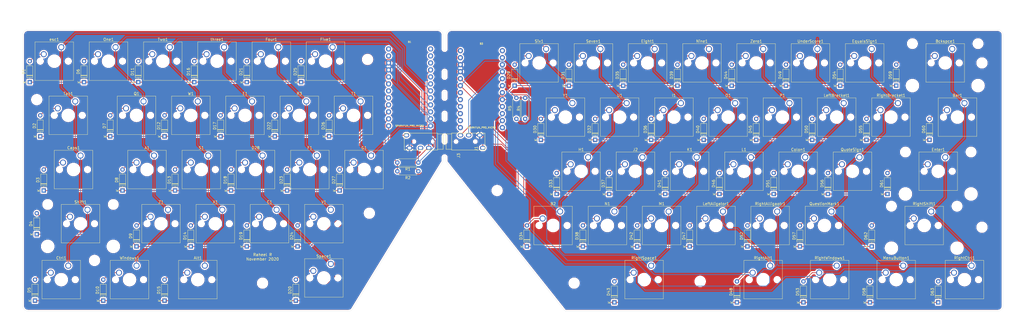
<source format=kicad_pcb>
(kicad_pcb (version 20171130) (host pcbnew "(5.1.6)-1")
  (layers (0 F.Cu signal) (31 B.Cu signal) (34 B.Paste user) (35 F.Paste user) (36 B.SilkS user) (37 F.SilkS user) (38 B.Mask user) (39 F.Mask user) (44 Edge.Cuts user))
  (net 0 "")
  (net 1 "Net-(A1-Pad2)")
  (net 2 "Net-(A1-Pad1)")
  (net 3 "Net-(Alt1-Pad2)")
  (net 4 "Net-(Alt1-Pad1)")
  (net 5 "Net-(B1-Pad24)")
  (net 6 "Net-(B1-Pad23)")
  (net 7 "Net-(B1-Pad22)")
  (net 8 "Net-(B1-Pad21)")
  (net 9 "Net-(B1-Pad20)")
  (net 10 "Net-(B1-Pad19)")
  (net 11 "Net-(B1-Pad18)")
  (net 12 "Net-(B1-Pad15)")
  (net 13 "Net-(B1-Pad14)")
  (net 14 "Net-(B1-Pad13)")
  (net 15 "Net-(B1-Pad12)")
  (net 16 "Net-(B1-Pad11)")
  (net 17 "Net-(B1-Pad10)")
  (net 18 "Net-(B1-Pad9)")
  (net 19 "Net-(B1-Pad8)")
  (net 20 "Net-(B1-Pad7)")
  (net 21 "Net-(B1-Pad6)")
  (net 22 "Net-(B1-Pad5)")
  (net 23 "Net-(B1-Pad3)")
  (net 24 "Net-(B1-Pad2)")
  (net 25 "Net-(B1-Pad1)")
  (net 26 "Net-(C1-Pad2)")
  (net 27 "Net-(Caps1-Pad2)")
  (net 28 "Net-(Ctrl1-Pad2)")
  (net 29 "Net-(D1-Pad2)")
  (net 30 "Net-(D2-Pad2)")
  (net 31 "Net-(D4-Pad2)")
  (net 32 "Net-(D6-Pad2)")
  (net 33 "Net-(D7-Pad2)")
  (net 34 "Net-(D9-Pad2)")
  (net 35 "Net-(D10-Pad2)")
  (net 36 "Net-(D11-Pad2)")
  (net 37 "Net-(D12-Pad2)")
  (net 38 "Net-(D13-Pad2)")
  (net 39 "Net-(D14-Pad2)")
  (net 40 "Net-(D16-Pad2)")
  (net 41 "Net-(D17-Pad2)")
  (net 42 "Net-(D18-Pad2)")
  (net 43 "Net-(D20-Pad2)")
  (net 44 "Net-(D21-Pad2)")
  (net 45 "Net-(D22-Pad2)")
  (net 46 "Net-(D23-Pad2)")
  (net 47 "Net-(D24-Pad2)")
  (net 48 "Net-(D25-Pad2)")
  (net 49 "Net-(D26-Pad2)")
  (net 50 "Net-(D27-Pad2)")
  (net 51 "Net-(B2-Pad2)")
  (net 52 "Net-(B2-Pad1)")
  (net 53 "Net-(B3-Pad24)")
  (net 54 "Net-(B3-Pad23)")
  (net 55 "Net-(B3-Pad22)")
  (net 56 "Net-(B3-Pad21)")
  (net 57 "Net-(B3-Pad20)")
  (net 58 "Net-(B3-Pad19)")
  (net 59 "Net-(B3-Pad18)")
  (net 60 "Net-(B3-Pad17)")
  (net 61 "Net-(B3-Pad16)")
  (net 62 "Net-(B3-Pad15)")
  (net 63 "Net-(B3-Pad14)")
  (net 64 "Net-(B3-Pad13)")
  (net 65 "Net-(B3-Pad12)")
  (net 66 "Net-(B3-Pad11)")
  (net 67 "Net-(B3-Pad10)")
  (net 68 "Net-(B3-Pad8)")
  (net 69 "Net-(B3-Pad7)")
  (net 70 "Net-(B3-Pad6)")
  (net 71 "Net-(B3-Pad5)")
  (net 72 "Net-(B3-Pad3)")
  (net 73 "Net-(B3-Pad2)")
  (net 74 "Net-(B3-Pad1)")
  (net 75 "Net-(Bar1-Pad2)")
  (net 76 "Net-(Bckspce1-Pad2)")
  (net 77 "Net-(Colon1-Pad2)")
  (net 78 "Net-(D29-Pad2)")
  (net 79 "Net-(D30-Pad2)")
  (net 80 "Net-(D31-Pad2)")
  (net 81 "Net-(D32-Pad2)")
  (net 82 "Net-(D33-Pad2)")
  (net 83 "Net-(D35-Pad2)")
  (net 84 "Net-(D36-Pad2)")
  (net 85 "Net-(D37-Pad2)")
  (net 86 "Net-(D38-Pad2)")
  (net 87 "Net-(D39-Pad2)")
  (net 88 "Net-(D40-Pad2)")
  (net 89 "Net-(D41-Pad2)")
  (net 90 "Net-(D42-Pad2)")
  (net 91 "Net-(D43-Pad2)")
  (net 92 "Net-(D44-Pad2)")
  (net 93 "Net-(D45-Pad2)")
  (net 94 "Net-(D46-Pad2)")
  (net 95 "Net-(D47-Pad2)")
  (net 96 "Net-(D48-Pad2)")
  (net 97 "Net-(D49-Pad2)")
  (net 98 "Net-(D50-Pad2)")
  (net 99 "Net-(D52-Pad2)")
  (net 100 "Net-(D53-Pad2)")
  (net 101 "Net-(D54-Pad2)")
  (net 102 "Net-(D55-Pad2)")
  (net 103 "Net-(D56-Pad2)")
  (net 104 "Net-(D57-Pad2)")
  (net 105 "Net-(D58-Pad2)")
  (net 106 "Net-(D61-Pad2)")
  (net 107 "Net-(D62-Pad2)")
  (net 108 "Net-(D63-Pad2)")
  (module Button_Switch_Keyboard:SW_Cherry_MX_1.00u_PCB (layer F.Cu) (at 59.055 22.225)
    (fp_text reference One1 (at -2.54 -2.794) (layer F.SilkS))
    (fp_text value 1)
    (pad "" np_thru_hole circle (at 2.54 5.08) (size 1.7 1.7) (drill 1.7) (layers *.Cu *.Mask))
    (pad "" np_thru_hole circle (at -7.62 5.08) (size 1.7 1.7) (drill 1.7) (layers *.Cu *.Mask))
    (pad "" np_thru_hole circle (at -2.54 5.08) (size 4 4) (drill 4) (layers *.Cu *.Mask))
    (pad 2 thru_hole circle (at -6.35 2.54) (size 2.2 2.2) (drill 1.5) (layers *.Cu *.Mask) (net 32 "Net-(D6-Pad2)"))
    (pad 1 thru_hole circle (at 0 0) (size 2.2 2.2) (drill 1.5) (layers *.Cu *.Mask) (net 2 "Net-(A1-Pad1)"))
  )
  (module Connector_Audio:TRRS-PJ-320A (layer F.Cu) (at 180.975 56.515 90)
    (fp_text reference J3 (at -5.08 2.54 90) (layer F.SilkS))
    (fp_text value AudioJack4)
    (pad S thru_hole oval (at -2.3 11.3 90) (size 1.6 2) (drill oval 0.9 1.3) (layers *.Cu *.Mask) (net 56 "Net-(B3-Pad21)"))
    (pad T thru_hole oval (at 2.3 10.2 90) (size 1.6 2) (drill oval 0.9 1.3) (layers *.Cu *.Mask) (net 72 "Net-(B3-Pad3)"))
    (pad R2 thru_hole oval (at 2.3 3.2 90) (size 1.6 2) (drill oval 0.9 1.3) (layers *.Cu *.Mask) (net 70 "Net-(B3-Pad6)"))
    (pad "" np_thru_hole circle (at 0 8.6 90) (size 0.8 0.8) (drill 0.8) (layers *.Cu *.Mask))
    (pad "" np_thru_hole circle (at 0 1.6 90) (size 0.8 0.8) (drill 0.8) (layers *.Cu *.Mask))
    (pad R1 thru_hole oval (at 2.3 6.2 90) (size 1.6 2) (drill oval 0.9 1.3) (layers *.Cu *.Mask) (net 71 "Net-(B3-Pad5)"))
  )
  (module Connector_Audio:TRRS-PJ-320A (layer F.Cu) (at 175.895 56.515 270)
    (fp_text reference J1 (at 2.54 -13.97 270) (layer F.SilkS))
    (fp_text value AudioJack4)
    (pad S thru_hole oval (at -2.3 11.3 270) (size 1.6 2) (drill oval 0.9 1.3) (layers *.Cu *.Mask) (net 8 "Net-(B1-Pad21)"))
    (pad T thru_hole oval (at 2.3 10.2 270) (size 1.6 2) (drill oval 0.9 1.3) (layers *.Cu *.Mask) (net 23 "Net-(B1-Pad3)"))
    (pad R2 thru_hole oval (at 2.3 3.2 270) (size 1.6 2) (drill oval 0.9 1.3) (layers *.Cu *.Mask) (net 21 "Net-(B1-Pad6)"))
    (pad "" np_thru_hole circle (at 0 8.6 270) (size 0.8 0.8) (drill 0.8) (layers *.Cu *.Mask))
    (pad "" np_thru_hole circle (at 0 1.6 270) (size 0.8 0.8) (drill 0.8) (layers *.Cu *.Mask))
    (pad R1 thru_hole oval (at 2.3 6.2 270) (size 1.6 2) (drill oval 0.9 1.3) (layers *.Cu *.Mask) (net 22 "Net-(B1-Pad5)"))
  )
  (module MountingHole:MountingHole_3.2mm_M3 (layer F.Cu) (at 373.38 87.63)
    (fp_text reference " " (at 0 -4.2) (layer F.SilkS))
    (fp_text value MountingHole_3.2mm_M3)
    (pad 1 np_thru_hole circle (at 0 0) (size 3.2 3.2) (drill 3.2) (layers *.Cu *.Mask))
  )
  (module MountingHole:MountingHole_3.2mm_M3 (layer F.Cu) (at 373.38 27.94)
    (fp_text reference " " (at 0 -4.2) (layer F.SilkS))
    (fp_text value MountingHole_3.2mm_M3)
    (pad 1 np_thru_hole circle (at 0 0) (size 3.2 3.2) (drill 3.2) (layers *.Cu *.Mask))
  )
  (module MountingHole:MountingHole_3.2mm_M3 (layer F.Cu) (at 225.425 107.95)
    (fp_text reference " " (at 0 -4.2) (layer F.SilkS))
    (fp_text value MountingHole_3.2mm_M3)
    (pad 1 np_thru_hole circle (at 0 0) (size 3.2 3.2) (drill 3.2) (layers *.Cu *.Mask))
  )
  (module MountingHole:MountingHole_3.2mm_M3 (layer F.Cu) (at 197.485 74.295)
    (fp_text reference " " (at 0 -4.2) (layer F.SilkS))
    (fp_text value MountingHole_3.2mm_M3)
    (pad 1 np_thru_hole circle (at 0 0) (size 3.2 3.2) (drill 3.2) (layers *.Cu *.Mask))
  )
  (module MountingHole:MountingHole_3.2mm_M3 (layer F.Cu) (at 271.145 107.315)
    (fp_text reference " " (at 0 -4.2) (layer F.SilkS))
    (fp_text value MountingHole_3.2mm_M3)
    (pad 1 np_thru_hole circle (at 0 0) (size 3.2 3.2) (drill 3.2) (layers *.Cu *.Mask))
  )
  (module Button_Switch_Keyboard:SW_Cherry_MX_1.00u_PCB (layer F.Cu) (at 294.005 22.86)
    (fp_text reference Zero1 (at -2.54 -2.794) (layer F.SilkS))
    (fp_text value 0)
    (pad "" np_thru_hole circle (at 2.54 5.08) (size 1.7 1.7) (drill 1.7) (layers *.Cu *.Mask))
    (pad "" np_thru_hole circle (at -7.62 5.08) (size 1.7 1.7) (drill 1.7) (layers *.Cu *.Mask))
    (pad "" np_thru_hole circle (at -2.54 5.08) (size 4 4) (drill 4) (layers *.Cu *.Mask))
    (pad 2 thru_hole circle (at -6.35 2.54) (size 2.2 2.2) (drill 1.5) (layers *.Cu *.Mask) (net 92 "Net-(D44-Pad2)"))
    (pad 1 thru_hole circle (at 0 0) (size 2.2 2.2) (drill 1.5) (layers *.Cu *.Mask) (net 65 "Net-(B3-Pad12)"))
  )
  (module Button_Switch_Keyboard:SW_Cherry_MX_1.00u_PCB (layer F.Cu) (at 224.79 42.545)
    (fp_text reference Y1 (at -2.54 -2.794) (layer F.SilkS))
    (fp_text value y)
    (pad "" np_thru_hole circle (at 2.54 5.08) (size 1.7 1.7) (drill 1.7) (layers *.Cu *.Mask))
    (pad "" np_thru_hole circle (at -7.62 5.08) (size 1.7 1.7) (drill 1.7) (layers *.Cu *.Mask))
    (pad "" np_thru_hole circle (at -2.54 5.08) (size 4 4) (drill 4) (layers *.Cu *.Mask))
    (pad 2 thru_hole circle (at -6.35 2.54) (size 2.2 2.2) (drill 1.5) (layers *.Cu *.Mask) (net 79 "Net-(D30-Pad2)"))
    (pad 1 thru_hole circle (at 0 0) (size 2.2 2.2) (drill 1.5) (layers *.Cu *.Mask) (net 68 "Net-(B3-Pad8)"))
  )
  (module Button_Switch_Keyboard:SW_Cherry_MX_1.00u_PCB (layer F.Cu) (at 313.69 22.86)
    (fp_text reference UnderScore1 (at -2.54 -2.794) (layer F.SilkS))
    (fp_text value _)
    (pad "" np_thru_hole circle (at 2.54 5.08) (size 1.7 1.7) (drill 1.7) (layers *.Cu *.Mask))
    (pad "" np_thru_hole circle (at -7.62 5.08) (size 1.7 1.7) (drill 1.7) (layers *.Cu *.Mask))
    (pad "" np_thru_hole circle (at -2.54 5.08) (size 4 4) (drill 4) (layers *.Cu *.Mask))
    (pad 2 thru_hole circle (at -6.35 2.54) (size 2.2 2.2) (drill 1.5) (layers *.Cu *.Mask) (net 97 "Net-(D49-Pad2)"))
    (pad 1 thru_hole circle (at 0 0) (size 2.2 2.2) (drill 1.5) (layers *.Cu *.Mask) (net 64 "Net-(B3-Pad13)"))
  )
  (module Button_Switch_Keyboard:SW_Cherry_MX_1.00u_PCB (layer F.Cu) (at 244.475 42.545)
    (fp_text reference U1 (at -2.54 -2.794) (layer F.SilkS))
    (fp_text value u)
    (pad "" np_thru_hole circle (at 2.54 5.08) (size 1.7 1.7) (drill 1.7) (layers *.Cu *.Mask))
    (pad "" np_thru_hole circle (at -7.62 5.08) (size 1.7 1.7) (drill 1.7) (layers *.Cu *.Mask))
    (pad "" np_thru_hole circle (at -2.54 5.08) (size 4 4) (drill 4) (layers *.Cu *.Mask))
    (pad 2 thru_hole circle (at -6.35 2.54) (size 2.2 2.2) (drill 1.5) (layers *.Cu *.Mask) (net 81 "Net-(D32-Pad2)"))
    (pad 1 thru_hole circle (at 0 0) (size 2.2 2.2) (drill 1.5) (layers *.Cu *.Mask) (net 52 "Net-(B2-Pad1)"))
  )
  (module Button_Switch_Keyboard:SW_Cherry_MX_1.00u_PCB (layer F.Cu) (at 215.265 22.86)
    (fp_text reference Six1 (at -2.54 -2.794) (layer F.SilkS))
    (fp_text value 6)
    (pad "" np_thru_hole circle (at 2.54 5.08) (size 1.7 1.7) (drill 1.7) (layers *.Cu *.Mask))
    (pad "" np_thru_hole circle (at -7.62 5.08) (size 1.7 1.7) (drill 1.7) (layers *.Cu *.Mask))
    (pad "" np_thru_hole circle (at -2.54 5.08) (size 4 4) (drill 4) (layers *.Cu *.Mask))
    (pad 2 thru_hole circle (at -6.35 2.54) (size 2.2 2.2) (drill 1.5) (layers *.Cu *.Mask) (net 78 "Net-(D29-Pad2)"))
    (pad 1 thru_hole circle (at 0 0) (size 2.2 2.2) (drill 1.5) (layers *.Cu *.Mask) (net 68 "Net-(B3-Pad8)"))
  )
  (module Button_Switch_Keyboard:SW_Cherry_MX_1.00u_PCB (layer F.Cu) (at 234.95 22.86)
    (fp_text reference Seven1 (at -2.54 -2.794) (layer F.SilkS))
    (fp_text value 7)
    (pad "" np_thru_hole circle (at 2.54 5.08) (size 1.7 1.7) (drill 1.7) (layers *.Cu *.Mask))
    (pad "" np_thru_hole circle (at -7.62 5.08) (size 1.7 1.7) (drill 1.7) (layers *.Cu *.Mask))
    (pad "" np_thru_hole circle (at -2.54 5.08) (size 4 4) (drill 4) (layers *.Cu *.Mask))
    (pad 2 thru_hole circle (at -6.35 2.54) (size 2.2 2.2) (drill 1.5) (layers *.Cu *.Mask) (net 80 "Net-(D31-Pad2)"))
    (pad 1 thru_hole circle (at 0 0) (size 2.2 2.2) (drill 1.5) (layers *.Cu *.Mask) (net 52 "Net-(B2-Pad1)"))
  )
  (module Button_Switch_Keyboard:SW_Cherry_MX_1.25u_PCB (layer F.Cu) (at 320.675 101.6)
    (fp_text reference RightWindows1 (at -2.54 -2.794) (layer F.SilkS))
    (fp_text value RWindows)
    (pad "" np_thru_hole circle (at 2.54 5.08) (size 1.7 1.7) (drill 1.7) (layers *.Cu *.Mask))
    (pad "" np_thru_hole circle (at -7.62 5.08) (size 1.7 1.7) (drill 1.7) (layers *.Cu *.Mask))
    (pad "" np_thru_hole circle (at -2.54 5.08) (size 4 4) (drill 4) (layers *.Cu *.Mask))
    (pad 2 thru_hole circle (at -6.35 2.54) (size 2.2 2.2) (drill 1.5) (layers *.Cu *.Mask) (net 100 "Net-(D53-Pad2)"))
    (pad 1 thru_hole circle (at 0 0) (size 2.2 2.2) (drill 1.5) (layers *.Cu *.Mask) (net 64 "Net-(B3-Pad13)"))
  )
  (module Button_Switch_Keyboard:SW_Cherry_MX_1.00u_PCB (layer F.Cu) (at 253.365 101.6)
    (fp_text reference RightSpace1 (at -2.54 -2.794) (layer F.SilkS))
    (fp_text value RSpace)
    (pad "" np_thru_hole circle (at 2.54 5.08) (size 1.7 1.7) (drill 1.7) (layers *.Cu *.Mask))
    (pad "" np_thru_hole circle (at -7.62 5.08) (size 1.7 1.7) (drill 1.7) (layers *.Cu *.Mask))
    (pad "" np_thru_hole circle (at -2.54 5.08) (size 4 4) (drill 4) (layers *.Cu *.Mask))
    (pad 2 thru_hole circle (at -6.35 2.54) (size 2.2 2.2) (drill 1.5) (layers *.Cu *.Mask) (net 91 "Net-(D43-Pad2)"))
    (pad 1 thru_hole circle (at 0 0) (size 2.2 2.2) (drill 1.5) (layers *.Cu *.Mask) (net 66 "Net-(B3-Pad11)"))
  )
  (module Button_Switch_Keyboard:SW_Cherry_MX_2.75u_PCB (layer F.Cu) (at 354.965 81.915)
    (fp_text reference RightShift1 (at -2.54 -2.794) (layer F.SilkS))
    (fp_text value RShift)
    (pad "" np_thru_hole circle (at 9.36 -1.92) (size 3.05 3.05) (drill 3.05) (layers *.Cu *.Mask))
    (pad "" np_thru_hole circle (at -14.44 -1.92) (size 3.05 3.05) (drill 3.05) (layers *.Cu *.Mask))
    (pad "" np_thru_hole circle (at -14.44 13.32) (size 4 4) (drill 4) (layers *.Cu *.Mask))
    (pad "" np_thru_hole circle (at 9.36 13.32) (size 4 4) (drill 4) (layers *.Cu *.Mask))
    (pad "" np_thru_hole circle (at 2.54 5.08) (size 1.7 1.7) (drill 1.7) (layers *.Cu *.Mask))
    (pad "" np_thru_hole circle (at -7.62 5.08) (size 1.7 1.7) (drill 1.7) (layers *.Cu *.Mask))
    (pad "" np_thru_hole circle (at -2.54 5.08) (size 4 4) (drill 4) (layers *.Cu *.Mask))
    (pad 2 thru_hole circle (at -6.35 2.54) (size 2.2 2.2) (drill 1.5) (layers *.Cu *.Mask) (net 107 "Net-(D62-Pad2)"))
    (pad 1 thru_hole circle (at 0 0) (size 2.2 2.2) (drill 1.5) (layers *.Cu *.Mask) (net 62 "Net-(B3-Pad15)"))
  )
  (module Button_Switch_Keyboard:SW_Cherry_MX_1.25u_PCB (layer F.Cu) (at 369.57 101.6)
    (fp_text reference RightCtrl1 (at -2.54 -2.794) (layer F.SilkS))
    (fp_text value RCTRL)
    (pad "" np_thru_hole circle (at 2.54 5.08) (size 1.7 1.7) (drill 1.7) (layers *.Cu *.Mask))
    (pad "" np_thru_hole circle (at -7.62 5.08) (size 1.7 1.7) (drill 1.7) (layers *.Cu *.Mask))
    (pad "" np_thru_hole circle (at -2.54 5.08) (size 4 4) (drill 4) (layers *.Cu *.Mask))
    (pad 2 thru_hole circle (at -6.35 2.54) (size 2.2 2.2) (drill 1.5) (layers *.Cu *.Mask) (net 108 "Net-(D63-Pad2)"))
    (pad 1 thru_hole circle (at 0 0) (size 2.2 2.2) (drill 1.5) (layers *.Cu *.Mask) (net 62 "Net-(B3-Pad15)"))
  )
  (module Button_Switch_Keyboard:SW_Cherry_MX_1.00u_PCB (layer F.Cu) (at 342.9 42.545)
    (fp_text reference RightBracket1 (at -2.54 -2.794) (layer F.SilkS))
    (fp_text value ])
    (pad "" np_thru_hole circle (at 2.54 5.08) (size 1.7 1.7) (drill 1.7) (layers *.Cu *.Mask))
    (pad "" np_thru_hole circle (at -7.62 5.08) (size 1.7 1.7) (drill 1.7) (layers *.Cu *.Mask))
    (pad "" np_thru_hole circle (at -2.54 5.08) (size 4 4) (drill 4) (layers *.Cu *.Mask))
    (pad 2 thru_hole circle (at -6.35 2.54) (size 2.2 2.2) (drill 1.5) (layers *.Cu *.Mask) (net 102 "Net-(D55-Pad2)"))
    (pad 1 thru_hole circle (at 0 0) (size 2.2 2.2) (drill 1.5) (layers *.Cu *.Mask) (net 63 "Net-(B3-Pad14)"))
  )
  (module Button_Switch_Keyboard:SW_Cherry_MX_1.25u_PCB (layer F.Cu) (at 296.545 101.6)
    (fp_text reference RightAlt1 (at -2.54 -2.794) (layer F.SilkS))
    (fp_text value RAlt)
    (pad "" np_thru_hole circle (at 2.54 5.08) (size 1.7 1.7) (drill 1.7) (layers *.Cu *.Mask))
    (pad "" np_thru_hole circle (at -7.62 5.08) (size 1.7 1.7) (drill 1.7) (layers *.Cu *.Mask))
    (pad "" np_thru_hole circle (at -2.54 5.08) (size 4 4) (drill 4) (layers *.Cu *.Mask))
    (pad 2 thru_hole circle (at -6.35 2.54) (size 2.2 2.2) (drill 1.5) (layers *.Cu *.Mask) (net 96 "Net-(D48-Pad2)"))
    (pad 1 thru_hole circle (at 0 0) (size 2.2 2.2) (drill 1.5) (layers *.Cu *.Mask) (net 65 "Net-(B3-Pad12)"))
  )
  (module Button_Switch_Keyboard:SW_Cherry_MX_1.00u_PCB (layer F.Cu) (at 299.085 81.915)
    (fp_text reference RightAlligaotr1 (at -2.54 -2.794) (layer F.SilkS))
    (fp_text value >)
    (pad "" np_thru_hole circle (at 2.54 5.08) (size 1.7 1.7) (drill 1.7) (layers *.Cu *.Mask))
    (pad "" np_thru_hole circle (at -7.62 5.08) (size 1.7 1.7) (drill 1.7) (layers *.Cu *.Mask))
    (pad "" np_thru_hole circle (at -2.54 5.08) (size 4 4) (drill 4) (layers *.Cu *.Mask))
    (pad 2 thru_hole circle (at -6.35 2.54) (size 2.2 2.2) (drill 1.5) (layers *.Cu *.Mask) (net 99 "Net-(D52-Pad2)"))
    (pad 1 thru_hole circle (at 0 0) (size 2.2 2.2) (drill 1.5) (layers *.Cu *.Mask) (net 64 "Net-(B3-Pad13)"))
  )
  (module Resistor_THT:R_Axial_DIN0207_L6.3mm_D2.5mm_P7.62mm_Horizontal (layer F.Cu) (at 204.47 48.26 90)
    (fp_text reference R5 (at 3.81 -2.37 90) (layer F.SilkS))
    (fp_text value "10 k")
    (pad 2 thru_hole oval (at 7.62 0 90) (size 1.6 1.6) (drill 0.8) (layers *.Cu *.Mask) (net 56 "Net-(B3-Pad21)"))
    (pad 1 thru_hole circle (at 0 0 90) (size 1.6 1.6) (drill 0.8) (layers *.Cu *.Mask) (net 70 "Net-(B3-Pad6)"))
  )
  (module Resistor_THT:R_Axial_DIN0207_L6.3mm_D2.5mm_P7.62mm_Horizontal (layer F.Cu) (at 207.645 48.26 90)
    (fp_text reference R4 (at 3.81 -2.37 90) (layer F.SilkS))
    (fp_text value 2.2k)
    (pad 2 thru_hole oval (at 7.62 0 90) (size 1.6 1.6) (drill 0.8) (layers *.Cu *.Mask) (net 56 "Net-(B3-Pad21)"))
    (pad 1 thru_hole circle (at 0 0 90) (size 1.6 1.6) (drill 0.8) (layers *.Cu *.Mask) (net 71 "Net-(B3-Pad5)"))
  )
  (module Button_Switch_Keyboard:SW_Cherry_MX_1.00u_PCB (layer F.Cu) (at 328.93 62.23)
    (fp_text reference QuoteSign1 (at -2.54 -2.794) (layer F.SilkS))
    (fp_text value "\"")
    (pad "" np_thru_hole circle (at 2.54 5.08) (size 1.7 1.7) (drill 1.7) (layers *.Cu *.Mask))
    (pad "" np_thru_hole circle (at -7.62 5.08) (size 1.7 1.7) (drill 1.7) (layers *.Cu *.Mask))
    (pad "" np_thru_hole circle (at -2.54 5.08) (size 4 4) (drill 4) (layers *.Cu *.Mask))
    (pad 2 thru_hole circle (at -6.35 2.54) (size 2.2 2.2) (drill 1.5) (layers *.Cu *.Mask) (net 103 "Net-(D56-Pad2)"))
    (pad 1 thru_hole circle (at 0 0) (size 2.2 2.2) (drill 1.5) (layers *.Cu *.Mask) (net 63 "Net-(B3-Pad14)"))
  )
  (module Button_Switch_Keyboard:SW_Cherry_MX_1.00u_PCB (layer F.Cu) (at 318.77 81.915)
    (fp_text reference QuestionMark1 (at -2.54 -2.794) (layer F.SilkS))
    (fp_text value ?)
    (pad "" np_thru_hole circle (at 2.54 5.08) (size 1.7 1.7) (drill 1.7) (layers *.Cu *.Mask))
    (pad "" np_thru_hole circle (at -7.62 5.08) (size 1.7 1.7) (drill 1.7) (layers *.Cu *.Mask))
    (pad "" np_thru_hole circle (at -2.54 5.08) (size 4 4) (drill 4) (layers *.Cu *.Mask))
    (pad 2 thru_hole circle (at -6.35 2.54) (size 2.2 2.2) (drill 1.5) (layers *.Cu *.Mask) (net 104 "Net-(D57-Pad2)"))
    (pad 1 thru_hole circle (at 0 0) (size 2.2 2.2) (drill 1.5) (layers *.Cu *.Mask) (net 63 "Net-(B3-Pad14)"))
  )
  (module Button_Switch_Keyboard:SW_Cherry_MX_1.00u_PCB (layer F.Cu) (at 303.53 42.545)
    (fp_text reference P1 (at -2.54 -2.794) (layer F.SilkS))
    (fp_text value p)
    (pad "" np_thru_hole circle (at 2.54 5.08) (size 1.7 1.7) (drill 1.7) (layers *.Cu *.Mask))
    (pad "" np_thru_hole circle (at -7.62 5.08) (size 1.7 1.7) (drill 1.7) (layers *.Cu *.Mask))
    (pad "" np_thru_hole circle (at -2.54 5.08) (size 4 4) (drill 4) (layers *.Cu *.Mask))
    (pad 2 thru_hole circle (at -6.35 2.54) (size 2.2 2.2) (drill 1.5) (layers *.Cu *.Mask) (net 93 "Net-(D45-Pad2)"))
    (pad 1 thru_hole circle (at 0 0) (size 2.2 2.2) (drill 1.5) (layers *.Cu *.Mask) (net 65 "Net-(B3-Pad12)"))
  )
  (module Button_Switch_Keyboard:SW_Cherry_MX_1.00u_PCB (layer F.Cu) (at 283.845 42.545)
    (fp_text reference O1 (at -2.54 -2.794) (layer F.SilkS))
    (fp_text value o)
    (pad "" np_thru_hole circle (at 2.54 5.08) (size 1.7 1.7) (drill 1.7) (layers *.Cu *.Mask))
    (pad "" np_thru_hole circle (at -7.62 5.08) (size 1.7 1.7) (drill 1.7) (layers *.Cu *.Mask))
    (pad "" np_thru_hole circle (at -2.54 5.08) (size 4 4) (drill 4) (layers *.Cu *.Mask))
    (pad 2 thru_hole circle (at -6.35 2.54) (size 2.2 2.2) (drill 1.5) (layers *.Cu *.Mask) (net 88 "Net-(D40-Pad2)"))
    (pad 1 thru_hole circle (at 0 0) (size 2.2 2.2) (drill 1.5) (layers *.Cu *.Mask) (net 66 "Net-(B3-Pad11)"))
  )
  (module Button_Switch_Keyboard:SW_Cherry_MX_1.00u_PCB (layer F.Cu) (at 274.32 22.86)
    (fp_text reference Nine1 (at -2.54 -2.794) (layer F.SilkS))
    (fp_text value 9)
    (pad "" np_thru_hole circle (at 2.54 5.08) (size 1.7 1.7) (drill 1.7) (layers *.Cu *.Mask))
    (pad "" np_thru_hole circle (at -7.62 5.08) (size 1.7 1.7) (drill 1.7) (layers *.Cu *.Mask))
    (pad "" np_thru_hole circle (at -2.54 5.08) (size 4 4) (drill 4) (layers *.Cu *.Mask))
    (pad 2 thru_hole circle (at -6.35 2.54) (size 2.2 2.2) (drill 1.5) (layers *.Cu *.Mask) (net 87 "Net-(D39-Pad2)"))
    (pad 1 thru_hole circle (at 0 0) (size 2.2 2.2) (drill 1.5) (layers *.Cu *.Mask) (net 66 "Net-(B3-Pad11)"))
  )
  (module Button_Switch_Keyboard:SW_Cherry_MX_1.00u_PCB (layer F.Cu) (at 240.03 81.915)
    (fp_text reference N1 (at -2.54 -2.794) (layer F.SilkS))
    (fp_text value n)
    (pad "" np_thru_hole circle (at 2.54 5.08) (size 1.7 1.7) (drill 1.7) (layers *.Cu *.Mask))
    (pad "" np_thru_hole circle (at -7.62 5.08) (size 1.7 1.7) (drill 1.7) (layers *.Cu *.Mask))
    (pad "" np_thru_hole circle (at -2.54 5.08) (size 4 4) (drill 4) (layers *.Cu *.Mask))
    (pad 2 thru_hole circle (at -6.35 2.54) (size 2.2 2.2) (drill 1.5) (layers *.Cu *.Mask) (net 86 "Net-(D38-Pad2)"))
    (pad 1 thru_hole circle (at 0 0) (size 2.2 2.2) (drill 1.5) (layers *.Cu *.Mask) (net 67 "Net-(B3-Pad10)"))
  )
  (module Button_Switch_Keyboard:SW_Cherry_MX_1.25u_PCB (layer F.Cu) (at 344.805 101.6)
    (fp_text reference MenuButton1 (at -2.54 -2.794) (layer F.SilkS))
    (fp_text value Menu)
    (pad "" np_thru_hole circle (at 2.54 5.08) (size 1.7 1.7) (drill 1.7) (layers *.Cu *.Mask))
    (pad "" np_thru_hole circle (at -7.62 5.08) (size 1.7 1.7) (drill 1.7) (layers *.Cu *.Mask))
    (pad "" np_thru_hole circle (at -2.54 5.08) (size 4 4) (drill 4) (layers *.Cu *.Mask))
    (pad 2 thru_hole circle (at -6.35 2.54) (size 2.2 2.2) (drill 1.5) (layers *.Cu *.Mask) (net 105 "Net-(D58-Pad2)"))
    (pad 1 thru_hole circle (at 0 0) (size 2.2 2.2) (drill 1.5) (layers *.Cu *.Mask) (net 63 "Net-(B3-Pad14)"))
  )
  (module Button_Switch_Keyboard:SW_Cherry_MX_1.00u_PCB (layer F.Cu) (at 259.715 81.915)
    (fp_text reference M1 (at -2.54 -2.794) (layer F.SilkS))
    (fp_text value m)
    (pad "" np_thru_hole circle (at 2.54 5.08) (size 1.7 1.7) (drill 1.7) (layers *.Cu *.Mask))
    (pad "" np_thru_hole circle (at -7.62 5.08) (size 1.7 1.7) (drill 1.7) (layers *.Cu *.Mask))
    (pad "" np_thru_hole circle (at -2.54 5.08) (size 4 4) (drill 4) (layers *.Cu *.Mask))
    (pad 2 thru_hole circle (at -6.35 2.54) (size 2.2 2.2) (drill 1.5) (layers *.Cu *.Mask) (net 90 "Net-(D42-Pad2)"))
    (pad 1 thru_hole circle (at 0 0) (size 2.2 2.2) (drill 1.5) (layers *.Cu *.Mask) (net 66 "Net-(B3-Pad11)"))
  )
  (module Button_Switch_Keyboard:SW_Cherry_MX_1.00u_PCB (layer F.Cu) (at 323.215 42.545)
    (fp_text reference LeftBracket1 (at -2.54 -2.794) (layer F.SilkS))
    (fp_text value [)
    (pad "" np_thru_hole circle (at 2.54 5.08) (size 1.7 1.7) (drill 1.7) (layers *.Cu *.Mask))
    (pad "" np_thru_hole circle (at -7.62 5.08) (size 1.7 1.7) (drill 1.7) (layers *.Cu *.Mask))
    (pad "" np_thru_hole circle (at -2.54 5.08) (size 4 4) (drill 4) (layers *.Cu *.Mask))
    (pad 2 thru_hole circle (at -6.35 2.54) (size 2.2 2.2) (drill 1.5) (layers *.Cu *.Mask) (net 98 "Net-(D50-Pad2)"))
    (pad 1 thru_hole circle (at 0 0) (size 2.2 2.2) (drill 1.5) (layers *.Cu *.Mask) (net 64 "Net-(B3-Pad13)"))
  )
  (module Button_Switch_Keyboard:SW_Cherry_MX_1.00u_PCB (layer F.Cu) (at 279.4 81.915)
    (fp_text reference LeftAligator1 (at -2.54 -2.794) (layer F.SilkS))
    (fp_text value <)
    (pad "" np_thru_hole circle (at 2.54 5.08) (size 1.7 1.7) (drill 1.7) (layers *.Cu *.Mask))
    (pad "" np_thru_hole circle (at -7.62 5.08) (size 1.7 1.7) (drill 1.7) (layers *.Cu *.Mask))
    (pad "" np_thru_hole circle (at -2.54 5.08) (size 4 4) (drill 4) (layers *.Cu *.Mask))
    (pad 2 thru_hole circle (at -6.35 2.54) (size 2.2 2.2) (drill 1.5) (layers *.Cu *.Mask) (net 95 "Net-(D47-Pad2)"))
    (pad 1 thru_hole circle (at 0 0) (size 2.2 2.2) (drill 1.5) (layers *.Cu *.Mask) (net 65 "Net-(B3-Pad12)"))
  )
  (module Button_Switch_Keyboard:SW_Cherry_MX_1.00u_PCB (layer F.Cu) (at 289.56 62.23)
    (fp_text reference L1 (at -2.54 -2.794) (layer F.SilkS))
    (fp_text value l)
    (pad "" np_thru_hole circle (at 2.54 5.08) (size 1.7 1.7) (drill 1.7) (layers *.Cu *.Mask))
    (pad "" np_thru_hole circle (at -7.62 5.08) (size 1.7 1.7) (drill 1.7) (layers *.Cu *.Mask))
    (pad "" np_thru_hole circle (at -2.54 5.08) (size 4 4) (drill 4) (layers *.Cu *.Mask))
    (pad 2 thru_hole circle (at -6.35 2.54) (size 2.2 2.2) (drill 1.5) (layers *.Cu *.Mask) (net 94 "Net-(D46-Pad2)"))
    (pad 1 thru_hole circle (at 0 0) (size 2.2 2.2) (drill 1.5) (layers *.Cu *.Mask) (net 65 "Net-(B3-Pad12)"))
  )
  (module Button_Switch_Keyboard:SW_Cherry_MX_1.00u_PCB (layer F.Cu) (at 269.875 62.23)
    (fp_text reference K1 (at -2.54 -2.794) (layer F.SilkS))
    (fp_text value k)
    (pad "" np_thru_hole circle (at 2.54 5.08) (size 1.7 1.7) (drill 1.7) (layers *.Cu *.Mask))
    (pad "" np_thru_hole circle (at -7.62 5.08) (size 1.7 1.7) (drill 1.7) (layers *.Cu *.Mask))
    (pad "" np_thru_hole circle (at -2.54 5.08) (size 4 4) (drill 4) (layers *.Cu *.Mask))
    (pad 2 thru_hole circle (at -6.35 2.54) (size 2.2 2.2) (drill 1.5) (layers *.Cu *.Mask) (net 89 "Net-(D41-Pad2)"))
    (pad 1 thru_hole circle (at 0 0) (size 2.2 2.2) (drill 1.5) (layers *.Cu *.Mask) (net 66 "Net-(B3-Pad11)"))
  )
  (module Button_Switch_Keyboard:SW_Cherry_MX_1.00u_PCB (layer F.Cu) (at 250.19 62.23)
    (fp_text reference J2 (at -2.54 -2.794) (layer F.SilkS))
    (fp_text value j)
    (pad "" np_thru_hole circle (at 2.54 5.08) (size 1.7 1.7) (drill 1.7) (layers *.Cu *.Mask))
    (pad "" np_thru_hole circle (at -7.62 5.08) (size 1.7 1.7) (drill 1.7) (layers *.Cu *.Mask))
    (pad "" np_thru_hole circle (at -2.54 5.08) (size 4 4) (drill 4) (layers *.Cu *.Mask))
    (pad 2 thru_hole circle (at -6.35 2.54) (size 2.2 2.2) (drill 1.5) (layers *.Cu *.Mask) (net 85 "Net-(D37-Pad2)"))
    (pad 1 thru_hole circle (at 0 0) (size 2.2 2.2) (drill 1.5) (layers *.Cu *.Mask) (net 67 "Net-(B3-Pad10)"))
  )
  (module Button_Switch_Keyboard:SW_Cherry_MX_1.00u_PCB (layer F.Cu) (at 264.16 42.545)
    (fp_text reference I1 (at -2.54 -2.794) (layer F.SilkS))
    (fp_text value i)
    (pad "" np_thru_hole circle (at 2.54 5.08) (size 1.7 1.7) (drill 1.7) (layers *.Cu *.Mask))
    (pad "" np_thru_hole circle (at -7.62 5.08) (size 1.7 1.7) (drill 1.7) (layers *.Cu *.Mask))
    (pad "" np_thru_hole circle (at -2.54 5.08) (size 4 4) (drill 4) (layers *.Cu *.Mask))
    (pad 2 thru_hole circle (at -6.35 2.54) (size 2.2 2.2) (drill 1.5) (layers *.Cu *.Mask) (net 84 "Net-(D36-Pad2)"))
    (pad 1 thru_hole circle (at 0 0) (size 2.2 2.2) (drill 1.5) (layers *.Cu *.Mask) (net 67 "Net-(B3-Pad10)"))
  )
  (module Button_Switch_Keyboard:SW_Cherry_MX_1.00u_PCB (layer F.Cu) (at 230.505 62.23)
    (fp_text reference H1 (at -2.54 -2.794) (layer F.SilkS))
    (fp_text value h)
    (pad "" np_thru_hole circle (at 2.54 5.08) (size 1.7 1.7) (drill 1.7) (layers *.Cu *.Mask))
    (pad "" np_thru_hole circle (at -7.62 5.08) (size 1.7 1.7) (drill 1.7) (layers *.Cu *.Mask))
    (pad "" np_thru_hole circle (at -2.54 5.08) (size 4 4) (drill 4) (layers *.Cu *.Mask))
    (pad 2 thru_hole circle (at -6.35 2.54) (size 2.2 2.2) (drill 1.5) (layers *.Cu *.Mask) (net 82 "Net-(D33-Pad2)"))
    (pad 1 thru_hole circle (at 0 0) (size 2.2 2.2) (drill 1.5) (layers *.Cu *.Mask) (net 52 "Net-(B2-Pad1)"))
  )
  (module Button_Switch_Keyboard:SW_Cherry_MX_1.00u_PCB (layer F.Cu) (at 333.375 22.86)
    (fp_text reference EqualsSign1 (at -2.54 -2.794) (layer F.SilkS))
    (fp_text value =+)
    (pad "" np_thru_hole circle (at 2.54 5.08) (size 1.7 1.7) (drill 1.7) (layers *.Cu *.Mask))
    (pad "" np_thru_hole circle (at -7.62 5.08) (size 1.7 1.7) (drill 1.7) (layers *.Cu *.Mask))
    (pad "" np_thru_hole circle (at -2.54 5.08) (size 4 4) (drill 4) (layers *.Cu *.Mask))
    (pad 2 thru_hole circle (at -6.35 2.54) (size 2.2 2.2) (drill 1.5) (layers *.Cu *.Mask) (net 101 "Net-(D54-Pad2)"))
    (pad 1 thru_hole circle (at 0 0) (size 2.2 2.2) (drill 1.5) (layers *.Cu *.Mask) (net 63 "Net-(B3-Pad14)"))
  )
  (module Button_Switch_Keyboard:SW_Cherry_MX_2.25u_PCB (layer F.Cu) (at 360.045 62.23)
    (fp_text reference Enter1 (at -2.54 -2.794) (layer F.SilkS))
    (fp_text value enter)
    (pad "" np_thru_hole circle (at 9.36 -1.92) (size 3.05 3.05) (drill 3.05) (layers *.Cu *.Mask))
    (pad "" np_thru_hole circle (at -14.44 -1.92) (size 3.05 3.05) (drill 3.05) (layers *.Cu *.Mask))
    (pad "" np_thru_hole circle (at -14.44 13.32) (size 4 4) (drill 4) (layers *.Cu *.Mask))
    (pad "" np_thru_hole circle (at 9.36 13.32) (size 4 4) (drill 4) (layers *.Cu *.Mask))
    (pad "" np_thru_hole circle (at 2.54 5.08) (size 1.7 1.7) (drill 1.7) (layers *.Cu *.Mask))
    (pad "" np_thru_hole circle (at -7.62 5.08) (size 1.7 1.7) (drill 1.7) (layers *.Cu *.Mask))
    (pad "" np_thru_hole circle (at -2.54 5.08) (size 4 4) (drill 4) (layers *.Cu *.Mask))
    (pad 2 thru_hole circle (at -6.35 2.54) (size 2.2 2.2) (drill 1.5) (layers *.Cu *.Mask) (net 106 "Net-(D61-Pad2)"))
    (pad 1 thru_hole circle (at 0 0) (size 2.2 2.2) (drill 1.5) (layers *.Cu *.Mask) (net 62 "Net-(B3-Pad15)"))
  )
  (module Button_Switch_Keyboard:SW_Cherry_MX_1.00u_PCB (layer F.Cu) (at 254.635 22.86)
    (fp_text reference Eight1 (at -2.54 -2.794) (layer F.SilkS))
    (fp_text value 8)
    (pad "" np_thru_hole circle (at 2.54 5.08) (size 1.7 1.7) (drill 1.7) (layers *.Cu *.Mask))
    (pad "" np_thru_hole circle (at -7.62 5.08) (size 1.7 1.7) (drill 1.7) (layers *.Cu *.Mask))
    (pad "" np_thru_hole circle (at -2.54 5.08) (size 4 4) (drill 4) (layers *.Cu *.Mask))
    (pad 2 thru_hole circle (at -6.35 2.54) (size 2.2 2.2) (drill 1.5) (layers *.Cu *.Mask) (net 83 "Net-(D35-Pad2)"))
    (pad 1 thru_hole circle (at 0 0) (size 2.2 2.2) (drill 1.5) (layers *.Cu *.Mask) (net 67 "Net-(B3-Pad10)"))
  )
  (module Diode_THT:D_DO-35_SOD27_P7.62mm_Horizontal (layer F.Cu) (at 357.505 114.935 90)
    (fp_text reference D63 (at 3.81 -2.12 90) (layer F.SilkS))
    (fp_text value 1N4148)
    (fp_text user K (at 0 -1.8 90) (layer F.SilkS))
    (pad 2 thru_hole oval (at 7.62 0 90) (size 1.6 1.6) (drill 0.8) (layers *.Cu *.Mask) (net 108 "Net-(D63-Pad2)"))
    (pad 1 thru_hole rect (at 0 0 90) (size 1.6 1.6) (drill 0.8) (layers *.Cu *.Mask) (net 57 "Net-(B3-Pad20)"))
  )
  (module Diode_THT:D_DO-35_SOD27_P7.62mm_Horizontal (layer F.Cu) (at 333.375 94.615 90)
    (fp_text reference D62 (at 3.81 -2.12 90) (layer F.SilkS))
    (fp_text value 1N4148)
    (fp_text user K (at 0 -1.8 90) (layer F.SilkS))
    (pad 2 thru_hole oval (at 7.62 0 90) (size 1.6 1.6) (drill 0.8) (layers *.Cu *.Mask) (net 107 "Net-(D62-Pad2)"))
    (pad 1 thru_hole rect (at 0 0 90) (size 1.6 1.6) (drill 0.8) (layers *.Cu *.Mask) (net 58 "Net-(B3-Pad19)"))
  )
  (module Diode_THT:D_DO-35_SOD27_P7.62mm_Horizontal (layer F.Cu) (at 339.09 75.565 90)
    (fp_text reference D61 (at 3.81 -2.12 90) (layer F.SilkS))
    (fp_text value 1N4148)
    (fp_text user K (at 0 -1.8 90) (layer F.SilkS))
    (pad 2 thru_hole oval (at 7.62 0 90) (size 1.6 1.6) (drill 0.8) (layers *.Cu *.Mask) (net 106 "Net-(D61-Pad2)"))
    (pad 1 thru_hole rect (at 0 0 90) (size 1.6 1.6) (drill 0.8) (layers *.Cu *.Mask) (net 59 "Net-(B3-Pad18)"))
  )
  (module Diode_THT:D_DO-35_SOD27_P7.62mm_Horizontal (layer F.Cu) (at 354.33 55.88 90)
    (fp_text reference D60 (at 3.81 -2.12 90) (layer F.SilkS))
    (fp_text value 1N4148)
    (fp_text user K (at 0 -1.8 90) (layer F.SilkS))
    (pad 2 thru_hole oval (at 7.62 0 90) (size 1.6 1.6) (drill 0.8) (layers *.Cu *.Mask) (net 75 "Net-(Bar1-Pad2)"))
    (pad 1 thru_hole rect (at 0 0 90) (size 1.6 1.6) (drill 0.8) (layers *.Cu *.Mask) (net 60 "Net-(B3-Pad17)"))
  )
  (module Diode_THT:D_DO-35_SOD27_P7.62mm_Horizontal (layer F.Cu) (at 342.265 36.195 90)
    (fp_text reference D59 (at 3.81 -2.12 90) (layer F.SilkS))
    (fp_text value 1N4148)
    (fp_text user K (at 0 -1.8 90) (layer F.SilkS))
    (pad 2 thru_hole oval (at 7.62 0 90) (size 1.6 1.6) (drill 0.8) (layers *.Cu *.Mask) (net 76 "Net-(Bckspce1-Pad2)"))
    (pad 1 thru_hole rect (at 0 0 90) (size 1.6 1.6) (drill 0.8) (layers *.Cu *.Mask) (net 61 "Net-(B3-Pad16)"))
  )
  (module Diode_THT:D_DO-35_SOD27_P7.62mm_Horizontal (layer F.Cu) (at 332.74 114.935 90)
    (fp_text reference D58 (at 3.81 -2.12 90) (layer F.SilkS))
    (fp_text value 1N4148)
    (fp_text user K (at 0 -1.8 90) (layer F.SilkS))
    (pad 2 thru_hole oval (at 7.62 0 90) (size 1.6 1.6) (drill 0.8) (layers *.Cu *.Mask) (net 105 "Net-(D58-Pad2)"))
    (pad 1 thru_hole rect (at 0 0 90) (size 1.6 1.6) (drill 0.8) (layers *.Cu *.Mask) (net 57 "Net-(B3-Pad20)"))
  )
  (module Diode_THT:D_DO-35_SOD27_P7.62mm_Horizontal (layer F.Cu) (at 307.34 94.615 90)
    (fp_text reference D57 (at 3.81 -2.12 90) (layer F.SilkS))
    (fp_text value 1N4148)
    (fp_text user K (at 0 -1.8 90) (layer F.SilkS))
    (pad 2 thru_hole oval (at 7.62 0 90) (size 1.6 1.6) (drill 0.8) (layers *.Cu *.Mask) (net 104 "Net-(D57-Pad2)"))
    (pad 1 thru_hole rect (at 0 0 90) (size 1.6 1.6) (drill 0.8) (layers *.Cu *.Mask) (net 58 "Net-(B3-Pad19)"))
  )
  (module Diode_THT:D_DO-35_SOD27_P7.62mm_Horizontal (layer F.Cu) (at 317.5 75.565 90)
    (fp_text reference D56 (at 3.81 -2.12 90) (layer F.SilkS))
    (fp_text value 1N4148)
    (fp_text user K (at 0 -1.8 90) (layer F.SilkS))
    (pad 2 thru_hole oval (at 7.62 0 90) (size 1.6 1.6) (drill 0.8) (layers *.Cu *.Mask) (net 103 "Net-(D56-Pad2)"))
    (pad 1 thru_hole rect (at 0 0 90) (size 1.6 1.6) (drill 0.8) (layers *.Cu *.Mask) (net 59 "Net-(B3-Pad18)"))
  )
  (module Diode_THT:D_DO-35_SOD27_P7.62mm_Horizontal (layer F.Cu) (at 331.47 55.88 90)
    (fp_text reference D55 (at 3.81 -2.12 90) (layer F.SilkS))
    (fp_text value 1N4148)
    (fp_text user K (at 0 -1.8 90) (layer F.SilkS))
    (pad 2 thru_hole oval (at 7.62 0 90) (size 1.6 1.6) (drill 0.8) (layers *.Cu *.Mask) (net 102 "Net-(D55-Pad2)"))
    (pad 1 thru_hole rect (at 0 0 90) (size 1.6 1.6) (drill 0.8) (layers *.Cu *.Mask) (net 60 "Net-(B3-Pad17)"))
  )
  (module Diode_THT:D_DO-35_SOD27_P7.62mm_Horizontal (layer F.Cu) (at 321.945 36.195 90)
    (fp_text reference D54 (at 3.81 -2.12 90) (layer F.SilkS))
    (fp_text value 1N4148)
    (fp_text user K (at 0 -1.8 90) (layer F.SilkS))
    (pad 2 thru_hole oval (at 7.62 0 90) (size 1.6 1.6) (drill 0.8) (layers *.Cu *.Mask) (net 101 "Net-(D54-Pad2)"))
    (pad 1 thru_hole rect (at 0 0 90) (size 1.6 1.6) (drill 0.8) (layers *.Cu *.Mask) (net 61 "Net-(B3-Pad16)"))
  )
  (module Diode_THT:D_DO-35_SOD27_P7.62mm_Horizontal (layer F.Cu) (at 308.61 114.935 90)
    (fp_text reference D53 (at 3.81 -2.12 90) (layer F.SilkS))
    (fp_text value 1N4148)
    (fp_text user K (at 0 -1.8 90) (layer F.SilkS))
    (pad 2 thru_hole oval (at 7.62 0 90) (size 1.6 1.6) (drill 0.8) (layers *.Cu *.Mask) (net 100 "Net-(D53-Pad2)"))
    (pad 1 thru_hole rect (at 0 0 90) (size 1.6 1.6) (drill 0.8) (layers *.Cu *.Mask) (net 57 "Net-(B3-Pad20)"))
  )
  (module Diode_THT:D_DO-35_SOD27_P7.62mm_Horizontal (layer F.Cu) (at 288.29 94.615 90)
    (fp_text reference D52 (at 3.81 -2.12 90) (layer F.SilkS))
    (fp_text value 1N4148)
    (fp_text user K (at 0 -1.8 90) (layer F.SilkS))
    (pad 2 thru_hole oval (at 7.62 0 90) (size 1.6 1.6) (drill 0.8) (layers *.Cu *.Mask) (net 99 "Net-(D52-Pad2)"))
    (pad 1 thru_hole rect (at 0 0 90) (size 1.6 1.6) (drill 0.8) (layers *.Cu *.Mask) (net 58 "Net-(B3-Pad19)"))
  )
  (module Diode_THT:D_DO-35_SOD27_P7.62mm_Horizontal (layer F.Cu) (at 297.815 75.565 90)
    (fp_text reference D51 (at 3.81 -2.12 90) (layer F.SilkS))
    (fp_text value 1N4148)
    (fp_text user K (at 0 -1.8 90) (layer F.SilkS))
    (pad 2 thru_hole oval (at 7.62 0 90) (size 1.6 1.6) (drill 0.8) (layers *.Cu *.Mask) (net 77 "Net-(Colon1-Pad2)"))
    (pad 1 thru_hole rect (at 0 0 90) (size 1.6 1.6) (drill 0.8) (layers *.Cu *.Mask) (net 59 "Net-(B3-Pad18)"))
  )
  (module Diode_THT:D_DO-35_SOD27_P7.62mm_Horizontal (layer F.Cu) (at 311.785 55.88 90)
    (fp_text reference D50 (at 3.81 -2.12 90) (layer F.SilkS))
    (fp_text value 1N4148)
    (fp_text user K (at 0 -1.8 90) (layer F.SilkS))
    (pad 2 thru_hole oval (at 7.62 0 90) (size 1.6 1.6) (drill 0.8) (layers *.Cu *.Mask) (net 98 "Net-(D50-Pad2)"))
    (pad 1 thru_hole rect (at 0 0 90) (size 1.6 1.6) (drill 0.8) (layers *.Cu *.Mask) (net 60 "Net-(B3-Pad17)"))
  )
  (module Diode_THT:D_DO-35_SOD27_P7.62mm_Horizontal (layer F.Cu) (at 302.26 36.195 90)
    (fp_text reference D49 (at 3.81 -2.12 90) (layer F.SilkS))
    (fp_text value 1N4148)
    (fp_text user K (at 0 -1.8 90) (layer F.SilkS))
    (pad 2 thru_hole oval (at 7.62 0 90) (size 1.6 1.6) (drill 0.8) (layers *.Cu *.Mask) (net 97 "Net-(D49-Pad2)"))
    (pad 1 thru_hole rect (at 0 0 90) (size 1.6 1.6) (drill 0.8) (layers *.Cu *.Mask) (net 61 "Net-(B3-Pad16)"))
  )
  (module Diode_THT:D_DO-35_SOD27_P7.62mm_Horizontal (layer F.Cu) (at 284.48 114.935 90)
    (fp_text reference D48 (at 3.81 -2.12 90) (layer F.SilkS))
    (fp_text value 1N4148)
    (fp_text user K (at 0 -1.8 90) (layer F.SilkS))
    (pad 2 thru_hole oval (at 7.62 0 90) (size 1.6 1.6) (drill 0.8) (layers *.Cu *.Mask) (net 96 "Net-(D48-Pad2)"))
    (pad 1 thru_hole rect (at 0 0 90) (size 1.6 1.6) (drill 0.8) (layers *.Cu *.Mask) (net 57 "Net-(B3-Pad20)"))
  )
  (module Diode_THT:D_DO-35_SOD27_P7.62mm_Horizontal (layer F.Cu) (at 267.335 94.615 90)
    (fp_text reference D47 (at 3.81 -2.12 90) (layer F.SilkS))
    (fp_text value 1N4148)
    (fp_text user K (at 0 -1.8 90) (layer F.SilkS))
    (pad 2 thru_hole oval (at 7.62 0 90) (size 1.6 1.6) (drill 0.8) (layers *.Cu *.Mask) (net 95 "Net-(D47-Pad2)"))
    (pad 1 thru_hole rect (at 0 0 90) (size 1.6 1.6) (drill 0.8) (layers *.Cu *.Mask) (net 58 "Net-(B3-Pad19)"))
  )
  (module Diode_THT:D_DO-35_SOD27_P7.62mm_Horizontal (layer F.Cu) (at 278.13 75.565 90)
    (fp_text reference D46 (at 3.81 -2.12 90) (layer F.SilkS))
    (fp_text value 1N4148)
    (fp_text user K (at 0 -1.8 90) (layer F.SilkS))
    (pad 2 thru_hole oval (at 7.62 0 90) (size 1.6 1.6) (drill 0.8) (layers *.Cu *.Mask) (net 94 "Net-(D46-Pad2)"))
    (pad 1 thru_hole rect (at 0 0 90) (size 1.6 1.6) (drill 0.8) (layers *.Cu *.Mask) (net 59 "Net-(B3-Pad18)"))
  )
  (module Diode_THT:D_DO-35_SOD27_P7.62mm_Horizontal (layer F.Cu) (at 291.465 55.88 90)
    (fp_text reference D45 (at 3.81 -2.12 90) (layer F.SilkS))
    (fp_text value 1N4148)
    (fp_text user K (at 0 -1.8 90) (layer F.SilkS))
    (pad 2 thru_hole oval (at 7.62 0 90) (size 1.6 1.6) (drill 0.8) (layers *.Cu *.Mask) (net 93 "Net-(D45-Pad2)"))
    (pad 1 thru_hole rect (at 0 0 90) (size 1.6 1.6) (drill 0.8) (layers *.Cu *.Mask) (net 60 "Net-(B3-Pad17)"))
  )
  (module Diode_THT:D_DO-35_SOD27_P7.62mm_Horizontal (layer F.Cu) (at 282.575 36.195 90)
    (fp_text reference D44 (at 3.81 -2.12 90) (layer F.SilkS))
    (fp_text value 1N4148)
    (fp_text user K (at 0 -1.8 90) (layer F.SilkS))
    (pad 2 thru_hole oval (at 7.62 0 90) (size 1.6 1.6) (drill 0.8) (layers *.Cu *.Mask) (net 92 "Net-(D44-Pad2)"))
    (pad 1 thru_hole rect (at 0 0 90) (size 1.6 1.6) (drill 0.8) (layers *.Cu *.Mask) (net 61 "Net-(B3-Pad16)"))
  )
  (module Diode_THT:D_DO-35_SOD27_P7.62mm_Horizontal (layer F.Cu) (at 240.03 114.935 90)
    (fp_text reference D43 (at 3.81 -2.12 90) (layer F.SilkS))
    (fp_text value 1N4148)
    (fp_text user K (at 0 -1.8 90) (layer F.SilkS))
    (pad 2 thru_hole oval (at 7.62 0 90) (size 1.6 1.6) (drill 0.8) (layers *.Cu *.Mask) (net 91 "Net-(D43-Pad2)"))
    (pad 1 thru_hole rect (at 0 0 90) (size 1.6 1.6) (drill 0.8) (layers *.Cu *.Mask) (net 57 "Net-(B3-Pad20)"))
  )
  (module Diode_THT:D_DO-35_SOD27_P7.62mm_Horizontal (layer F.Cu) (at 248.285 94.615 90)
    (fp_text reference D42 (at 3.81 -2.12 90) (layer F.SilkS))
    (fp_text value 1N4148)
    (fp_text user K (at 0 -1.8 90) (layer F.SilkS))
    (pad 2 thru_hole oval (at 7.62 0 90) (size 1.6 1.6) (drill 0.8) (layers *.Cu *.Mask) (net 90 "Net-(D42-Pad2)"))
    (pad 1 thru_hole rect (at 0 0 90) (size 1.6 1.6) (drill 0.8) (layers *.Cu *.Mask) (net 58 "Net-(B3-Pad19)"))
  )
  (module Diode_THT:D_DO-35_SOD27_P7.62mm_Horizontal (layer F.Cu) (at 258.445 75.565 90)
    (fp_text reference D41 (at 3.81 -2.12 90) (layer F.SilkS))
    (fp_text value 1N4148)
    (fp_text user K (at 0 -1.8 90) (layer F.SilkS))
    (pad 2 thru_hole oval (at 7.62 0 90) (size 1.6 1.6) (drill 0.8) (layers *.Cu *.Mask) (net 89 "Net-(D41-Pad2)"))
    (pad 1 thru_hole rect (at 0 0 90) (size 1.6 1.6) (drill 0.8) (layers *.Cu *.Mask) (net 59 "Net-(B3-Pad18)"))
  )
  (module Diode_THT:D_DO-35_SOD27_P7.62mm_Horizontal (layer F.Cu) (at 272.415 55.88 90)
    (fp_text reference D40 (at 3.81 -2.12 90) (layer F.SilkS))
    (fp_text value 1N4148)
    (fp_text user K (at 0 -1.8 90) (layer F.SilkS))
    (pad 2 thru_hole oval (at 7.62 0 90) (size 1.6 1.6) (drill 0.8) (layers *.Cu *.Mask) (net 88 "Net-(D40-Pad2)"))
    (pad 1 thru_hole rect (at 0 0 90) (size 1.6 1.6) (drill 0.8) (layers *.Cu *.Mask) (net 60 "Net-(B3-Pad17)"))
  )
  (module Diode_THT:D_DO-35_SOD27_P7.62mm_Horizontal (layer F.Cu) (at 262.89 36.195 90)
    (fp_text reference D39 (at 3.81 -2.12 90) (layer F.SilkS))
    (fp_text value 1N4148)
    (fp_text user K (at 0 -1.8 90) (layer F.SilkS))
    (pad 2 thru_hole oval (at 7.62 0 90) (size 1.6 1.6) (drill 0.8) (layers *.Cu *.Mask) (net 87 "Net-(D39-Pad2)"))
    (pad 1 thru_hole rect (at 0 0 90) (size 1.6 1.6) (drill 0.8) (layers *.Cu *.Mask) (net 61 "Net-(B3-Pad16)"))
  )
  (module Diode_THT:D_DO-35_SOD27_P7.62mm_Horizontal (layer F.Cu) (at 228.6 94.615 90)
    (fp_text reference D38 (at 3.81 -2.12 90) (layer F.SilkS))
    (fp_text value 1N4148)
    (fp_text user K (at 0 -1.8 90) (layer F.SilkS))
    (pad 2 thru_hole oval (at 7.62 0 90) (size 1.6 1.6) (drill 0.8) (layers *.Cu *.Mask) (net 86 "Net-(D38-Pad2)"))
    (pad 1 thru_hole rect (at 0 0 90) (size 1.6 1.6) (drill 0.8) (layers *.Cu *.Mask) (net 58 "Net-(B3-Pad19)"))
  )
  (module Diode_THT:D_DO-35_SOD27_P7.62mm_Horizontal (layer F.Cu) (at 238.125 75.565 90)
    (fp_text reference D37 (at 3.81 -2.12 90) (layer F.SilkS))
    (fp_text value 1N4148)
    (fp_text user K (at 0 -1.8 90) (layer F.SilkS))
    (pad 2 thru_hole oval (at 7.62 0 90) (size 1.6 1.6) (drill 0.8) (layers *.Cu *.Mask) (net 85 "Net-(D37-Pad2)"))
    (pad 1 thru_hole rect (at 0 0 90) (size 1.6 1.6) (drill 0.8) (layers *.Cu *.Mask) (net 59 "Net-(B3-Pad18)"))
  )
  (module Diode_THT:D_DO-35_SOD27_P7.62mm_Horizontal (layer F.Cu) (at 253.365 55.88 90)
    (fp_text reference D36 (at 3.81 -2.12 90) (layer F.SilkS))
    (fp_text value 1N4148)
    (fp_text user K (at 0 -1.8 90) (layer F.SilkS))
    (pad 2 thru_hole oval (at 7.62 0 90) (size 1.6 1.6) (drill 0.8) (layers *.Cu *.Mask) (net 84 "Net-(D36-Pad2)"))
    (pad 1 thru_hole rect (at 0 0 90) (size 1.6 1.6) (drill 0.8) (layers *.Cu *.Mask) (net 60 "Net-(B3-Pad17)"))
  )
  (module Diode_THT:D_DO-35_SOD27_P7.62mm_Horizontal (layer F.Cu) (at 243.205 36.195 90)
    (fp_text reference D35 (at 3.81 -2.12 90) (layer F.SilkS))
    (fp_text value 1N4148)
    (fp_text user K (at 0 -1.8 90) (layer F.SilkS))
    (pad 2 thru_hole oval (at 7.62 0 90) (size 1.6 1.6) (drill 0.8) (layers *.Cu *.Mask) (net 83 "Net-(D35-Pad2)"))
    (pad 1 thru_hole rect (at 0 0 90) (size 1.6 1.6) (drill 0.8) (layers *.Cu *.Mask) (net 61 "Net-(B3-Pad16)"))
  )
  (module Diode_THT:D_DO-35_SOD27_P7.62mm_Horizontal (layer F.Cu) (at 208.28 94.615 90)
    (fp_text reference D34 (at 3.81 -2.12 90) (layer F.SilkS))
    (fp_text value 1N4148)
    (fp_text user K (at 0 -1.8 90) (layer F.SilkS))
    (pad 2 thru_hole oval (at 7.62 0 90) (size 1.6 1.6) (drill 0.8) (layers *.Cu *.Mask) (net 51 "Net-(B2-Pad2)"))
    (pad 1 thru_hole rect (at 0 0 90) (size 1.6 1.6) (drill 0.8) (layers *.Cu *.Mask) (net 58 "Net-(B3-Pad19)"))
  )
  (module Diode_THT:D_DO-35_SOD27_P7.62mm_Horizontal (layer F.Cu) (at 219.075 75.565 90)
    (fp_text reference D33 (at 3.81 -2.12 90) (layer F.SilkS))
    (fp_text value 1N4148)
    (fp_text user K (at 0 -1.8 90) (layer F.SilkS))
    (pad 2 thru_hole oval (at 7.62 0 90) (size 1.6 1.6) (drill 0.8) (layers *.Cu *.Mask) (net 82 "Net-(D33-Pad2)"))
    (pad 1 thru_hole rect (at 0 0 90) (size 1.6 1.6) (drill 0.8) (layers *.Cu *.Mask) (net 59 "Net-(B3-Pad18)"))
  )
  (module Diode_THT:D_DO-35_SOD27_P7.62mm_Horizontal (layer F.Cu) (at 233.045 55.88 90)
    (fp_text reference D32 (at 3.81 -2.12 90) (layer F.SilkS))
    (fp_text value 1N4148)
    (fp_text user K (at 0 -1.8 90) (layer F.SilkS))
    (pad 2 thru_hole oval (at 7.62 0 90) (size 1.6 1.6) (drill 0.8) (layers *.Cu *.Mask) (net 81 "Net-(D32-Pad2)"))
    (pad 1 thru_hole rect (at 0 0 90) (size 1.6 1.6) (drill 0.8) (layers *.Cu *.Mask) (net 60 "Net-(B3-Pad17)"))
  )
  (module Diode_THT:D_DO-35_SOD27_P7.62mm_Horizontal (layer F.Cu) (at 223.52 36.195 90)
    (fp_text reference D31 (at 3.81 -2.12 90) (layer F.SilkS))
    (fp_text value 1N4148)
    (fp_text user K (at 0 -1.8 90) (layer F.SilkS))
    (pad 2 thru_hole oval (at 7.62 0 90) (size 1.6 1.6) (drill 0.8) (layers *.Cu *.Mask) (net 80 "Net-(D31-Pad2)"))
    (pad 1 thru_hole rect (at 0 0 90) (size 1.6 1.6) (drill 0.8) (layers *.Cu *.Mask) (net 61 "Net-(B3-Pad16)"))
  )
  (module Diode_THT:D_DO-35_SOD27_P7.62mm_Horizontal (layer F.Cu) (at 213.36 55.88 90)
    (fp_text reference D30 (at 3.81 -2.12 90) (layer F.SilkS))
    (fp_text value 1N4148)
    (fp_text user K (at 0 -1.8 90) (layer F.SilkS))
    (pad 2 thru_hole oval (at 7.62 0 90) (size 1.6 1.6) (drill 0.8) (layers *.Cu *.Mask) (net 79 "Net-(D30-Pad2)"))
    (pad 1 thru_hole rect (at 0 0 90) (size 1.6 1.6) (drill 0.8) (layers *.Cu *.Mask) (net 60 "Net-(B3-Pad17)"))
  )
  (module Diode_THT:D_DO-35_SOD27_P7.62mm_Horizontal (layer F.Cu) (at 203.835 36.195 90)
    (fp_text reference D29 (at 3.81 -2.12 90) (layer F.SilkS))
    (fp_text value 1N4148)
    (fp_text user K (at 0 -1.8 90) (layer F.SilkS))
    (pad 2 thru_hole oval (at 7.62 0 90) (size 1.6 1.6) (drill 0.8) (layers *.Cu *.Mask) (net 78 "Net-(D29-Pad2)"))
    (pad 1 thru_hole rect (at 0 0 90) (size 1.6 1.6) (drill 0.8) (layers *.Cu *.Mask) (net 61 "Net-(B3-Pad16)"))
  )
  (module Button_Switch_Keyboard:SW_Cherry_MX_1.00u_PCB (layer F.Cu) (at 309.245 62.23)
    (fp_text reference Colon1 (at -2.54 -2.794) (layer F.SilkS))
    (fp_text value ;)
    (pad "" np_thru_hole circle (at 2.54 5.08) (size 1.7 1.7) (drill 1.7) (layers *.Cu *.Mask))
    (pad "" np_thru_hole circle (at -7.62 5.08) (size 1.7 1.7) (drill 1.7) (layers *.Cu *.Mask))
    (pad "" np_thru_hole circle (at -2.54 5.08) (size 4 4) (drill 4) (layers *.Cu *.Mask))
    (pad 2 thru_hole circle (at -6.35 2.54) (size 2.2 2.2) (drill 1.5) (layers *.Cu *.Mask) (net 77 "Net-(Colon1-Pad2)"))
    (pad 1 thru_hole circle (at 0 0) (size 2.2 2.2) (drill 1.5) (layers *.Cu *.Mask) (net 64 "Net-(B3-Pad13)"))
  )
  (module Button_Switch_Keyboard:SW_Cherry_MX_2.00u_PCB (layer F.Cu) (at 362.585 22.86)
    (fp_text reference Bckspce1 (at -2.54 -2.794) (layer F.SilkS))
    (fp_text value Back)
    (pad "" np_thru_hole circle (at 9.36 -1.92) (size 3.05 3.05) (drill 3.05) (layers *.Cu *.Mask))
    (pad "" np_thru_hole circle (at -14.44 -1.92) (size 3.05 3.05) (drill 3.05) (layers *.Cu *.Mask))
    (pad "" np_thru_hole circle (at -14.44 13.32) (size 4 4) (drill 4) (layers *.Cu *.Mask))
    (pad "" np_thru_hole circle (at 9.36 13.32) (size 4 4) (drill 4) (layers *.Cu *.Mask))
    (pad "" np_thru_hole circle (at 2.54 5.08) (size 1.7 1.7) (drill 1.7) (layers *.Cu *.Mask))
    (pad "" np_thru_hole circle (at -7.62 5.08) (size 1.7 1.7) (drill 1.7) (layers *.Cu *.Mask))
    (pad "" np_thru_hole circle (at -2.54 5.08) (size 4 4) (drill 4) (layers *.Cu *.Mask))
    (pad 2 thru_hole circle (at -6.35 2.54) (size 2.2 2.2) (drill 1.5) (layers *.Cu *.Mask) (net 76 "Net-(Bckspce1-Pad2)"))
    (pad 1 thru_hole circle (at 0 0) (size 2.2 2.2) (drill 1.5) (layers *.Cu *.Mask) (net 62 "Net-(B3-Pad15)"))
  )
  (module Button_Switch_Keyboard:SW_Cherry_MX_1.50u_PCB (layer F.Cu) (at 367.03 42.545)
    (fp_text reference Bar1 (at -2.54 -2.794) (layer F.SilkS))
    (fp_text value |)
    (pad "" np_thru_hole circle (at 2.54 5.08) (size 1.7 1.7) (drill 1.7) (layers *.Cu *.Mask))
    (pad "" np_thru_hole circle (at -7.62 5.08) (size 1.7 1.7) (drill 1.7) (layers *.Cu *.Mask))
    (pad "" np_thru_hole circle (at -2.54 5.08) (size 4 4) (drill 4) (layers *.Cu *.Mask))
    (pad 2 thru_hole circle (at -6.35 2.54) (size 2.2 2.2) (drill 1.5) (layers *.Cu *.Mask) (net 75 "Net-(Bar1-Pad2)"))
    (pad 1 thru_hole circle (at 0 0) (size 2.2 2.2) (drill 1.5) (layers *.Cu *.Mask) (net 62 "Net-(B3-Pad15)"))
  )
  (module Boards:SPARKFUN_PRO_MICRO (layer F.Cu) (at 191.77 36.195)
    (fp_text reference B3 (at 0 -15.24) (layer F.SilkS) (effects (font (size 0.6096 0.6096) (thickness 0.127))))
    (fp_text value SPARKFUN_PRO_MICRO (at 0 15.24) (layer F.SilkS) (effects (font (size 0.6096 0.6096) (thickness 0.127))))
    (pad 24 thru_hole circle (at 7.62 -12.7) (size 1.8796 1.8796) (drill 1.016) (layers *.Cu *.Mask) (net 53 "Net-(B3-Pad24)"))
    (pad 23 thru_hole circle (at 7.62 -10.16) (size 1.8796 1.8796) (drill 1.016) (layers *.Cu *.Mask) (net 54 "Net-(B3-Pad23)"))
    (pad 22 thru_hole circle (at 7.62 -7.62) (size 1.8796 1.8796) (drill 1.016) (layers *.Cu *.Mask) (net 55 "Net-(B3-Pad22)"))
    (pad 21 thru_hole circle (at 7.62 -5.08) (size 1.8796 1.8796) (drill 1.016) (layers *.Cu *.Mask) (net 56 "Net-(B3-Pad21)"))
    (pad 20 thru_hole circle (at 7.62 -2.54) (size 1.8796 1.8796) (drill 1.016) (layers *.Cu *.Mask) (net 57 "Net-(B3-Pad20)"))
    (pad 19 thru_hole circle (at 7.62 0) (size 1.8796 1.8796) (drill 1.016) (layers *.Cu *.Mask) (net 58 "Net-(B3-Pad19)"))
    (pad 18 thru_hole circle (at 7.62 2.54) (size 1.8796 1.8796) (drill 1.016) (layers *.Cu *.Mask) (net 59 "Net-(B3-Pad18)"))
    (pad 17 thru_hole circle (at 7.62 5.08) (size 1.8796 1.8796) (drill 1.016) (layers *.Cu *.Mask) (net 60 "Net-(B3-Pad17)"))
    (pad 16 thru_hole circle (at 7.62 7.62) (size 1.8796 1.8796) (drill 1.016) (layers *.Cu *.Mask) (net 61 "Net-(B3-Pad16)"))
    (pad 15 thru_hole circle (at 7.62 10.16) (size 1.8796 1.8796) (drill 1.016) (layers *.Cu *.Mask) (net 62 "Net-(B3-Pad15)"))
    (pad 14 thru_hole circle (at 7.62 12.7) (size 1.8796 1.8796) (drill 1.016) (layers *.Cu *.Mask) (net 63 "Net-(B3-Pad14)"))
    (pad 13 thru_hole circle (at 7.62 15.24) (size 1.8796 1.8796) (drill 1.016) (layers *.Cu *.Mask) (net 64 "Net-(B3-Pad13)"))
    (pad 12 thru_hole circle (at -7.62 15.24) (size 1.8796 1.8796) (drill 1.016) (layers *.Cu *.Mask) (net 65 "Net-(B3-Pad12)"))
    (pad 11 thru_hole circle (at -7.62 12.7) (size 1.8796 1.8796) (drill 1.016) (layers *.Cu *.Mask) (net 66 "Net-(B3-Pad11)"))
    (pad 10 thru_hole circle (at -7.62 10.16) (size 1.8796 1.8796) (drill 1.016) (layers *.Cu *.Mask) (net 67 "Net-(B3-Pad10)"))
    (pad 9 thru_hole circle (at -7.62 7.62) (size 1.8796 1.8796) (drill 1.016) (layers *.Cu *.Mask) (net 52 "Net-(B2-Pad1)"))
    (pad 8 thru_hole circle (at -7.62 5.08) (size 1.8796 1.8796) (drill 1.016) (layers *.Cu *.Mask) (net 68 "Net-(B3-Pad8)"))
    (pad 7 thru_hole circle (at -7.62 2.54) (size 1.8796 1.8796) (drill 1.016) (layers *.Cu *.Mask) (net 69 "Net-(B3-Pad7)"))
    (pad 6 thru_hole circle (at -7.62 0) (size 1.8796 1.8796) (drill 1.016) (layers *.Cu *.Mask) (net 70 "Net-(B3-Pad6)"))
    (pad 5 thru_hole circle (at -7.62 -2.54) (size 1.8796 1.8796) (drill 1.016) (layers *.Cu *.Mask) (net 71 "Net-(B3-Pad5)"))
    (pad 4 thru_hole circle (at -7.62 -5.08) (size 1.8796 1.8796) (drill 1.016) (layers *.Cu *.Mask) (net 72 "Net-(B3-Pad3)"))
    (pad 3 thru_hole circle (at -7.62 -7.62) (size 1.8796 1.8796) (drill 1.016) (layers *.Cu *.Mask) (net 72 "Net-(B3-Pad3)"))
    (pad 2 thru_hole circle (at -7.62 -10.16) (size 1.8796 1.8796) (drill 1.016) (layers *.Cu *.Mask) (net 73 "Net-(B3-Pad2)"))
    (pad 1 thru_hole circle (at -7.62 -12.7) (size 1.8796 1.8796) (drill 1.016) (layers *.Cu *.Mask) (net 74 "Net-(B3-Pad1)"))
  )
  (module Button_Switch_Keyboard:SW_Cherry_MX_1.00u_PCB (layer F.Cu) (at 220.345 81.915)
    (fp_text reference B2 (at -2.54 -2.794) (layer F.SilkS))
    (fp_text value b)
    (pad "" np_thru_hole circle (at 2.54 5.08) (size 1.7 1.7) (drill 1.7) (layers *.Cu *.Mask))
    (pad "" np_thru_hole circle (at -7.62 5.08) (size 1.7 1.7) (drill 1.7) (layers *.Cu *.Mask))
    (pad "" np_thru_hole circle (at -2.54 5.08) (size 4 4) (drill 4) (layers *.Cu *.Mask))
    (pad 2 thru_hole circle (at -6.35 2.54) (size 2.2 2.2) (drill 1.5) (layers *.Cu *.Mask) (net 51 "Net-(B2-Pad2)"))
    (pad 1 thru_hole circle (at 0 0) (size 2.2 2.2) (drill 1.5) (layers *.Cu *.Mask) (net 52 "Net-(B2-Pad1)"))
  )
  (module MountingHole:MountingHole_3.2mm_M3 (layer F.Cu) (at 51.435 99.695)
    (fp_text reference " " (at 0 -4.2) (layer F.SilkS))
    (fp_text value MountingHole_3.2mm_M3)
    (pad 1 np_thru_hole circle (at 0 0) (size 3.2 3.2) (drill 3.2) (layers *.Cu *.Mask))
  )
  (module MountingHole:MountingHole_3.2mm_M3 (layer F.Cu) (at 30.48 41.275)
    (fp_text reference " " (at 0 -4.2) (layer F.SilkS))
    (fp_text value MountingHole_3.2mm_M3)
    (pad 1 np_thru_hole circle (at 0 0) (size 3.2 3.2) (drill 3.2) (layers *.Cu *.Mask))
  )
  (module MountingHole:MountingHole_3.2mm_M3 (layer F.Cu) (at 150.495 26.67)
    (fp_text reference " " (at 0 -4.2) (layer F.SilkS))
    (fp_text value MountingHole_3.2mm_M3)
    (pad 1 np_thru_hole circle (at 0 0) (size 3.2 3.2) (drill 3.2) (layers *.Cu *.Mask))
  )
  (module MountingHole:MountingHole_3.2mm_M3 (layer F.Cu) (at 151.13 82.55)
    (fp_text reference " " (at 0 -4.2) (layer F.SilkS))
    (fp_text value MountingHole_3.2mm_M3)
    (pad 1 np_thru_hole circle (at 0 0) (size 3.2 3.2) (drill 3.2) (layers *.Cu *.Mask))
  )
  (module MountingHole:MountingHole_3.2mm_M3 (layer F.Cu) (at 112.395 107.95)
    (fp_text reference " " (at 0 -4.2) (layer F.SilkS))
    (fp_text value MountingHole_3.2mm_M3)
    (pad 1 np_thru_hole circle (at 0 0) (size 3.2 3.2) (drill 3.2) (layers *.Cu *.Mask))
  )
  (module Symbol:Symbol_Danger_CopperTop_Small (layer F.Cu) (at 106.68 104.14)
    (fp_text reference " " (at 0.254 -4.699) (layer F.SilkS))
    (fp_text value " " (at 0.889 4.572) (layer F.SilkS))
    (fp_line (start 1.27 0.762) (end 0.889 0.762) (layer F.Cu) (width 0.381))
    (fp_line (start 1.651 0.762) (end 1.27 0.762) (layer F.Cu) (width 0.381))
    (fp_line (start 2.159 0.508) (end 1.651 0.762) (layer F.Cu) (width 0.381))
    (fp_line (start 2.413 0.381) (end 2.159 0.508) (layer F.Cu) (width 0.381))
    (fp_line (start 2.54 0) (end 2.413 0.381) (layer F.Cu) (width 0.381))
    (fp_line (start 2.54 -0.381) (end 2.54 0) (layer F.Cu) (width 0.381))
    (fp_line (start 2.413 -0.762) (end 2.54 -0.381) (layer F.Cu) (width 0.381))
    (fp_line (start 2.159 -1.27) (end 2.413 -0.762) (layer F.Cu) (width 0.381))
    (fp_line (start 1.905 -1.651) (end 2.159 -1.27) (layer F.Cu) (width 0.381))
    (fp_line (start 1.397 -2.159) (end 1.905 -1.651) (layer F.Cu) (width 0.381))
    (fp_line (start 0.762 -2.413) (end 1.397 -2.159) (layer F.Cu) (width 0.381))
    (fp_line (start 0.127 -2.54) (end 0.762 -2.413) (layer F.Cu) (width 0.381))
    (fp_line (start -0.381 -2.54) (end 0.127 -2.54) (layer F.Cu) (width 0.381))
    (fp_line (start -1.016 -2.286) (end -0.381 -2.54) (layer F.Cu) (width 0.381))
    (fp_line (start -1.651 -1.905) (end -1.016 -2.286) (layer F.Cu) (width 0.381))
    (fp_line (start -2.159 -1.397) (end -1.651 -1.905) (layer F.Cu) (width 0.381))
    (fp_line (start -2.413 -0.762) (end -2.159 -1.397) (layer F.Cu) (width 0.381))
    (fp_line (start -2.54 -0.254) (end -2.413 -0.762) (layer F.Cu) (width 0.381))
    (fp_line (start -2.54 0) (end -2.54 -0.254) (layer F.Cu) (width 0.381))
    (fp_line (start -1.143 0.762) (end -0.762 0.762) (layer F.Cu) (width 0.381))
    (fp_line (start -1.778 0.635) (end -1.143 0.762) (layer F.Cu) (width 0.381))
    (fp_line (start -2.286 0.508) (end -1.778 0.635) (layer F.Cu) (width 0.381))
    (fp_line (start -2.413 0.254) (end -2.286 0.508) (layer F.Cu) (width 0.381))
    (fp_line (start -2.54 0) (end -2.413 0.254) (layer F.Cu) (width 0.381))
    (fp_line (start -1.016 1.524) (end -1.016 0.762) (layer F.Cu) (width 0.381))
    (fp_line (start -1.016 1.905) (end -1.016 1.524) (layer F.Cu) (width 0.381))
    (fp_line (start 0.127 2.54) (end -0.254 2.54) (layer F.Cu) (width 0.381))
    (fp_line (start 0.635 2.413) (end 0.127 2.54) (layer F.Cu) (width 0.381))
    (fp_line (start 1.016 2.286) (end 0.635 2.413) (layer F.Cu) (width 0.381))
    (fp_line (start 1.143 1.905) (end 1.016 2.286) (layer F.Cu) (width 0.381))
    (fp_line (start 1.143 1.524) (end 1.143 1.905) (layer F.Cu) (width 0.381))
    (fp_line (start 1.143 0.762) (end 1.143 1.524) (layer F.Cu) (width 0.381))
    (fp_line (start -0.635 2.413) (end -0.254 2.54) (layer F.Cu) (width 0.381))
    (fp_line (start -0.889 2.159) (end -0.635 2.413) (layer F.Cu) (width 0.381))
    (fp_line (start -1.016 1.905) (end -0.889 2.159) (layer F.Cu) (width 0.381))
    (fp_line (start -0.254 0.381) (end 0 -0.381) (layer F.Cu) (width 0.381))
    (fp_line (start 0.254 0.381) (end -0.254 0.381) (layer F.Cu) (width 0.381))
    (fp_line (start 0 -0.381) (end 0.254 0.381) (layer F.Cu) (width 0.381))
    (fp_circle (center 1.016 -0.381) (end 1.27 -0.254) (layer F.Cu) (width 0.381))
    (fp_circle (center -1.016 -0.381) (end -1.27 -0.254) (layer F.Cu) (width 0.381))
    (fp_line (start -0.508 1.651) (end -0.508 1.143) (layer F.Cu) (width 0.381))
    (fp_line (start 0.635 1.651) (end -0.508 1.651) (layer F.Cu) (width 0.381))
    (fp_line (start 0.635 1.143) (end 0.635 1.651) (layer F.Cu) (width 0.381))
    (fp_line (start -0.508 1.143) (end 0.635 1.143) (layer F.Cu) (width 0.381))
    (fp_line (start 0.127 1.27) (end 0.127 1.524) (layer F.Cu) (width 0.381))
    (fp_line (start 2.286 -1.651) (end 2.921 -2.159) (layer F.Cu) (width 0.381))
    (fp_line (start 2.921 -2.159) (end 2.921 -2.667) (layer F.Cu) (width 0.381))
    (fp_line (start 2.921 -2.159) (end 3.429 -2.286) (layer F.Cu) (width 0.381))
    (fp_line (start -1.651 1.143) (end -2.667 2.032) (layer F.Cu) (width 0.381))
    (fp_line (start -2.667 2.032) (end -3.048 2.032) (layer F.Cu) (width 0.381))
    (fp_line (start -2.667 2.032) (end -2.667 2.54) (layer F.Cu) (width 0.381))
    (fp_line (start -2.413 -1.651) (end -2.921 -2.032) (layer F.Cu) (width 0.381))
    (fp_line (start -2.921 -2.032) (end -2.921 -2.413) (layer F.Cu) (width 0.381))
    (fp_line (start -2.921 -2.032) (end -3.302 -1.905) (layer F.Cu) (width 0.381))
    (fp_line (start 2.667 2.032) (end 2.921 2.032) (layer F.Cu) (width 0.381))
    (fp_line (start 1.778 1.143) (end 2.667 2.032) (layer F.Cu) (width 0.381))
    (fp_line (start 2.667 2.413) (end 2.794 2.413) (layer F.Cu) (width 0.381))
    (fp_line (start 2.667 2.032) (end 2.667 2.413) (layer F.Cu) (width 0.381))
  )
  (module Button_Switch_Keyboard:SW_Cherry_MX_1.00u_PCB (layer F.Cu) (at 78.105 81.28)
    (fp_text reference Z1 (at -2.54 -2.794) (layer F.SilkS))
    (fp_text value Q)
    (pad "" np_thru_hole circle (at 2.54 5.08) (size 1.7 1.7) (drill 1.7) (layers *.Cu *.Mask))
    (pad "" np_thru_hole circle (at -7.62 5.08) (size 1.7 1.7) (drill 1.7) (layers *.Cu *.Mask))
    (pad "" np_thru_hole circle (at -2.54 5.08) (size 4 4) (drill 4) (layers *.Cu *.Mask))
    (pad 2 thru_hole circle (at -6.35 2.54) (size 2.2 2.2) (drill 1.5) (layers *.Cu *.Mask) (net 34 "Net-(D9-Pad2)"))
    (pad 1 thru_hole circle (at 0 0) (size 2.2 2.2) (drill 1.5) (layers *.Cu *.Mask) (net 2 "Net-(A1-Pad1)"))
  )
  (module Button_Switch_Keyboard:SW_Cherry_MX_1.00u_PCB (layer F.Cu) (at 97.79 81.28)
    (fp_text reference X1 (at -2.54 -2.794) (layer F.SilkS))
    (fp_text value Q)
    (pad "" np_thru_hole circle (at 2.54 5.08) (size 1.7 1.7) (drill 1.7) (layers *.Cu *.Mask))
    (pad "" np_thru_hole circle (at -7.62 5.08) (size 1.7 1.7) (drill 1.7) (layers *.Cu *.Mask))
    (pad "" np_thru_hole circle (at -2.54 5.08) (size 4 4) (drill 4) (layers *.Cu *.Mask))
    (pad 2 thru_hole circle (at -6.35 2.54) (size 2.2 2.2) (drill 1.5) (layers *.Cu *.Mask) (net 39 "Net-(D14-Pad2)"))
    (pad 1 thru_hole circle (at 0 0) (size 2.2 2.2) (drill 1.5) (layers *.Cu *.Mask) (net 4 "Net-(Alt1-Pad1)"))
  )
  (module Button_Switch_Keyboard:SW_Cherry_MX_1.25u_PCB (layer F.Cu) (at 66.675 101.6)
    (fp_text reference Windows1 (at -2.54 -2.794) (layer F.SilkS))
    (fp_text value Q)
    (pad "" np_thru_hole circle (at 2.54 5.08) (size 1.7 1.7) (drill 1.7) (layers *.Cu *.Mask))
    (pad "" np_thru_hole circle (at -7.62 5.08) (size 1.7 1.7) (drill 1.7) (layers *.Cu *.Mask))
    (pad "" np_thru_hole circle (at -2.54 5.08) (size 4 4) (drill 4) (layers *.Cu *.Mask))
    (pad 2 thru_hole circle (at -6.35 2.54) (size 2.2 2.2) (drill 1.5) (layers *.Cu *.Mask) (net 35 "Net-(D10-Pad2)"))
    (pad 1 thru_hole circle (at 0 0) (size 2.2 2.2) (drill 1.5) (layers *.Cu *.Mask) (net 2 "Net-(A1-Pad1)"))
  )
  (module Button_Switch_Keyboard:SW_Cherry_MX_1.00u_PCB (layer F.Cu) (at 88.9 41.91)
    (fp_text reference W1 (at -2.54 -2.794) (layer F.SilkS))
    (fp_text value Q)
    (pad "" np_thru_hole circle (at 2.54 5.08) (size 1.7 1.7) (drill 1.7) (layers *.Cu *.Mask))
    (pad "" np_thru_hole circle (at -7.62 5.08) (size 1.7 1.7) (drill 1.7) (layers *.Cu *.Mask))
    (pad "" np_thru_hole circle (at -2.54 5.08) (size 4 4) (drill 4) (layers *.Cu *.Mask))
    (pad 2 thru_hole circle (at -6.35 2.54) (size 2.2 2.2) (drill 1.5) (layers *.Cu *.Mask) (net 37 "Net-(D12-Pad2)"))
    (pad 1 thru_hole circle (at 0 0) (size 2.2 2.2) (drill 1.5) (layers *.Cu *.Mask) (net 4 "Net-(Alt1-Pad1)"))
  )
  (module Button_Switch_Keyboard:SW_Cherry_MX_1.00u_PCB (layer F.Cu) (at 137.16 81.28)
    (fp_text reference V1 (at -2.54 -2.794) (layer F.SilkS))
    (fp_text value Q)
    (pad "" np_thru_hole circle (at 2.54 5.08) (size 1.7 1.7) (drill 1.7) (layers *.Cu *.Mask))
    (pad "" np_thru_hole circle (at -7.62 5.08) (size 1.7 1.7) (drill 1.7) (layers *.Cu *.Mask))
    (pad "" np_thru_hole circle (at -2.54 5.08) (size 4 4) (drill 4) (layers *.Cu *.Mask))
    (pad 2 thru_hole circle (at -6.35 2.54) (size 2.2 2.2) (drill 1.5) (layers *.Cu *.Mask) (net 47 "Net-(D24-Pad2)"))
    (pad 1 thru_hole circle (at 0 0) (size 2.2 2.2) (drill 1.5) (layers *.Cu *.Mask) (net 13 "Net-(B1-Pad14)"))
  )
  (module Button_Switch_Keyboard:SW_Cherry_MX_1.00u_PCB (layer F.Cu) (at 78.74 22.225)
    (fp_text reference Two1 (at -2.54 -2.794) (layer F.SilkS))
    (fp_text value Q)
    (pad "" np_thru_hole circle (at 2.54 5.08) (size 1.7 1.7) (drill 1.7) (layers *.Cu *.Mask))
    (pad "" np_thru_hole circle (at -7.62 5.08) (size 1.7 1.7) (drill 1.7) (layers *.Cu *.Mask))
    (pad "" np_thru_hole circle (at -2.54 5.08) (size 4 4) (drill 4) (layers *.Cu *.Mask))
    (pad 2 thru_hole circle (at -6.35 2.54) (size 2.2 2.2) (drill 1.5) (layers *.Cu *.Mask) (net 36 "Net-(D11-Pad2)"))
    (pad 1 thru_hole circle (at 0 0) (size 2.2 2.2) (drill 1.5) (layers *.Cu *.Mask) (net 4 "Net-(Alt1-Pad1)"))
  )
  (module Button_Switch_Keyboard:SW_Cherry_MX_1.00u_PCB (layer F.Cu) (at 98.425 22.225)
    (fp_text reference three1 (at -2.54 -2.794) (layer F.SilkS))
    (fp_text value Q)
    (pad "" np_thru_hole circle (at 2.54 5.08) (size 1.7 1.7) (drill 1.7) (layers *.Cu *.Mask))
    (pad "" np_thru_hole circle (at -7.62 5.08) (size 1.7 1.7) (drill 1.7) (layers *.Cu *.Mask))
    (pad "" np_thru_hole circle (at -2.54 5.08) (size 4 4) (drill 4) (layers *.Cu *.Mask))
    (pad 2 thru_hole circle (at -6.35 2.54) (size 2.2 2.2) (drill 1.5) (layers *.Cu *.Mask) (net 40 "Net-(D16-Pad2)"))
    (pad 1 thru_hole circle (at 0 0) (size 2.2 2.2) (drill 1.5) (layers *.Cu *.Mask) (net 12 "Net-(B1-Pad15)"))
  )
  (module Button_Switch_Keyboard:SW_Cherry_MX_1.50u_PCB (layer F.Cu) (at 44.45 41.91)
    (fp_text reference Tab1 (at -2.54 -2.794) (layer F.SilkS))
    (fp_text value esc)
    (pad "" np_thru_hole circle (at 2.54 5.08) (size 1.7 1.7) (drill 1.7) (layers *.Cu *.Mask))
    (pad "" np_thru_hole circle (at -7.62 5.08) (size 1.7 1.7) (drill 1.7) (layers *.Cu *.Mask))
    (pad "" np_thru_hole circle (at -2.54 5.08) (size 4 4) (drill 4) (layers *.Cu *.Mask))
    (pad 2 thru_hole circle (at -6.35 2.54) (size 2.2 2.2) (drill 1.5) (layers *.Cu *.Mask) (net 30 "Net-(D2-Pad2)"))
    (pad 1 thru_hole circle (at 0 0) (size 2.2 2.2) (drill 1.5) (layers *.Cu *.Mask) (net 11 "Net-(B1-Pad18)"))
  )
  (module Button_Switch_Keyboard:SW_Cherry_MX_1.00u_PCB (layer F.Cu) (at 147.955 41.91)
    (fp_text reference T1 (at -2.54 -2.794) (layer F.SilkS))
    (fp_text value Q)
    (pad "" np_thru_hole circle (at 2.54 5.08) (size 1.7 1.7) (drill 1.7) (layers *.Cu *.Mask))
    (pad "" np_thru_hole circle (at -7.62 5.08) (size 1.7 1.7) (drill 1.7) (layers *.Cu *.Mask))
    (pad "" np_thru_hole circle (at -2.54 5.08) (size 4 4) (drill 4) (layers *.Cu *.Mask))
    (pad 2 thru_hole circle (at -6.35 2.54) (size 2.2 2.2) (drill 1.5) (layers *.Cu *.Mask) (net 49 "Net-(D26-Pad2)"))
    (pad 1 thru_hole circle (at 0 0) (size 2.2 2.2) (drill 1.5) (layers *.Cu *.Mask) (net 14 "Net-(B1-Pad13)"))
  )
  (module Button_Switch_Keyboard:SW_Cherry_MX_1.00u_PCB (layer F.Cu) (at 137.16 100.965)
    (fp_text reference Space1 (at -2.54 -2.794) (layer F.SilkS))
    (fp_text value Q)
    (pad "" np_thru_hole circle (at 2.54 5.08) (size 1.7 1.7) (drill 1.7) (layers *.Cu *.Mask))
    (pad "" np_thru_hole circle (at -7.62 5.08) (size 1.7 1.7) (drill 1.7) (layers *.Cu *.Mask))
    (pad "" np_thru_hole circle (at -2.54 5.08) (size 4 4) (drill 4) (layers *.Cu *.Mask))
    (pad 2 thru_hole circle (at -6.35 2.54) (size 2.2 2.2) (drill 1.5) (layers *.Cu *.Mask) (net 43 "Net-(D20-Pad2)"))
    (pad 1 thru_hole circle (at 0 0) (size 2.2 2.2) (drill 1.5) (layers *.Cu *.Mask) (net 12 "Net-(B1-Pad15)"))
  )
  (module Button_Switch_Keyboard:SW_Cherry_MX_2.00u_PCB (layer F.Cu) (at 48.895 81.28)
    (fp_text reference Shift1 (at -2.54 -2.794) (layer F.SilkS))
    (fp_text value Q)
    (pad "" np_thru_hole circle (at 9.36 -1.92) (size 3.05 3.05) (drill 3.05) (layers *.Cu *.Mask))
    (pad "" np_thru_hole circle (at -14.44 -1.92) (size 3.05 3.05) (drill 3.05) (layers *.Cu *.Mask))
    (pad "" np_thru_hole circle (at -14.44 13.32) (size 4 4) (drill 4) (layers *.Cu *.Mask))
    (pad "" np_thru_hole circle (at 9.36 13.32) (size 4 4) (drill 4) (layers *.Cu *.Mask))
    (pad "" np_thru_hole circle (at 2.54 5.08) (size 1.7 1.7) (drill 1.7) (layers *.Cu *.Mask))
    (pad "" np_thru_hole circle (at -7.62 5.08) (size 1.7 1.7) (drill 1.7) (layers *.Cu *.Mask))
    (pad "" np_thru_hole circle (at -2.54 5.08) (size 4 4) (drill 4) (layers *.Cu *.Mask))
    (pad 2 thru_hole circle (at -6.35 2.54) (size 2.2 2.2) (drill 1.5) (layers *.Cu *.Mask) (net 31 "Net-(D4-Pad2)"))
    (pad 1 thru_hole circle (at 0 0) (size 2.2 2.2) (drill 1.5) (layers *.Cu *.Mask) (net 11 "Net-(B1-Pad18)"))
  )
  (module Button_Switch_Keyboard:SW_Cherry_MX_1.00u_PCB (layer F.Cu) (at 92.71 61.595)
    (fp_text reference S1 (at -2.54 -2.794) (layer F.SilkS))
    (fp_text value Q)
    (pad "" np_thru_hole circle (at 2.54 5.08) (size 1.7 1.7) (drill 1.7) (layers *.Cu *.Mask))
    (pad "" np_thru_hole circle (at -7.62 5.08) (size 1.7 1.7) (drill 1.7) (layers *.Cu *.Mask))
    (pad "" np_thru_hole circle (at -2.54 5.08) (size 4 4) (drill 4) (layers *.Cu *.Mask))
    (pad 2 thru_hole circle (at -6.35 2.54) (size 2.2 2.2) (drill 1.5) (layers *.Cu *.Mask) (net 38 "Net-(D13-Pad2)"))
    (pad 1 thru_hole circle (at 0 0) (size 2.2 2.2) (drill 1.5) (layers *.Cu *.Mask) (net 4 "Net-(Alt1-Pad1)"))
  )
  (module Button_Switch_Keyboard:SW_Cherry_MX_1.00u_PCB (layer F.Cu) (at 128.27 41.91)
    (fp_text reference R3 (at -2.54 -2.794) (layer F.SilkS))
    (fp_text value Q)
    (pad "" np_thru_hole circle (at 2.54 5.08) (size 1.7 1.7) (drill 1.7) (layers *.Cu *.Mask))
    (pad "" np_thru_hole circle (at -7.62 5.08) (size 1.7 1.7) (drill 1.7) (layers *.Cu *.Mask))
    (pad "" np_thru_hole circle (at -2.54 5.08) (size 4 4) (drill 4) (layers *.Cu *.Mask))
    (pad 2 thru_hole circle (at -6.35 2.54) (size 2.2 2.2) (drill 1.5) (layers *.Cu *.Mask) (net 45 "Net-(D22-Pad2)"))
    (pad 1 thru_hole circle (at 0 0) (size 2.2 2.2) (drill 1.5) (layers *.Cu *.Mask) (net 13 "Net-(B1-Pad14)"))
  )
  (module Resistor_THT:R_Axial_DIN0207_L6.3mm_D2.5mm_P7.62mm_Horizontal (layer F.Cu) (at 168.91 67.31 180)
    (fp_text reference R2 (at 3.81 -2.37) (layer F.SilkS))
    (fp_text value "10 k")
    (pad 2 thru_hole oval (at 7.62 0 180) (size 1.6 1.6) (drill 0.8) (layers *.Cu *.Mask) (net 8 "Net-(B1-Pad21)"))
    (pad 1 thru_hole circle (at 0 0 180) (size 1.6 1.6) (drill 0.8) (layers *.Cu *.Mask) (net 21 "Net-(B1-Pad6)"))
  )
  (module Resistor_THT:R_Axial_DIN0207_L6.3mm_D2.5mm_P7.62mm_Horizontal (layer F.Cu) (at 168.91 64.135 180)
    (fp_text reference R1 (at 3.81 -2.37) (layer F.SilkS))
    (fp_text value 2.2k)
    (pad 2 thru_hole oval (at 7.62 0 180) (size 1.6 1.6) (drill 0.8) (layers *.Cu *.Mask) (net 8 "Net-(B1-Pad21)"))
    (pad 1 thru_hole circle (at 0 0 180) (size 1.6 1.6) (drill 0.8) (layers *.Cu *.Mask) (net 22 "Net-(B1-Pad5)"))
  )
  (module Button_Switch_Keyboard:SW_Cherry_MX_1.00u_PCB (layer F.Cu) (at 69.215 41.91)
    (fp_text reference Q1 (at -2.54 -2.794) (layer F.SilkS))
    (fp_text value Q)
    (pad "" np_thru_hole circle (at 2.54 5.08) (size 1.7 1.7) (drill 1.7) (layers *.Cu *.Mask))
    (pad "" np_thru_hole circle (at -7.62 5.08) (size 1.7 1.7) (drill 1.7) (layers *.Cu *.Mask))
    (pad "" np_thru_hole circle (at -2.54 5.08) (size 4 4) (drill 4) (layers *.Cu *.Mask))
    (pad 2 thru_hole circle (at -6.35 2.54) (size 2.2 2.2) (drill 1.5) (layers *.Cu *.Mask) (net 33 "Net-(D7-Pad2)"))
    (pad 1 thru_hole circle (at 0 0) (size 2.2 2.2) (drill 1.5) (layers *.Cu *.Mask) (net 2 "Net-(A1-Pad1)"))
  )
  (module Button_Switch_Keyboard:SW_Cherry_MX_1.00u_PCB (layer F.Cu) (at 151.765 61.595)
    (fp_text reference G1 (at -2.54 -2.794) (layer F.SilkS))
    (fp_text value Q)
    (pad "" np_thru_hole circle (at 2.54 5.08) (size 1.7 1.7) (drill 1.7) (layers *.Cu *.Mask))
    (pad "" np_thru_hole circle (at -7.62 5.08) (size 1.7 1.7) (drill 1.7) (layers *.Cu *.Mask))
    (pad "" np_thru_hole circle (at -2.54 5.08) (size 4 4) (drill 4) (layers *.Cu *.Mask))
    (pad 2 thru_hole circle (at -6.35 2.54) (size 2.2 2.2) (drill 1.5) (layers *.Cu *.Mask) (net 50 "Net-(D27-Pad2)"))
    (pad 1 thru_hole circle (at 0 0) (size 2.2 2.2) (drill 1.5) (layers *.Cu *.Mask) (net 14 "Net-(B1-Pad13)"))
  )
  (module Button_Switch_Keyboard:SW_Cherry_MX_1.00u_PCB (layer F.Cu) (at 118.11 22.225)
    (fp_text reference Four1 (at -2.54 -2.794) (layer F.SilkS))
    (fp_text value Q)
    (pad "" np_thru_hole circle (at 2.54 5.08) (size 1.7 1.7) (drill 1.7) (layers *.Cu *.Mask))
    (pad "" np_thru_hole circle (at -7.62 5.08) (size 1.7 1.7) (drill 1.7) (layers *.Cu *.Mask))
    (pad "" np_thru_hole circle (at -2.54 5.08) (size 4 4) (drill 4) (layers *.Cu *.Mask))
    (pad 2 thru_hole circle (at -6.35 2.54) (size 2.2 2.2) (drill 1.5) (layers *.Cu *.Mask) (net 44 "Net-(D21-Pad2)"))
    (pad 1 thru_hole circle (at 0 0) (size 2.2 2.2) (drill 1.5) (layers *.Cu *.Mask) (net 13 "Net-(B1-Pad14)"))
  )
  (module Button_Switch_Keyboard:SW_Cherry_MX_1.00u_PCB (layer F.Cu) (at 137.795 22.225)
    (fp_text reference Five1 (at -2.54 -2.794) (layer F.SilkS))
    (fp_text value Q)
    (pad "" np_thru_hole circle (at 2.54 5.08) (size 1.7 1.7) (drill 1.7) (layers *.Cu *.Mask))
    (pad "" np_thru_hole circle (at -7.62 5.08) (size 1.7 1.7) (drill 1.7) (layers *.Cu *.Mask))
    (pad "" np_thru_hole circle (at -2.54 5.08) (size 4 4) (drill 4) (layers *.Cu *.Mask))
    (pad 2 thru_hole circle (at -6.35 2.54) (size 2.2 2.2) (drill 1.5) (layers *.Cu *.Mask) (net 48 "Net-(D25-Pad2)"))
    (pad 1 thru_hole circle (at 0 0) (size 2.2 2.2) (drill 1.5) (layers *.Cu *.Mask) (net 14 "Net-(B1-Pad13)"))
  )
  (module Button_Switch_Keyboard:SW_Cherry_MX_1.00u_PCB (layer F.Cu) (at 132.08 61.595)
    (fp_text reference F1 (at -2.54 -2.794) (layer F.SilkS))
    (fp_text value Q)
    (pad "" np_thru_hole circle (at 2.54 5.08) (size 1.7 1.7) (drill 1.7) (layers *.Cu *.Mask))
    (pad "" np_thru_hole circle (at -7.62 5.08) (size 1.7 1.7) (drill 1.7) (layers *.Cu *.Mask))
    (pad "" np_thru_hole circle (at -2.54 5.08) (size 4 4) (drill 4) (layers *.Cu *.Mask))
    (pad 2 thru_hole circle (at -6.35 2.54) (size 2.2 2.2) (drill 1.5) (layers *.Cu *.Mask) (net 46 "Net-(D23-Pad2)"))
    (pad 1 thru_hole circle (at 0 0) (size 2.2 2.2) (drill 1.5) (layers *.Cu *.Mask) (net 13 "Net-(B1-Pad14)"))
  )
  (module Button_Switch_Keyboard:SW_Cherry_MX_1.00u_PCB (layer F.Cu) (at 39.37 22.225)
    (fp_text reference esc1 (at -2.54 -2.794) (layer F.SilkS))
    (fp_text value esc)
    (pad "" np_thru_hole circle (at 2.54 5.08) (size 1.7 1.7) (drill 1.7) (layers *.Cu *.Mask))
    (pad "" np_thru_hole circle (at -7.62 5.08) (size 1.7 1.7) (drill 1.7) (layers *.Cu *.Mask))
    (pad "" np_thru_hole circle (at -2.54 5.08) (size 4 4) (drill 4) (layers *.Cu *.Mask))
    (pad 2 thru_hole circle (at -6.35 2.54) (size 2.2 2.2) (drill 1.5) (layers *.Cu *.Mask) (net 29 "Net-(D1-Pad2)"))
    (pad 1 thru_hole circle (at 0 0) (size 2.2 2.2) (drill 1.5) (layers *.Cu *.Mask) (net 11 "Net-(B1-Pad18)"))
  )
  (module Button_Switch_Keyboard:SW_Cherry_MX_1.00u_PCB (layer F.Cu) (at 108.585 41.91)
    (fp_text reference E1 (at -2.54 -2.794) (layer F.SilkS))
    (fp_text value Q)
    (pad "" np_thru_hole circle (at 2.54 5.08) (size 1.7 1.7) (drill 1.7) (layers *.Cu *.Mask))
    (pad "" np_thru_hole circle (at -7.62 5.08) (size 1.7 1.7) (drill 1.7) (layers *.Cu *.Mask))
    (pad "" np_thru_hole circle (at -2.54 5.08) (size 4 4) (drill 4) (layers *.Cu *.Mask))
    (pad 2 thru_hole circle (at -6.35 2.54) (size 2.2 2.2) (drill 1.5) (layers *.Cu *.Mask) (net 41 "Net-(D17-Pad2)"))
    (pad 1 thru_hole circle (at 0 0) (size 2.2 2.2) (drill 1.5) (layers *.Cu *.Mask) (net 12 "Net-(B1-Pad15)"))
  )
  (module Button_Switch_Keyboard:SW_Cherry_MX_1.00u_PCB (layer F.Cu) (at 112.395 61.595)
    (fp_text reference D28 (at -2.54 -2.794) (layer F.SilkS))
    (fp_text value Q)
    (pad "" np_thru_hole circle (at 2.54 5.08) (size 1.7 1.7) (drill 1.7) (layers *.Cu *.Mask))
    (pad "" np_thru_hole circle (at -7.62 5.08) (size 1.7 1.7) (drill 1.7) (layers *.Cu *.Mask))
    (pad "" np_thru_hole circle (at -2.54 5.08) (size 4 4) (drill 4) (layers *.Cu *.Mask))
    (pad 2 thru_hole circle (at -6.35 2.54) (size 2.2 2.2) (drill 1.5) (layers *.Cu *.Mask) (net 42 "Net-(D18-Pad2)"))
    (pad 1 thru_hole circle (at 0 0) (size 2.2 2.2) (drill 1.5) (layers *.Cu *.Mask) (net 12 "Net-(B1-Pad15)"))
  )
  (module Diode_THT:D_DO-35_SOD27_P7.62mm_Horizontal (layer F.Cu) (at 140.335 74.295 90)
    (fp_text reference D27 (at 3.81 -2.12 90) (layer F.SilkS))
    (fp_text value 1N4148)
    (fp_text user K (at 0 -1.8 90) (layer F.SilkS))
    (pad 2 thru_hole oval (at 7.62 0 90) (size 1.6 1.6) (drill 0.8) (layers *.Cu *.Mask) (net 50 "Net-(D27-Pad2)"))
    (pad 1 thru_hole rect (at 0 0 90) (size 1.6 1.6) (drill 0.8) (layers *.Cu *.Mask) (net 17 "Net-(B1-Pad10)"))
  )
  (module Diode_THT:D_DO-35_SOD27_P7.62mm_Horizontal (layer F.Cu) (at 136.525 54.61 90)
    (fp_text reference D26 (at 3.81 -2.12 90) (layer F.SilkS))
    (fp_text value 1N4148)
    (fp_text user K (at 0 -1.8 90) (layer F.SilkS))
    (pad 2 thru_hole oval (at 7.62 0 90) (size 1.6 1.6) (drill 0.8) (layers *.Cu *.Mask) (net 49 "Net-(D26-Pad2)"))
    (pad 1 thru_hole rect (at 0 0 90) (size 1.6 1.6) (drill 0.8) (layers *.Cu *.Mask) (net 18 "Net-(B1-Pad9)"))
  )
  (module Diode_THT:D_DO-35_SOD27_P7.62mm_Horizontal (layer F.Cu) (at 126.365 34.925 90)
    (fp_text reference D25 (at 3.81 -2.12 90) (layer F.SilkS))
    (fp_text value 1N4148)
    (fp_text user K (at 0 -1.8 90) (layer F.SilkS))
    (pad 2 thru_hole oval (at 7.62 0 90) (size 1.6 1.6) (drill 0.8) (layers *.Cu *.Mask) (net 48 "Net-(D25-Pad2)"))
    (pad 1 thru_hole rect (at 0 0 90) (size 1.6 1.6) (drill 0.8) (layers *.Cu *.Mask) (net 19 "Net-(B1-Pad8)"))
  )
  (module Diode_THT:D_DO-35_SOD27_P7.62mm_Horizontal (layer F.Cu) (at 125.095 94.615 90)
    (fp_text reference D24 (at 3.81 -2.12 90) (layer F.SilkS))
    (fp_text value 1N4148)
    (fp_text user K (at 0 -1.8 90) (layer F.SilkS))
    (pad 2 thru_hole oval (at 7.62 0 90) (size 1.6 1.6) (drill 0.8) (layers *.Cu *.Mask) (net 47 "Net-(D24-Pad2)"))
    (pad 1 thru_hole rect (at 0 0 90) (size 1.6 1.6) (drill 0.8) (layers *.Cu *.Mask) (net 16 "Net-(B1-Pad11)"))
  )
  (module Diode_THT:D_DO-35_SOD27_P7.62mm_Horizontal (layer F.Cu) (at 121.285 74.295 90)
    (fp_text reference D23 (at 3.81 -2.12 90) (layer F.SilkS))
    (fp_text value 1N4148)
    (fp_text user K (at 0 -1.8 90) (layer F.SilkS))
    (pad 2 thru_hole oval (at 7.62 0 90) (size 1.6 1.6) (drill 0.8) (layers *.Cu *.Mask) (net 46 "Net-(D23-Pad2)"))
    (pad 1 thru_hole rect (at 0 0 90) (size 1.6 1.6) (drill 0.8) (layers *.Cu *.Mask) (net 17 "Net-(B1-Pad10)"))
  )
  (module Diode_THT:D_DO-35_SOD27_P7.62mm_Horizontal (layer F.Cu) (at 116.84 54.61 90)
    (fp_text reference D22 (at 3.81 -2.12 90) (layer F.SilkS))
    (fp_text value 1N4148)
    (fp_text user K (at 0 -1.8 90) (layer F.SilkS))
    (pad 2 thru_hole oval (at 7.62 0 90) (size 1.6 1.6) (drill 0.8) (layers *.Cu *.Mask) (net 45 "Net-(D22-Pad2)"))
    (pad 1 thru_hole rect (at 0 0 90) (size 1.6 1.6) (drill 0.8) (layers *.Cu *.Mask) (net 18 "Net-(B1-Pad9)"))
  )
  (module Diode_THT:D_DO-35_SOD27_P7.62mm_Horizontal (layer F.Cu) (at 106.68 34.925 90)
    (fp_text reference D21 (at 3.81 -2.12 90) (layer F.SilkS))
    (fp_text value 1N4148)
    (fp_text user K (at 0 -1.8 90) (layer F.SilkS))
    (pad 2 thru_hole oval (at 7.62 0 90) (size 1.6 1.6) (drill 0.8) (layers *.Cu *.Mask) (net 44 "Net-(D21-Pad2)"))
    (pad 1 thru_hole rect (at 0 0 90) (size 1.6 1.6) (drill 0.8) (layers *.Cu *.Mask) (net 19 "Net-(B1-Pad8)"))
  )
  (module Diode_THT:D_DO-35_SOD27_P7.62mm_Horizontal (layer F.Cu) (at 124.46 114.3 90)
    (fp_text reference D20 (at 3.81 -2.12 90) (layer F.SilkS))
    (fp_text value 1N4148)
    (fp_text user K (at 0 -1.8 90) (layer F.SilkS))
    (pad 2 thru_hole oval (at 7.62 0 90) (size 1.6 1.6) (drill 0.8) (layers *.Cu *.Mask) (net 43 "Net-(D20-Pad2)"))
    (pad 1 thru_hole rect (at 0 0 90) (size 1.6 1.6) (drill 0.8) (layers *.Cu *.Mask) (net 15 "Net-(B1-Pad12)"))
  )
  (module Diode_THT:D_DO-35_SOD27_P7.62mm_Horizontal (layer F.Cu) (at 106.68 94.615 90)
    (fp_text reference D19 (at 3.81 -2.12 90) (layer F.SilkS))
    (fp_text value 1N4148)
    (fp_text user K (at 0 -1.8 90) (layer F.SilkS))
    (pad 2 thru_hole oval (at 7.62 0 90) (size 1.6 1.6) (drill 0.8) (layers *.Cu *.Mask) (net 26 "Net-(C1-Pad2)"))
    (pad 1 thru_hole rect (at 0 0 90) (size 1.6 1.6) (drill 0.8) (layers *.Cu *.Mask) (net 16 "Net-(B1-Pad11)"))
  )
  (module Diode_THT:D_DO-35_SOD27_P7.62mm_Horizontal (layer F.Cu) (at 100.965 74.295 90)
    (fp_text reference D18 (at 3.81 -2.12 90) (layer F.SilkS))
    (fp_text value 1N4148)
    (fp_text user K (at 0 -1.8 90) (layer F.SilkS))
    (pad 2 thru_hole oval (at 7.62 0 90) (size 1.6 1.6) (drill 0.8) (layers *.Cu *.Mask) (net 42 "Net-(D18-Pad2)"))
    (pad 1 thru_hole rect (at 0 0 90) (size 1.6 1.6) (drill 0.8) (layers *.Cu *.Mask) (net 17 "Net-(B1-Pad10)"))
  )
  (module Diode_THT:D_DO-35_SOD27_P7.62mm_Horizontal (layer F.Cu) (at 97.155 54.61 90)
    (fp_text reference D17 (at 3.81 -2.12 90) (layer F.SilkS))
    (fp_text value 1N4148)
    (fp_text user K (at 0 -1.8 90) (layer F.SilkS))
    (pad 2 thru_hole oval (at 7.62 0 90) (size 1.6 1.6) (drill 0.8) (layers *.Cu *.Mask) (net 41 "Net-(D17-Pad2)"))
    (pad 1 thru_hole rect (at 0 0 90) (size 1.6 1.6) (drill 0.8) (layers *.Cu *.Mask) (net 18 "Net-(B1-Pad9)"))
  )
  (module Diode_THT:D_DO-35_SOD27_P7.62mm_Horizontal (layer F.Cu) (at 87.63 34.925 90)
    (fp_text reference D16 (at 3.81 -2.12 90) (layer F.SilkS))
    (fp_text value 1N4148)
    (fp_text user K (at 0 -1.8 90) (layer F.SilkS))
    (pad 2 thru_hole oval (at 7.62 0 90) (size 1.6 1.6) (drill 0.8) (layers *.Cu *.Mask) (net 40 "Net-(D16-Pad2)"))
    (pad 1 thru_hole rect (at 0 0 90) (size 1.6 1.6) (drill 0.8) (layers *.Cu *.Mask) (net 19 "Net-(B1-Pad8)"))
  )
  (module Diode_THT:D_DO-35_SOD27_P7.62mm_Horizontal (layer F.Cu) (at 76.835 114.3 90)
    (fp_text reference D15 (at 3.81 -2.12 90) (layer F.SilkS))
    (fp_text value 1N4148)
    (fp_text user K (at 0 -1.8 90) (layer F.SilkS))
    (pad 2 thru_hole oval (at 7.62 0 90) (size 1.6 1.6) (drill 0.8) (layers *.Cu *.Mask) (net 3 "Net-(Alt1-Pad2)"))
    (pad 1 thru_hole rect (at 0 0 90) (size 1.6 1.6) (drill 0.8) (layers *.Cu *.Mask) (net 15 "Net-(B1-Pad12)"))
  )
  (module Diode_THT:D_DO-35_SOD27_P7.62mm_Horizontal (layer F.Cu) (at 86.36 94.615 90)
    (fp_text reference D14 (at 3.81 -2.12 90) (layer F.SilkS))
    (fp_text value 1N4148)
    (fp_text user K (at 0 -1.8 90) (layer F.SilkS))
    (pad 2 thru_hole oval (at 7.62 0 90) (size 1.6 1.6) (drill 0.8) (layers *.Cu *.Mask) (net 39 "Net-(D14-Pad2)"))
    (pad 1 thru_hole rect (at 0 0 90) (size 1.6 1.6) (drill 0.8) (layers *.Cu *.Mask) (net 16 "Net-(B1-Pad11)"))
  )
  (module Diode_THT:D_DO-35_SOD27_P7.62mm_Horizontal (layer F.Cu) (at 80.645 74.295 90)
    (fp_text reference D13 (at 3.81 -2.12 90) (layer F.SilkS))
    (fp_text value 1N4148)
    (fp_text user K (at 0 -1.8 90) (layer F.SilkS))
    (pad 2 thru_hole oval (at 7.62 0 90) (size 1.6 1.6) (drill 0.8) (layers *.Cu *.Mask) (net 38 "Net-(D13-Pad2)"))
    (pad 1 thru_hole rect (at 0 0 90) (size 1.6 1.6) (drill 0.8) (layers *.Cu *.Mask) (net 17 "Net-(B1-Pad10)"))
  )
  (module Diode_THT:D_DO-35_SOD27_P7.62mm_Horizontal (layer F.Cu) (at 76.835 54.61 90)
    (fp_text reference D12 (at 3.81 -2.12 90) (layer F.SilkS))
    (fp_text value 1N4148)
    (fp_text user K (at 0 -1.8 90) (layer F.SilkS))
    (pad 2 thru_hole oval (at 7.62 0 90) (size 1.6 1.6) (drill 0.8) (layers *.Cu *.Mask) (net 37 "Net-(D12-Pad2)"))
    (pad 1 thru_hole rect (at 0 0 90) (size 1.6 1.6) (drill 0.8) (layers *.Cu *.Mask) (net 18 "Net-(B1-Pad9)"))
  )
  (module Diode_THT:D_DO-35_SOD27_P7.62mm_Horizontal (layer F.Cu) (at 67.31 34.925 90)
    (fp_text reference D11 (at 3.81 -2.12 90) (layer F.SilkS))
    (fp_text value 1N4148)
    (fp_text user K (at 0 -1.8 90) (layer F.SilkS))
    (pad 2 thru_hole oval (at 7.62 0 90) (size 1.6 1.6) (drill 0.8) (layers *.Cu *.Mask) (net 36 "Net-(D11-Pad2)"))
    (pad 1 thru_hole rect (at 0 0 90) (size 1.6 1.6) (drill 0.8) (layers *.Cu *.Mask) (net 19 "Net-(B1-Pad8)"))
  )
  (module Diode_THT:D_DO-35_SOD27_P7.62mm_Horizontal (layer F.Cu) (at 54.61 114.3 90)
    (fp_text reference D10 (at 3.81 -2.12 90) (layer F.SilkS))
    (fp_text value 1N4148)
    (fp_text user K (at 0 -1.8 90) (layer F.SilkS))
    (pad 2 thru_hole oval (at 7.62 0 90) (size 1.6 1.6) (drill 0.8) (layers *.Cu *.Mask) (net 35 "Net-(D10-Pad2)"))
    (pad 1 thru_hole rect (at 0 0 90) (size 1.6 1.6) (drill 0.8) (layers *.Cu *.Mask) (net 15 "Net-(B1-Pad12)"))
  )
  (module Diode_THT:D_DO-35_SOD27_P7.62mm_Horizontal (layer F.Cu) (at 66.675 94.615 90)
    (fp_text reference D9 (at 3.81 -2.12 90) (layer F.SilkS))
    (fp_text value 1N4148)
    (fp_text user K (at 0 -1.8 90) (layer F.SilkS))
    (pad 2 thru_hole oval (at 7.62 0 90) (size 1.6 1.6) (drill 0.8) (layers *.Cu *.Mask) (net 34 "Net-(D9-Pad2)"))
    (pad 1 thru_hole rect (at 0 0 90) (size 1.6 1.6) (drill 0.8) (layers *.Cu *.Mask) (net 16 "Net-(B1-Pad11)"))
  )
  (module Diode_THT:D_DO-35_SOD27_P7.62mm_Horizontal (layer F.Cu) (at 61.595 74.295 90)
    (fp_text reference D8 (at 3.81 -2.12 90) (layer F.SilkS))
    (fp_text value 1N4148)
    (fp_text user K (at 0 -1.8 90) (layer F.SilkS))
    (pad 2 thru_hole oval (at 7.62 0 90) (size 1.6 1.6) (drill 0.8) (layers *.Cu *.Mask) (net 1 "Net-(A1-Pad2)"))
    (pad 1 thru_hole rect (at 0 0 90) (size 1.6 1.6) (drill 0.8) (layers *.Cu *.Mask) (net 17 "Net-(B1-Pad10)"))
  )
  (module Diode_THT:D_DO-35_SOD27_P7.62mm_Horizontal (layer F.Cu) (at 57.15 54.61 90)
    (fp_text reference D7 (at 3.81 -2.12 90) (layer F.SilkS))
    (fp_text value 1N4148)
    (fp_text user K (at 0 -1.8 90) (layer F.SilkS))
    (pad 2 thru_hole oval (at 7.62 0 90) (size 1.6 1.6) (drill 0.8) (layers *.Cu *.Mask) (net 33 "Net-(D7-Pad2)"))
    (pad 1 thru_hole rect (at 0 0 90) (size 1.6 1.6) (drill 0.8) (layers *.Cu *.Mask) (net 18 "Net-(B1-Pad9)"))
  )
  (module Diode_THT:D_DO-35_SOD27_P7.62mm_Horizontal (layer F.Cu) (at 47.625 34.925 90)
    (fp_text reference D6 (at 3.81 -2.12 90) (layer F.SilkS))
    (fp_text value 1N4148)
    (fp_text user K (at 0 -1.8 90) (layer F.SilkS))
    (pad 2 thru_hole oval (at 7.62 0 90) (size 1.6 1.6) (drill 0.8) (layers *.Cu *.Mask) (net 32 "Net-(D6-Pad2)"))
    (pad 1 thru_hole rect (at 0 0 90) (size 1.6 1.6) (drill 0.8) (layers *.Cu *.Mask) (net 19 "Net-(B1-Pad8)"))
  )
  (module Diode_THT:D_DO-35_SOD27_P7.62mm_Horizontal (layer F.Cu) (at 29.845 114.3 90)
    (fp_text reference D5 (at 3.81 -2.12 90) (layer F.SilkS))
    (fp_text value 1N4148)
    (fp_text user K (at 0 -1.8 90) (layer F.SilkS))
    (pad 2 thru_hole oval (at 7.62 0 90) (size 1.6 1.6) (drill 0.8) (layers *.Cu *.Mask) (net 28 "Net-(Ctrl1-Pad2)"))
    (pad 1 thru_hole rect (at 0 0 90) (size 1.6 1.6) (drill 0.8) (layers *.Cu *.Mask) (net 15 "Net-(B1-Pad12)"))
  )
  (module Diode_THT:D_DO-35_SOD27_P7.62mm_Horizontal (layer F.Cu) (at 30.48 90.17 90)
    (fp_text reference D4 (at 3.81 -2.12 90) (layer F.SilkS))
    (fp_text value 1N4148)
    (fp_text user K (at 0 -1.8 90) (layer F.SilkS))
    (pad 2 thru_hole oval (at 7.62 0 90) (size 1.6 1.6) (drill 0.8) (layers *.Cu *.Mask) (net 31 "Net-(D4-Pad2)"))
    (pad 1 thru_hole rect (at 0 0 90) (size 1.6 1.6) (drill 0.8) (layers *.Cu *.Mask) (net 16 "Net-(B1-Pad11)"))
  )
  (module Diode_THT:D_DO-35_SOD27_P7.62mm_Horizontal (layer F.Cu) (at 33.02 74.295 90)
    (fp_text reference D3 (at 3.81 -2.12 90) (layer F.SilkS))
    (fp_text value 1N4148)
    (fp_text user K (at 0 -1.8 90) (layer F.SilkS))
    (pad 2 thru_hole oval (at 7.62 0 90) (size 1.6 1.6) (drill 0.8) (layers *.Cu *.Mask) (net 27 "Net-(Caps1-Pad2)"))
    (pad 1 thru_hole rect (at 0 0 90) (size 1.6 1.6) (drill 0.8) (layers *.Cu *.Mask) (net 17 "Net-(B1-Pad10)"))
  )
  (module Diode_THT:D_DO-35_SOD27_P7.62mm_Horizontal (layer F.Cu) (at 31.75 54.61 90)
    (fp_text reference D2 (at 3.81 -2.12 90) (layer F.SilkS))
    (fp_text value 1N4148)
    (fp_text user K (at 0 -1.8 90) (layer F.SilkS))
    (pad 2 thru_hole oval (at 7.62 0 90) (size 1.6 1.6) (drill 0.8) (layers *.Cu *.Mask) (net 30 "Net-(D2-Pad2)"))
    (pad 1 thru_hole rect (at 0 0 90) (size 1.6 1.6) (drill 0.8) (layers *.Cu *.Mask) (net 18 "Net-(B1-Pad9)"))
  )
  (module Diode_THT:D_DO-35_SOD27_P7.62mm_Horizontal (layer F.Cu) (at 27.94 34.925 90)
    (fp_text reference D1 (at 3.81 -2.12 90) (layer F.SilkS))
    (fp_text value 1N4148)
    (fp_text user K (at 0 -1.8 90) (layer F.SilkS))
    (pad 2 thru_hole oval (at 7.62 0 90) (size 1.6 1.6) (drill 0.8) (layers *.Cu *.Mask) (net 29 "Net-(D1-Pad2)"))
    (pad 1 thru_hole rect (at 0 0 90) (size 1.6 1.6) (drill 0.8) (layers *.Cu *.Mask) (net 19 "Net-(B1-Pad8)"))
  )
  (module Button_Switch_Keyboard:SW_Cherry_MX_1.25u_PCB (layer F.Cu) (at 41.91 101.6)
    (fp_text reference Ctrl1 (at -2.54 -2.794) (layer F.SilkS))
    (fp_text value Q)
    (pad "" np_thru_hole circle (at 2.54 5.08) (size 1.7 1.7) (drill 1.7) (layers *.Cu *.Mask))
    (pad "" np_thru_hole circle (at -7.62 5.08) (size 1.7 1.7) (drill 1.7) (layers *.Cu *.Mask))
    (pad "" np_thru_hole circle (at -2.54 5.08) (size 4 4) (drill 4) (layers *.Cu *.Mask))
    (pad 2 thru_hole circle (at -6.35 2.54) (size 2.2 2.2) (drill 1.5) (layers *.Cu *.Mask) (net 28 "Net-(Ctrl1-Pad2)"))
    (pad 1 thru_hole circle (at 0 0) (size 2.2 2.2) (drill 1.5) (layers *.Cu *.Mask) (net 11 "Net-(B1-Pad18)"))
  )
  (module Button_Switch_Keyboard:SW_Cherry_MX_1.75u_PCB (layer F.Cu) (at 46.355 61.595)
    (fp_text reference Caps1 (at -2.54 -2.794) (layer F.SilkS))
    (fp_text value Q)
    (pad "" np_thru_hole circle (at 2.54 5.08) (size 1.7 1.7) (drill 1.7) (layers *.Cu *.Mask))
    (pad "" np_thru_hole circle (at -7.62 5.08) (size 1.7 1.7) (drill 1.7) (layers *.Cu *.Mask))
    (pad "" np_thru_hole circle (at -2.54 5.08) (size 4 4) (drill 4) (layers *.Cu *.Mask))
    (pad 2 thru_hole circle (at -6.35 2.54) (size 2.2 2.2) (drill 1.5) (layers *.Cu *.Mask) (net 27 "Net-(Caps1-Pad2)"))
    (pad 1 thru_hole circle (at 0 0) (size 2.2 2.2) (drill 1.5) (layers *.Cu *.Mask) (net 11 "Net-(B1-Pad18)"))
  )
  (module Button_Switch_Keyboard:SW_Cherry_MX_1.00u_PCB (layer F.Cu) (at 117.475 81.28)
    (fp_text reference C1 (at -2.54 -2.794) (layer F.SilkS))
    (fp_text value Q)
    (pad "" np_thru_hole circle (at 2.54 5.08) (size 1.7 1.7) (drill 1.7) (layers *.Cu *.Mask))
    (pad "" np_thru_hole circle (at -7.62 5.08) (size 1.7 1.7) (drill 1.7) (layers *.Cu *.Mask))
    (pad "" np_thru_hole circle (at -2.54 5.08) (size 4 4) (drill 4) (layers *.Cu *.Mask))
    (pad 2 thru_hole circle (at -6.35 2.54) (size 2.2 2.2) (drill 1.5) (layers *.Cu *.Mask) (net 26 "Net-(C1-Pad2)"))
    (pad 1 thru_hole circle (at 0 0) (size 2.2 2.2) (drill 1.5) (layers *.Cu *.Mask) (net 12 "Net-(B1-Pad15)"))
  )
  (module Boards:SPARKFUN_PRO_MICRO (layer F.Cu) (at 165.735 35.56)
    (fp_text reference B1 (at 0 -15.24) (layer F.SilkS) (effects (font (size 0.6096 0.6096) (thickness 0.127))))
    (fp_text value SPARKFUN_PRO_MICRO (at 0 15.24) (layer F.SilkS) (effects (font (size 0.6096 0.6096) (thickness 0.127))))
    (pad 24 thru_hole circle (at 7.62 -12.7) (size 1.8796 1.8796) (drill 1.016) (layers *.Cu *.Mask) (net 5 "Net-(B1-Pad24)"))
    (pad 23 thru_hole circle (at 7.62 -10.16) (size 1.8796 1.8796) (drill 1.016) (layers *.Cu *.Mask) (net 6 "Net-(B1-Pad23)"))
    (pad 22 thru_hole circle (at 7.62 -7.62) (size 1.8796 1.8796) (drill 1.016) (layers *.Cu *.Mask) (net 7 "Net-(B1-Pad22)"))
    (pad 21 thru_hole circle (at 7.62 -5.08) (size 1.8796 1.8796) (drill 1.016) (layers *.Cu *.Mask) (net 8 "Net-(B1-Pad21)"))
    (pad 20 thru_hole circle (at 7.62 -2.54) (size 1.8796 1.8796) (drill 1.016) (layers *.Cu *.Mask) (net 9 "Net-(B1-Pad20)"))
    (pad 19 thru_hole circle (at 7.62 0) (size 1.8796 1.8796) (drill 1.016) (layers *.Cu *.Mask) (net 10 "Net-(B1-Pad19)"))
    (pad 18 thru_hole circle (at 7.62 2.54) (size 1.8796 1.8796) (drill 1.016) (layers *.Cu *.Mask) (net 11 "Net-(B1-Pad18)"))
    (pad 17 thru_hole circle (at 7.62 5.08) (size 1.8796 1.8796) (drill 1.016) (layers *.Cu *.Mask) (net 2 "Net-(A1-Pad1)"))
    (pad 16 thru_hole circle (at 7.62 7.62) (size 1.8796 1.8796) (drill 1.016) (layers *.Cu *.Mask) (net 4 "Net-(Alt1-Pad1)"))
    (pad 15 thru_hole circle (at 7.62 10.16) (size 1.8796 1.8796) (drill 1.016) (layers *.Cu *.Mask) (net 12 "Net-(B1-Pad15)"))
    (pad 14 thru_hole circle (at 7.62 12.7) (size 1.8796 1.8796) (drill 1.016) (layers *.Cu *.Mask) (net 13 "Net-(B1-Pad14)"))
    (pad 13 thru_hole circle (at 7.62 15.24) (size 1.8796 1.8796) (drill 1.016) (layers *.Cu *.Mask) (net 14 "Net-(B1-Pad13)"))
    (pad 12 thru_hole circle (at -7.62 15.24) (size 1.8796 1.8796) (drill 1.016) (layers *.Cu *.Mask) (net 15 "Net-(B1-Pad12)"))
    (pad 11 thru_hole circle (at -7.62 12.7) (size 1.8796 1.8796) (drill 1.016) (layers *.Cu *.Mask) (net 16 "Net-(B1-Pad11)"))
    (pad 10 thru_hole circle (at -7.62 10.16) (size 1.8796 1.8796) (drill 1.016) (layers *.Cu *.Mask) (net 17 "Net-(B1-Pad10)"))
    (pad 9 thru_hole circle (at -7.62 7.62) (size 1.8796 1.8796) (drill 1.016) (layers *.Cu *.Mask) (net 18 "Net-(B1-Pad9)"))
    (pad 8 thru_hole circle (at -7.62 5.08) (size 1.8796 1.8796) (drill 1.016) (layers *.Cu *.Mask) (net 19 "Net-(B1-Pad8)"))
    (pad 7 thru_hole circle (at -7.62 2.54) (size 1.8796 1.8796) (drill 1.016) (layers *.Cu *.Mask) (net 20 "Net-(B1-Pad7)"))
    (pad 6 thru_hole circle (at -7.62 0) (size 1.8796 1.8796) (drill 1.016) (layers *.Cu *.Mask) (net 21 "Net-(B1-Pad6)"))
    (pad 5 thru_hole circle (at -7.62 -2.54) (size 1.8796 1.8796) (drill 1.016) (layers *.Cu *.Mask) (net 22 "Net-(B1-Pad5)"))
    (pad 4 thru_hole circle (at -7.62 -5.08) (size 1.8796 1.8796) (drill 1.016) (layers *.Cu *.Mask) (net 23 "Net-(B1-Pad3)"))
    (pad 3 thru_hole circle (at -7.62 -7.62) (size 1.8796 1.8796) (drill 1.016) (layers *.Cu *.Mask) (net 23 "Net-(B1-Pad3)"))
    (pad 2 thru_hole circle (at -7.62 -10.16) (size 1.8796 1.8796) (drill 1.016) (layers *.Cu *.Mask) (net 24 "Net-(B1-Pad2)"))
    (pad 1 thru_hole circle (at -7.62 -12.7) (size 1.8796 1.8796) (drill 1.016) (layers *.Cu *.Mask) (net 25 "Net-(B1-Pad1)"))
  )
  (module Button_Switch_Keyboard:SW_Cherry_MX_1.25u_PCB (layer F.Cu) (at 91.44 101.6)
    (fp_text reference Alt1 (at -2.54 -2.794) (layer F.SilkS))
    (fp_text value Q)
    (pad "" np_thru_hole circle (at 2.54 5.08) (size 1.7 1.7) (drill 1.7) (layers *.Cu *.Mask))
    (pad "" np_thru_hole circle (at -7.62 5.08) (size 1.7 1.7) (drill 1.7) (layers *.Cu *.Mask))
    (pad "" np_thru_hole circle (at -2.54 5.08) (size 4 4) (drill 4) (layers *.Cu *.Mask))
    (pad 2 thru_hole circle (at -6.35 2.54) (size 2.2 2.2) (drill 1.5) (layers *.Cu *.Mask) (net 3 "Net-(Alt1-Pad2)"))
    (pad 1 thru_hole circle (at 0 0) (size 2.2 2.2) (drill 1.5) (layers *.Cu *.Mask) (net 4 "Net-(Alt1-Pad1)"))
  )
  (module Button_Switch_Keyboard:SW_Cherry_MX_1.00u_PCB (layer F.Cu) (at 73.025 61.595)
    (fp_text reference A1 (at -2.54 -2.794) (layer F.SilkS))
    (fp_text value Q)
    (pad "" np_thru_hole circle (at 2.54 5.08) (size 1.7 1.7) (drill 1.7) (layers *.Cu *.Mask))
    (pad "" np_thru_hole circle (at -7.62 5.08) (size 1.7 1.7) (drill 1.7) (layers *.Cu *.Mask))
    (pad "" np_thru_hole circle (at -2.54 5.08) (size 4 4) (drill 4) (layers *.Cu *.Mask))
    (pad 2 thru_hole circle (at -6.35 2.54) (size 2.2 2.2) (drill 1.5) (layers *.Cu *.Mask) (net 1 "Net-(A1-Pad2)"))
    (pad 1 thru_hole circle (at 0 0) (size 2.2 2.2) (drill 1.5) (layers *.Cu *.Mask) (net 2 "Net-(A1-Pad1)"))
  )
  (gr_line (start 179.07 33.02) (end 179.07 31.115) (layer Edge.Cuts) (width 0.05))
  (gr_line (start 177.8 33.02) (end 177.8 31.115) (layer Edge.Cuts) (width 0.05))
  (gr_arc (start 178.435 31.115) (end 179.07 31.115) (angle -180) (layer Edge.Cuts) (width 0.05))
  (gr_arc (start 178.435 33.02) (end 177.8 33.02) (angle -180) (layer Edge.Cuts) (width 0.05))
  (gr_line (start 179.07 40.64) (end 179.07 38.735) (layer Edge.Cuts) (width 0.05))
  (gr_line (start 177.8 40.64) (end 177.8 38.735) (layer Edge.Cuts) (width 0.05))
  (gr_arc (start 178.435 38.735) (end 179.07 38.735) (angle -180) (layer Edge.Cuts) (width 0.05))
  (gr_arc (start 178.435 40.64) (end 177.8 40.64) (angle -180) (layer Edge.Cuts) (width 0.05))
  (gr_arc (start 179.705 63.685987) (end 179.07 63.685987) (angle -45) (layer Edge.Cuts) (width 0.05))
  (gr_arc (start 222.885 116.84) (end 221.615 117.475) (angle -36.86989765) (layer Edge.Cuts) (width 0.05))
  (gr_line (start 179.07 17.78) (end 179.07 22.86) (layer Edge.Cuts) (width 0.05))
  (gr_line (start 177.8 22.86) (end 177.8 17.78) (layer Edge.Cuts) (width 0.05))
  (gr_line (start 179.07 48.26) (end 179.07 46.355) (layer Edge.Cuts) (width 0.05))
  (gr_line (start 177.8 48.26) (end 177.8 46.355) (layer Edge.Cuts) (width 0.05))
  (gr_line (start 179.07 56.515) (end 179.07 54.61) (layer Edge.Cuts) (width 0.05))
  (gr_line (start 179.07 63.685987) (end 179.07 62.23) (layer Edge.Cuts) (width 0.05))
  (gr_line (start 177.8 56.515) (end 177.8 54.61) (layer Edge.Cuts) (width 0.05))
  (gr_line (start 177.8 63.5) (end 177.8 62.23) (layer Edge.Cuts) (width 0.05))
  (gr_arc (start 178.435 56.515) (end 177.8 56.515) (angle -180) (layer Edge.Cuts) (width 0.05))
  (gr_arc (start 178.435 62.23) (end 179.07 62.23) (angle -180) (layer Edge.Cuts) (width 0.05))
  (gr_arc (start 178.435 48.26) (end 177.8 48.26) (angle -180) (layer Edge.Cuts) (width 0.05))
  (gr_arc (start 178.435 54.61) (end 179.07 54.61) (angle -180) (layer Edge.Cuts) (width 0.05))
  (gr_arc (start 178.435 46.355) (end 179.07 46.355) (angle -180) (layer Edge.Cuts) (width 0.05))
  (gr_arc (start 178.435 22.86) (end 177.8 22.86) (angle -180) (layer Edge.Cuts) (width 0.05))
  (gr_arc (start 379.095 116.205) (end 379.095 118.11) (angle -90) (layer Edge.Cuts) (width 0.05))
  (gr_arc (start 180.975 17.78) (end 180.975 15.875) (angle -90) (layer Edge.Cuts) (width 0.05))
  (gr_arc (start 379.095 17.78) (end 381 17.78) (angle -90) (layer Edge.Cuts) (width 0.05))
  (gr_line (start 381 116.205) (end 381 17.78) (layer Edge.Cuts) (width 0.05))
  (gr_line (start 222.25 118.11) (end 379.095 118.11) (layer Edge.Cuts) (width 0.05))
  (gr_line (start 179.255987 64.135) (end 221.615 117.475) (layer Edge.Cuts) (width 0.05))
  (gr_line (start 379.095 15.875) (end 180.975 15.875) (layer Edge.Cuts) (width 0.05))
  (gr_arc (start 176.901974 63.5) (end 177.536974 64.135) (angle -45) (layer Edge.Cuts) (width 0.05))
  (gr_arc (start 143.51 116.205) (end 143.51 118.11) (angle -45) (layer Edge.Cuts) (width 0.05))
  (gr_arc (start 27.305 116.205) (end 25.4 116.205) (angle -90) (layer Edge.Cuts) (width 0.05))
  (gr_arc (start 27.305 17.78) (end 27.305 15.875) (angle -90) (layer Edge.Cuts) (width 0.05))
  (gr_arc (start 175.895 17.78) (end 177.8 17.78) (angle -90) (layer Edge.Cuts) (width 0.05))
  (gr_line (start 177.536974 64.135) (end 144.857038 117.552038) (layer Edge.Cuts) (width 0.05))
  (gr_line (start 25.4 116.205) (end 25.4 17.78) (layer Edge.Cuts) (width 0.05))
  (gr_line (start 143.51 118.11) (end 27.305 118.11) (layer Edge.Cuts) (width 0.05))
  (gr_line (start 27.305 15.875) (end 175.895 15.875) (layer Edge.Cuts) (width 0.05))
  (gr_text "Raheel R\nNovember 2020" (at 112.395 98.425) (layer F.SilkS) (effects (font (size 1 1))))
  (segment (start 64.135 64.135) (end 61.595 66.675) (width 0.25) (layer F.Cu) (net 1))
  (segment (start 66.675 64.135) (end 64.135 64.135) (width 0.25) (layer F.Cu) (net 1))
  (segment (start 59.055 28.855002) (end 69.215 39.015002) (width 0.25) (layer B.Cu) (net 2))
  (segment (start 69.215 39.015002) (end 69.215 41.91) (width 0.25) (layer B.Cu) (net 2))
  (segment (start 59.055 22.225) (end 59.055 28.855002) (width 0.25) (layer B.Cu) (net 2))
  (segment (start 69.215 57.785) (end 73.025 61.595) (width 0.25) (layer B.Cu) (net 2))
  (segment (start 69.215 41.91) (end 69.215 57.785) (width 0.25) (layer B.Cu) (net 2))
  (segment (start 73.025 76.2) (end 78.105 81.28) (width 0.25) (layer B.Cu) (net 2))
  (segment (start 73.025 61.595) (end 73.025 76.2) (width 0.25) (layer B.Cu) (net 2))
  (segment (start 66.675 98.691002) (end 66.675 101.6) (width 0.25) (layer B.Cu) (net 2))
  (segment (start 78.105 87.261002) (end 66.675 98.691002) (width 0.25) (layer B.Cu) (net 2))
  (segment (start 78.105 81.28) (end 78.105 87.261002) (width 0.25) (layer B.Cu) (net 2))
  (segment (start 59.055 22.225) (end 62.865 18.415) (width 0.25) (layer B.Cu) (net 2))
  (segment (start 62.865 18.415) (end 158.75 18.415) (width 0.25) (layer B.Cu) (net 2))
  (segment (start 158.75 18.415) (end 163.195 22.86) (width 0.25) (layer B.Cu) (net 2))
  (segment (start 163.195 30.48) (end 173.355 40.64) (width 0.25) (layer B.Cu) (net 2))
  (segment (start 163.195 22.86) (end 163.195 30.48) (width 0.25) (layer B.Cu) (net 2))
  (segment (start 79.375 104.14) (end 76.835 106.68) (width 0.25) (layer F.Cu) (net 3))
  (segment (start 85.09 104.14) (end 79.375 104.14) (width 0.25) (layer F.Cu) (net 3))
  (segment (start 88.9 38.380002) (end 88.9 41.91) (width 0.25) (layer B.Cu) (net 4))
  (segment (start 78.74 28.220002) (end 88.9 38.380002) (width 0.25) (layer B.Cu) (net 4))
  (segment (start 78.74 22.225) (end 78.74 28.220002) (width 0.25) (layer B.Cu) (net 4))
  (segment (start 88.9 57.785) (end 92.71 61.595) (width 0.25) (layer B.Cu) (net 4))
  (segment (start 88.9 41.91) (end 88.9 57.785) (width 0.25) (layer B.Cu) (net 4))
  (segment (start 92.71 76.2) (end 97.79 81.28) (width 0.25) (layer B.Cu) (net 4))
  (segment (start 92.71 61.595) (end 92.71 76.2) (width 0.25) (layer B.Cu) (net 4))
  (segment (start 91.44 93.611002) (end 91.44 101.6) (width 0.25) (layer B.Cu) (net 4))
  (segment (start 97.79 87.261002) (end 91.44 93.611002) (width 0.25) (layer B.Cu) (net 4))
  (segment (start 97.79 81.28) (end 97.79 87.261002) (width 0.25) (layer B.Cu) (net 4))
  (segment (start 172.72 43.18) (end 173.355 43.18) (width 0.25) (layer B.Cu) (net 4))
  (segment (start 81.730009 19.234991) (end 158.301401 19.234991) (width 0.25) (layer B.Cu) (net 4))
  (segment (start 78.74 22.225) (end 81.730009 19.234991) (width 0.25) (layer B.Cu) (net 4))
  (segment (start 158.301401 19.234991) (end 162.56 23.49359) (width 0.25) (layer B.Cu) (net 4))
  (segment (start 162.56 23.49359) (end 162.56 33.02) (width 0.25) (layer B.Cu) (net 4))
  (segment (start 162.56 33.02) (end 172.72 43.18) (width 0.25) (layer B.Cu) (net 4))
  (segment (start 161.29 67.31) (end 161.29 64.135) (width 0.25) (layer F.Cu) (net 8))
  (segment (start 160.490001 55.144999) (end 161.42 54.215) (width 0.25) (layer F.Cu) (net 8))
  (segment (start 160.490001 63.335001) (end 160.490001 55.144999) (width 0.25) (layer F.Cu) (net 8))
  (segment (start 161.29 64.135) (end 160.490001 63.335001) (width 0.25) (layer F.Cu) (net 8))
  (segment (start 162.415001 68.435001) (end 161.29 67.31) (width 0.25) (layer F.Cu) (net 8))
  (segment (start 169.450001 68.435001) (end 162.415001 68.435001) (width 0.25) (layer F.Cu) (net 8))
  (segment (start 173.355 30.48) (end 172.090199 31.744801) (width 0.25) (layer F.Cu) (net 8))
  (segment (start 172.090199 31.744801) (end 172.090199 53.237197) (width 0.25) (layer F.Cu) (net 8))
  (segment (start 172.090199 53.237197) (end 175.020001 56.166999) (width 0.25) (layer F.Cu) (net 8))
  (segment (start 175.020001 56.166999) (end 175.020001 62.865001) (width 0.25) (layer F.Cu) (net 8))
  (segment (start 175.020001 62.865001) (end 169.450001 68.435001) (width 0.25) (layer F.Cu) (net 8))
  (segment (start 161.42 54.215) (end 164.595 54.215) (width 0.25) (layer F.Cu) (net 8))
  (segment (start 39.37 36.83) (end 44.45 41.91) (width 0.25) (layer B.Cu) (net 11))
  (segment (start 39.37 22.225) (end 39.37 36.83) (width 0.25) (layer B.Cu) (net 11))
  (segment (start 44.45 59.69) (end 46.355 61.595) (width 0.25) (layer B.Cu) (net 11))
  (segment (start 44.45 41.91) (end 44.45 59.69) (width 0.25) (layer B.Cu) (net 11))
  (segment (start 46.355 78.74) (end 48.895 81.28) (width 0.25) (layer B.Cu) (net 11))
  (segment (start 46.355 61.595) (end 46.355 78.74) (width 0.25) (layer B.Cu) (net 11))
  (segment (start 41.91 94.246002) (end 41.91 101.6) (width 0.25) (layer B.Cu) (net 11))
  (segment (start 48.895 87.261002) (end 41.91 94.246002) (width 0.25) (layer B.Cu) (net 11))
  (segment (start 48.895 81.28) (end 48.895 87.261002) (width 0.25) (layer B.Cu) (net 11))
  (segment (start 173.355 38.1) (end 172.090199 36.835199) (width 0.25) (layer B.Cu) (net 11))
  (segment (start 172.090199 36.835199) (end 172.090199 34.963293) (width 0.25) (layer B.Cu) (net 11))
  (segment (start 39.37 22.225) (end 44.45 17.145) (width 0.25) (layer B.Cu) (net 11))
  (segment (start 44.45 17.145) (end 158.75 17.145) (width 0.25) (layer B.Cu) (net 11))
  (segment (start 158.75 17.145) (end 163.83 22.225) (width 0.25) (layer B.Cu) (net 11))
  (segment (start 163.83 28.575) (end 173.355 38.1) (width 0.25) (layer B.Cu) (net 11))
  (segment (start 163.83 22.225) (end 163.83 28.575) (width 0.25) (layer B.Cu) (net 11))
  (segment (start 98.425 31.75) (end 108.585 41.91) (width 0.25) (layer B.Cu) (net 12))
  (segment (start 98.425 22.225) (end 98.425 31.75) (width 0.25) (layer B.Cu) (net 12))
  (segment (start 108.585 57.785) (end 112.395 61.595) (width 0.25) (layer B.Cu) (net 12))
  (segment (start 108.585 41.91) (end 108.585 57.785) (width 0.25) (layer B.Cu) (net 12))
  (segment (start 112.395 76.2) (end 117.475 81.28) (width 0.25) (layer B.Cu) (net 12))
  (segment (start 112.395 61.595) (end 112.395 76.2) (width 0.25) (layer B.Cu) (net 12))
  (segment (start 117.475 81.28) (end 137.16 100.965) (width 0.25) (layer B.Cu) (net 12))
  (segment (start 98.425 22.225) (end 100.965 19.685) (width 0.25) (layer B.Cu) (net 12))
  (segment (start 100.965 19.685) (end 158.115 19.685) (width 0.25) (layer B.Cu) (net 12))
  (segment (start 158.115 19.685) (end 161.925 23.495) (width 0.25) (layer B.Cu) (net 12))
  (segment (start 161.925 34.29) (end 173.355 45.72) (width 0.25) (layer B.Cu) (net 12))
  (segment (start 161.925 23.495) (end 161.925 34.29) (width 0.25) (layer B.Cu) (net 12))
  (segment (start 118.11 31.75) (end 128.27 41.91) (width 0.25) (layer B.Cu) (net 13))
  (segment (start 118.11 22.225) (end 118.11 31.75) (width 0.25) (layer B.Cu) (net 13))
  (segment (start 128.27 57.785) (end 132.08 61.595) (width 0.25) (layer B.Cu) (net 13))
  (segment (start 128.27 41.91) (end 128.27 57.785) (width 0.25) (layer B.Cu) (net 13))
  (segment (start 132.08 76.2) (end 137.16 81.28) (width 0.25) (layer B.Cu) (net 13))
  (segment (start 132.08 61.595) (end 132.08 76.2) (width 0.25) (layer B.Cu) (net 13))
  (segment (start 157.926905 20.799999) (end 161.29 24.163094) (width 0.25) (layer B.Cu) (net 13))
  (segment (start 118.11 22.225) (end 119.535001 20.799999) (width 0.25) (layer B.Cu) (net 13))
  (segment (start 119.535001 20.799999) (end 157.926905 20.799999) (width 0.25) (layer B.Cu) (net 13))
  (segment (start 173.355 47.591906) (end 173.355 48.26) (width 0.25) (layer B.Cu) (net 13))
  (segment (start 161.29 35.526906) (end 173.355 47.591906) (width 0.25) (layer B.Cu) (net 13))
  (segment (start 161.29 24.163094) (end 161.29 35.526906) (width 0.25) (layer B.Cu) (net 13))
  (segment (start 137.795 31.75) (end 147.955 41.91) (width 0.25) (layer B.Cu) (net 14))
  (segment (start 137.795 22.225) (end 137.795 31.75) (width 0.25) (layer B.Cu) (net 14))
  (segment (start 147.955 57.785) (end 151.765 61.595) (width 0.25) (layer B.Cu) (net 14))
  (segment (start 147.955 41.91) (end 147.955 57.785) (width 0.25) (layer B.Cu) (net 14))
  (segment (start 151.765 61.595) (end 161.925 51.435) (width 0.25) (layer B.Cu) (net 14))
  (segment (start 172.72 51.435) (end 173.355 50.8) (width 0.25) (layer B.Cu) (net 14))
  (segment (start 161.925 51.435) (end 172.72 51.435) (width 0.25) (layer B.Cu) (net 14))
  (segment (start 29.845 114.3) (end 124.46 114.3) (width 0.25) (layer F.Cu) (net 15))
  (segment (start 138.585001 89.214001) (end 158.115 69.684002) (width 0.25) (layer F.Cu) (net 15))
  (segment (start 138.585001 105.521001) (end 138.585001 89.214001) (width 0.25) (layer F.Cu) (net 15))
  (segment (start 129.806002 114.3) (end 138.585001 105.521001) (width 0.25) (layer F.Cu) (net 15))
  (segment (start 158.115 69.684002) (end 158.115 50.8) (width 0.25) (layer F.Cu) (net 15))
  (segment (start 124.46 114.3) (end 129.806002 114.3) (width 0.25) (layer F.Cu) (net 15))
  (segment (start 62.23 90.17) (end 66.675 94.615) (width 0.25) (layer F.Cu) (net 16))
  (segment (start 30.48 90.17) (end 62.23 90.17) (width 0.25) (layer F.Cu) (net 16))
  (segment (start 66.675 94.615) (end 125.095 94.615) (width 0.25) (layer F.Cu) (net 16))
  (segment (start 156.850199 49.524801) (end 158.115 48.26) (width 0.25) (layer F.Cu) (net 16))
  (segment (start 156.850199 67.470799) (end 156.850199 49.524801) (width 0.25) (layer F.Cu) (net 16))
  (segment (start 129.705998 94.615) (end 156.850199 67.470799) (width 0.25) (layer F.Cu) (net 16))
  (segment (start 125.095 94.615) (end 129.705998 94.615) (width 0.25) (layer F.Cu) (net 16))
  (segment (start 33.02 74.295) (end 140.335 74.295) (width 0.25) (layer F.Cu) (net 17))
  (segment (start 146.899999 56.935001) (end 158.115 45.72) (width 0.25) (layer F.Cu) (net 17))
  (segment (start 146.899999 67.730001) (end 146.899999 56.935001) (width 0.25) (layer F.Cu) (net 17))
  (segment (start 140.335 74.295) (end 146.899999 67.730001) (width 0.25) (layer F.Cu) (net 17))
  (segment (start 31.75 54.61) (end 57.15 54.61) (width 0.25) (layer F.Cu) (net 18))
  (segment (start 57.15 54.61) (end 136.525 54.61) (width 0.25) (layer F.Cu) (net 18))
  (segment (start 146.685 54.61) (end 158.115 43.18) (width 0.25) (layer F.Cu) (net 18))
  (segment (start 136.525 54.61) (end 146.685 54.61) (width 0.25) (layer F.Cu) (net 18))
  (segment (start 27.94 34.925) (end 47.625 34.925) (width 0.25) (layer F.Cu) (net 19))
  (segment (start 47.625 34.925) (end 67.31 34.925) (width 0.25) (layer F.Cu) (net 19))
  (segment (start 67.31 34.925) (end 87.63 34.925) (width 0.25) (layer F.Cu) (net 19))
  (segment (start 87.63 34.925) (end 106.68 34.925) (width 0.25) (layer F.Cu) (net 19))
  (segment (start 106.68 34.925) (end 126.365 34.925) (width 0.25) (layer F.Cu) (net 19))
  (segment (start 152.4 34.925) (end 158.115 40.64) (width 0.25) (layer F.Cu) (net 19))
  (segment (start 126.365 34.925) (end 152.4 34.925) (width 0.25) (layer F.Cu) (net 19))
  (segment (start 156.850199 34.295199) (end 158.115 35.56) (width 0.25) (layer F.Cu) (net 21))
  (segment (start 156.850199 31.087105) (end 157.507895 31.744801) (width 0.25) (layer F.Cu) (net 21))
  (segment (start 156.850199 32.412895) (end 156.850199 34.295199) (width 0.25) (layer F.Cu) (net 21))
  (segment (start 156.850199 27.332895) (end 156.850199 31.087105) (width 0.25) (layer F.Cu) (net 21))
  (segment (start 157.507895 26.675199) (end 156.850199 27.332895) (width 0.25) (layer F.Cu) (net 21))
  (segment (start 158.722105 26.675199) (end 157.507895 26.675199) (width 0.25) (layer F.Cu) (net 21))
  (segment (start 157.518293 31.744801) (end 156.850199 32.412895) (width 0.25) (layer F.Cu) (net 21))
  (segment (start 170.195 38.148094) (end 158.722105 26.675199) (width 0.25) (layer F.Cu) (net 21))
  (segment (start 157.507895 31.744801) (end 157.518293 31.744801) (width 0.25) (layer F.Cu) (net 21))
  (segment (start 170.195 55.245) (end 170.195 53.96) (width 0.25) (layer F.Cu) (net 21))
  (segment (start 170.18 53.975) (end 170.195 53.96) (width 0.25) (layer F.Cu) (net 21))
  (segment (start 170.195 53.96) (end 170.195 38.148094) (width 0.25) (layer F.Cu) (net 21))
  (segment (start 167.784999 66.184999) (end 167.784999 63.355001) (width 0.25) (layer F.Cu) (net 21))
  (segment (start 168.91 67.31) (end 167.784999 66.184999) (width 0.25) (layer F.Cu) (net 21))
  (segment (start 172.325 58.815) (end 172.695 58.815) (width 0.25) (layer F.Cu) (net 21))
  (segment (start 167.784999 63.355001) (end 172.325 58.815) (width 0.25) (layer F.Cu) (net 21))
  (segment (start 172.695 57.745) (end 170.195 55.245) (width 0.25) (layer F.Cu) (net 21))
  (segment (start 172.695 58.815) (end 172.695 57.745) (width 0.25) (layer F.Cu) (net 21))
  (segment (start 173.962105 49.535199) (end 174.619801 50.192895) (width 0.25) (layer B.Cu) (net 22))
  (segment (start 174.619801 58.425199) (end 168.91 64.135) (width 0.25) (layer B.Cu) (net 22))
  (segment (start 172.758293 49.535199) (end 173.962105 49.535199) (width 0.25) (layer B.Cu) (net 22))
  (segment (start 174.619801 50.192895) (end 174.619801 58.425199) (width 0.25) (layer B.Cu) (net 22))
  (segment (start 172.090199 48.867105) (end 172.758293 49.535199) (width 0.25) (layer B.Cu) (net 22))
  (segment (start 172.090199 46.995199) (end 172.090199 48.867105) (width 0.25) (layer B.Cu) (net 22))
  (segment (start 158.115 33.02) (end 172.090199 46.995199) (width 0.25) (layer B.Cu) (net 22))
  (segment (start 168.91 59.6) (end 169.695 58.815) (width 0.25) (layer B.Cu) (net 22))
  (segment (start 168.91 64.135) (end 168.91 59.6) (width 0.25) (layer B.Cu) (net 22))
  (segment (start 158.115 28.608094) (end 158.115 27.94) (width 0.25) (layer F.Cu) (net 23))
  (segment (start 166.569999 57.940001) (end 165.695 58.815) (width 0.25) (layer F.Cu) (net 23))
  (segment (start 166.569999 36.394999) (end 166.569999 57.940001) (width 0.25) (layer F.Cu) (net 23))
  (segment (start 158.115 27.94) (end 166.569999 36.394999) (width 0.25) (layer F.Cu) (net 23))
  (segment (start 109.855 83.82) (end 106.68 86.995) (width 0.25) (layer F.Cu) (net 26))
  (segment (start 111.125 83.82) (end 109.855 83.82) (width 0.25) (layer F.Cu) (net 26))
  (segment (start 35.56 64.135) (end 33.02 66.675) (width 0.25) (layer F.Cu) (net 27))
  (segment (start 40.005 64.135) (end 35.56 64.135) (width 0.25) (layer F.Cu) (net 27))
  (segment (start 32.385 104.14) (end 29.845 106.68) (width 0.25) (layer F.Cu) (net 28))
  (segment (start 35.56 104.14) (end 32.385 104.14) (width 0.25) (layer F.Cu) (net 28))
  (segment (start 30.48 24.765) (end 27.94 27.305) (width 0.25) (layer F.Cu) (net 29))
  (segment (start 33.02 24.765) (end 30.48 24.765) (width 0.25) (layer F.Cu) (net 29))
  (segment (start 34.29 44.45) (end 31.75 46.99) (width 0.25) (layer F.Cu) (net 30))
  (segment (start 38.1 44.45) (end 34.29 44.45) (width 0.25) (layer F.Cu) (net 30))
  (segment (start 31.75 83.82) (end 30.48 82.55) (width 0.25) (layer F.Cu) (net 31))
  (segment (start 42.545 83.82) (end 31.75 83.82) (width 0.25) (layer F.Cu) (net 31))
  (segment (start 50.165 24.765) (end 47.625 27.305) (width 0.25) (layer F.Cu) (net 32))
  (segment (start 52.705 24.765) (end 50.165 24.765) (width 0.25) (layer F.Cu) (net 32))
  (segment (start 59.69 44.45) (end 57.15 46.99) (width 0.25) (layer F.Cu) (net 33))
  (segment (start 62.865 44.45) (end 59.69 44.45) (width 0.25) (layer F.Cu) (net 33))
  (segment (start 67.024366 86.995) (end 66.675 86.995) (width 0.25) (layer F.Cu) (net 34))
  (segment (start 70.199366 83.82) (end 67.024366 86.995) (width 0.25) (layer F.Cu) (net 34))
  (segment (start 71.755 83.82) (end 70.199366 83.82) (width 0.25) (layer F.Cu) (net 34))
  (segment (start 57.15 104.14) (end 54.61 106.68) (width 0.25) (layer F.Cu) (net 35))
  (segment (start 60.325 104.14) (end 57.15 104.14) (width 0.25) (layer F.Cu) (net 35))
  (segment (start 69.85 24.765) (end 67.31 27.305) (width 0.25) (layer F.Cu) (net 36))
  (segment (start 72.39 24.765) (end 69.85 24.765) (width 0.25) (layer F.Cu) (net 36))
  (segment (start 79.375 44.45) (end 76.835 46.99) (width 0.25) (layer F.Cu) (net 37))
  (segment (start 82.55 44.45) (end 79.375 44.45) (width 0.25) (layer F.Cu) (net 37))
  (segment (start 83.185 64.135) (end 80.645 66.675) (width 0.25) (layer F.Cu) (net 38))
  (segment (start 86.36 64.135) (end 83.185 64.135) (width 0.25) (layer F.Cu) (net 38))
  (segment (start 86.709366 86.995) (end 86.36 86.995) (width 0.25) (layer F.Cu) (net 39))
  (segment (start 89.884366 83.82) (end 86.709366 86.995) (width 0.25) (layer F.Cu) (net 39))
  (segment (start 91.44 83.82) (end 89.884366 83.82) (width 0.25) (layer F.Cu) (net 39))
  (segment (start 90.17 24.765) (end 87.63 27.305) (width 0.25) (layer F.Cu) (net 40))
  (segment (start 92.075 24.765) (end 90.17 24.765) (width 0.25) (layer F.Cu) (net 40))
  (segment (start 99.695 44.45) (end 97.155 46.99) (width 0.25) (layer F.Cu) (net 41))
  (segment (start 102.235 44.45) (end 99.695 44.45) (width 0.25) (layer F.Cu) (net 41))
  (segment (start 103.505 64.135) (end 100.965 66.675) (width 0.25) (layer F.Cu) (net 42))
  (segment (start 106.045 64.135) (end 103.505 64.135) (width 0.25) (layer F.Cu) (net 42))
  (segment (start 127.635 103.505) (end 124.46 106.68) (width 0.25) (layer F.Cu) (net 43))
  (segment (start 130.81 103.505) (end 127.635 103.505) (width 0.25) (layer F.Cu) (net 43))
  (segment (start 109.22 24.765) (end 106.68 27.305) (width 0.25) (layer F.Cu) (net 44))
  (segment (start 111.76 24.765) (end 109.22 24.765) (width 0.25) (layer F.Cu) (net 44))
  (segment (start 119.38 44.45) (end 116.84 46.99) (width 0.25) (layer F.Cu) (net 45))
  (segment (start 121.92 44.45) (end 119.38 44.45) (width 0.25) (layer F.Cu) (net 45))
  (segment (start 123.825 64.135) (end 121.285 66.675) (width 0.25) (layer F.Cu) (net 46))
  (segment (start 125.73 64.135) (end 123.825 64.135) (width 0.25) (layer F.Cu) (net 46))
  (segment (start 128.27 83.82) (end 125.095 86.995) (width 0.25) (layer F.Cu) (net 47))
  (segment (start 130.81 83.82) (end 128.27 83.82) (width 0.25) (layer F.Cu) (net 47))
  (segment (start 128.905 24.765) (end 126.365 27.305) (width 0.25) (layer F.Cu) (net 48))
  (segment (start 131.445 24.765) (end 128.905 24.765) (width 0.25) (layer F.Cu) (net 48))
  (segment (start 139.065 44.45) (end 136.525 46.99) (width 0.25) (layer F.Cu) (net 49))
  (segment (start 141.605 44.45) (end 139.065 44.45) (width 0.25) (layer F.Cu) (net 49))
  (segment (start 142.875 64.135) (end 140.335 66.675) (width 0.25) (layer F.Cu) (net 50))
  (segment (start 145.415 64.135) (end 142.875 64.135) (width 0.25) (layer F.Cu) (net 50))
  (segment (start 210.82 84.455) (end 208.28 86.995) (width 0.25) (layer F.Cu) (net 51))
  (segment (start 213.995 84.455) (end 210.82 84.455) (width 0.25) (layer F.Cu) (net 51))
  (segment (start 234.95 33.02) (end 244.475 42.545) (width 0.25) (layer B.Cu) (net 52))
  (segment (start 234.95 22.86) (end 234.95 33.02) (width 0.25) (layer B.Cu) (net 52))
  (segment (start 239.609999 53.125001) (end 230.505 62.23) (width 0.25) (layer B.Cu) (net 52))
  (segment (start 239.609999 45.854367) (end 239.609999 53.125001) (width 0.25) (layer B.Cu) (net 52))
  (segment (start 242.919366 42.545) (end 239.609999 45.854367) (width 0.25) (layer B.Cu) (net 52))
  (segment (start 244.475 42.545) (end 242.919366 42.545) (width 0.25) (layer B.Cu) (net 52))
  (segment (start 220.345 78.371002) (end 220.345 81.915) (width 0.25) (layer B.Cu) (net 52))
  (segment (start 230.505 68.211002) (end 220.345 78.371002) (width 0.25) (layer B.Cu) (net 52))
  (segment (start 230.505 62.23) (end 230.505 68.211002) (width 0.25) (layer B.Cu) (net 52))
  (segment (start 182.435189 22.701495) (end 182.435189 42.100189) (width 0.25) (layer F.Cu) (net 52))
  (segment (start 183.826692 21.309992) (end 182.435189 22.701495) (width 0.25) (layer F.Cu) (net 52))
  (segment (start 233.399992 21.309992) (end 183.826692 21.309992) (width 0.25) (layer F.Cu) (net 52))
  (segment (start 182.435189 42.100189) (end 184.15 43.815) (width 0.25) (layer F.Cu) (net 52))
  (segment (start 234.95 22.86) (end 233.399992 21.309992) (width 0.25) (layer F.Cu) (net 52))
  (segment (start 207.645 40.64) (end 204.47 40.64) (width 0.25) (layer B.Cu) (net 56))
  (segment (start 200.654801 36.824801) (end 200.654801 32.379801) (width 0.25) (layer B.Cu) (net 56))
  (segment (start 200.654801 32.379801) (end 199.39 31.115) (width 0.25) (layer B.Cu) (net 56))
  (segment (start 204.47 40.64) (end 200.654801 36.824801) (width 0.25) (layer B.Cu) (net 56))
  (segment (start 193.85999 53.321014) (end 193.85999 36.64501) (width 0.25) (layer F.Cu) (net 56))
  (segment (start 193.85999 36.64501) (end 199.39 31.115) (width 0.25) (layer F.Cu) (net 56))
  (segment (start 192.275 54.906004) (end 193.85999 53.321014) (width 0.25) (layer F.Cu) (net 56))
  (segment (start 192.275 58.815) (end 192.275 54.906004) (width 0.25) (layer F.Cu) (net 56))
  (segment (start 357.505 114.935) (end 240.03 114.935) (width 0.25) (layer F.Cu) (net 57))
  (segment (start 226.414998 114.935) (end 205.105 93.625002) (width 0.25) (layer F.Cu) (net 57))
  (segment (start 240.03 114.935) (end 226.414998 114.935) (width 0.25) (layer F.Cu) (net 57))
  (segment (start 196.355427 57.48501) (end 194.31 55.439583) (width 0.25) (layer F.Cu) (net 57))
  (segment (start 199.09001 57.48501) (end 196.355427 57.48501) (width 0.25) (layer F.Cu) (net 57))
  (segment (start 205.105 93.625002) (end 205.105 63.5) (width 0.25) (layer F.Cu) (net 57))
  (segment (start 205.105 63.5) (end 199.09001 57.48501) (width 0.25) (layer F.Cu) (net 57))
  (segment (start 194.31 38.735) (end 199.39 33.655) (width 0.25) (layer F.Cu) (net 57))
  (segment (start 194.31 55.439583) (end 194.31 38.735) (width 0.25) (layer F.Cu) (net 57))
  (segment (start 333.375 94.615) (end 208.28 94.615) (width 0.25) (layer F.Cu) (net 58))
  (segment (start 207.154999 64.785416) (end 195.074583 52.705) (width 0.25) (layer F.Cu) (net 58))
  (segment (start 208.28 94.615) (end 207.154999 93.489999) (width 0.25) (layer F.Cu) (net 58))
  (segment (start 207.154999 93.489999) (end 207.154999 64.785416) (width 0.25) (layer F.Cu) (net 58))
  (segment (start 195.074583 40.510417) (end 199.39 36.195) (width 0.25) (layer F.Cu) (net 58))
  (segment (start 195.074583 52.705) (end 195.074583 40.510417) (width 0.25) (layer F.Cu) (net 58))
  (segment (start 339.09 75.565) (end 219.075 75.565) (width 0.25) (layer F.Cu) (net 59))
  (segment (start 219.075 75.565) (end 219.075 74.93) (width 0.25) (layer F.Cu) (net 59))
  (segment (start 196.215 41.91) (end 199.39 38.735) (width 0.25) (layer F.Cu) (net 59))
  (segment (start 196.215 52.07) (end 196.215 41.91) (width 0.25) (layer F.Cu) (net 59))
  (segment (start 219.075 74.93) (end 196.215 52.07) (width 0.25) (layer F.Cu) (net 59))
  (segment (start 213.36 55.88) (end 354.33 55.88) (width 0.25) (layer F.Cu) (net 60))
  (segment (start 200.719077 41.275) (end 199.39 41.275) (width 0.25) (layer F.Cu) (net 60))
  (segment (start 202.479078 39.514999) (end 200.719077 41.275) (width 0.25) (layer F.Cu) (net 60))
  (segment (start 208.185001 39.514999) (end 202.479078 39.514999) (width 0.25) (layer F.Cu) (net 60))
  (segment (start 212.234999 43.564997) (end 208.185001 39.514999) (width 0.25) (layer F.Cu) (net 60))
  (segment (start 212.234999 54.754999) (end 212.234999 43.564997) (width 0.25) (layer F.Cu) (net 60))
  (segment (start 213.36 55.88) (end 212.234999 54.754999) (width 0.25) (layer F.Cu) (net 60))
  (segment (start 210.424998 36.195) (end 203.835 36.195) (width 0.25) (layer F.Cu) (net 61))
  (segment (start 342.265 36.195) (end 210.424998 36.195) (width 0.25) (layer F.Cu) (net 61))
  (segment (start 198.125199 40.667895) (end 198.125199 42.550199) (width 0.25) (layer F.Cu) (net 61))
  (segment (start 198.125199 42.550199) (end 199.39 43.815) (width 0.25) (layer F.Cu) (net 61))
  (segment (start 198.782895 40.010199) (end 198.125199 40.667895) (width 0.25) (layer F.Cu) (net 61))
  (segment (start 200.019801 40.010199) (end 198.782895 40.010199) (width 0.25) (layer F.Cu) (net 61))
  (segment (start 203.835 36.195) (end 200.019801 40.010199) (width 0.25) (layer F.Cu) (net 61))
  (segment (start 362.585 38.1) (end 367.03 42.545) (width 0.25) (layer B.Cu) (net 62))
  (segment (start 362.585 22.86) (end 362.585 38.1) (width 0.25) (layer B.Cu) (net 62))
  (segment (start 367.03 55.245) (end 360.045 62.23) (width 0.25) (layer B.Cu) (net 62))
  (segment (start 367.03 42.545) (end 367.03 55.245) (width 0.25) (layer B.Cu) (net 62))
  (segment (start 360.045 76.835) (end 354.965 81.915) (width 0.25) (layer B.Cu) (net 62))
  (segment (start 360.045 62.23) (end 360.045 76.835) (width 0.25) (layer B.Cu) (net 62))
  (segment (start 369.57 96.52) (end 369.57 101.6) (width 0.25) (layer B.Cu) (net 62))
  (segment (start 354.965 81.915) (end 369.57 96.52) (width 0.25) (layer B.Cu) (net 62))
  (segment (start 301.999003 105.504999) (end 297.014002 110.49) (width 0.25) (layer B.Cu) (net 62))
  (segment (start 339.880001 103.455999) (end 339.139001 102.714999) (width 0.25) (layer B.Cu) (net 62))
  (segment (start 369.57 101.6) (end 346.914002 101.6) (width 0.25) (layer B.Cu) (net 62))
  (segment (start 345.058003 103.455999) (end 339.880001 103.455999) (width 0.25) (layer B.Cu) (net 62))
  (segment (start 323.309001 102.714999) (end 321.669001 104.354999) (width 0.25) (layer B.Cu) (net 62))
  (segment (start 339.139001 102.714999) (end 323.309001 102.714999) (width 0.25) (layer B.Cu) (net 62))
  (segment (start 346.914002 101.6) (end 345.058003 103.455999) (width 0.25) (layer B.Cu) (net 62))
  (segment (start 321.669001 104.354999) (end 316.219003 104.354999) (width 0.25) (layer B.Cu) (net 62))
  (segment (start 316.219003 104.354999) (end 314.529002 106.045) (width 0.25) (layer B.Cu) (net 62))
  (segment (start 314.529002 106.045) (end 314.159002 106.045) (width 0.25) (layer B.Cu) (net 62))
  (segment (start 314.159002 106.045) (end 313.619001 105.504999) (width 0.25) (layer B.Cu) (net 62))
  (segment (start 313.619001 105.504999) (end 301.999003 105.504999) (width 0.25) (layer B.Cu) (net 62))
  (segment (start 248.440001 103.455999) (end 245.949002 100.965) (width 0.25) (layer B.Cu) (net 62))
  (segment (start 248.440001 107.736003) (end 248.440001 103.455999) (width 0.25) (layer B.Cu) (net 62))
  (segment (start 297.014002 110.49) (end 251.193998 110.49) (width 0.25) (layer B.Cu) (net 62))
  (segment (start 251.193998 110.49) (end 248.440001 107.736003) (width 0.25) (layer B.Cu) (net 62))
  (segment (start 245.949002 100.965) (end 222.25 100.965) (width 0.25) (layer B.Cu) (net 62))
  (segment (start 222.25 100.965) (end 209.55 88.265) (width 0.25) (layer B.Cu) (net 62))
  (segment (start 209.55 88.265) (end 209.55 77.47) (width 0.25) (layer B.Cu) (net 62))
  (segment (start 209.55 77.47) (end 196.85 64.77) (width 0.25) (layer B.Cu) (net 62))
  (segment (start 199.39 46.929513) (end 199.39 46.355) (width 0.25) (layer B.Cu) (net 62))
  (segment (start 196.85 49.469513) (end 199.39 46.929513) (width 0.25) (layer B.Cu) (net 62))
  (segment (start 196.85 64.77) (end 196.85 49.469513) (width 0.25) (layer B.Cu) (net 62))
  (segment (start 318.77 82.195002) (end 318.77 81.915) (width 0.25) (layer B.Cu) (net 63))
  (segment (start 336.749997 100.174999) (end 318.77 82.195002) (width 0.25) (layer B.Cu) (net 63))
  (segment (start 343.379999 100.174999) (end 336.749997 100.174999) (width 0.25) (layer B.Cu) (net 63))
  (segment (start 344.805 101.6) (end 343.379999 100.174999) (width 0.25) (layer B.Cu) (net 63))
  (segment (start 328.028998 62.23) (end 328.93 62.23) (width 0.25) (layer B.Cu) (net 63))
  (segment (start 324.064999 66.193999) (end 328.028998 62.23) (width 0.25) (layer B.Cu) (net 63))
  (segment (start 324.064999 76.620001) (end 324.064999 66.193999) (width 0.25) (layer B.Cu) (net 63))
  (segment (start 318.77 81.915) (end 324.064999 76.620001) (width 0.25) (layer B.Cu) (net 63))
  (segment (start 341.344366 42.545) (end 342.9 42.545) (width 0.25) (layer B.Cu) (net 63))
  (segment (start 337.975001 45.914365) (end 341.344366 42.545) (width 0.25) (layer B.Cu) (net 63))
  (segment (start 337.975001 53.184999) (end 337.975001 45.914365) (width 0.25) (layer B.Cu) (net 63))
  (segment (start 328.93 62.23) (end 337.975001 53.184999) (width 0.25) (layer B.Cu) (net 63))
  (segment (start 333.375 33.02) (end 342.9 42.545) (width 0.25) (layer B.Cu) (net 63))
  (segment (start 333.375 22.86) (end 333.375 33.02) (width 0.25) (layer B.Cu) (net 63))
  (segment (start 253.150001 105.563999) (end 247.281002 99.695) (width 0.25) (layer B.Cu) (net 63))
  (segment (start 315.750001 103.455999) (end 315.009001 102.714999) (width 0.25) (layer B.Cu) (net 63))
  (segment (start 315.009001 102.714999) (end 299.240001 102.714999) (width 0.25) (layer B.Cu) (net 63))
  (segment (start 256.325001 109.005001) (end 253.150001 105.830001) (width 0.25) (layer B.Cu) (net 63))
  (segment (start 320.928003 103.455999) (end 315.750001 103.455999) (width 0.25) (layer B.Cu) (net 63))
  (segment (start 344.805 101.6) (end 322.784002 101.6) (width 0.25) (layer B.Cu) (net 63))
  (segment (start 322.784002 101.6) (end 320.928003 103.455999) (width 0.25) (layer B.Cu) (net 63))
  (segment (start 295.121001 109.005001) (end 256.325001 109.005001) (width 0.25) (layer B.Cu) (net 63))
  (segment (start 299.240001 102.714999) (end 296.330001 105.624999) (width 0.25) (layer B.Cu) (net 63))
  (segment (start 296.330001 105.624999) (end 296.330001 107.796001) (width 0.25) (layer B.Cu) (net 63))
  (segment (start 253.150001 105.830001) (end 253.150001 105.563999) (width 0.25) (layer B.Cu) (net 63))
  (segment (start 296.330001 107.796001) (end 295.121001 109.005001) (width 0.25) (layer B.Cu) (net 63))
  (segment (start 215.479999 92.125411) (end 215.479999 81.700001) (width 0.25) (layer B.Cu) (net 63))
  (segment (start 247.281002 99.695) (end 223.049588 99.695) (width 0.25) (layer B.Cu) (net 63))
  (segment (start 223.049588 99.695) (end 215.479999 92.125411) (width 0.25) (layer B.Cu) (net 63))
  (segment (start 215.479999 81.700001) (end 197.730008 63.95001) (width 0.25) (layer B.Cu) (net 63))
  (segment (start 197.730008 50.554992) (end 199.39 48.895) (width 0.25) (layer B.Cu) (net 63))
  (segment (start 197.730008 63.95001) (end 197.730008 50.554992) (width 0.25) (layer B.Cu) (net 63))
  (segment (start 313.69 33.02) (end 323.215 42.545) (width 0.25) (layer B.Cu) (net 64))
  (segment (start 313.69 22.86) (end 313.69 33.02) (width 0.25) (layer B.Cu) (net 64))
  (segment (start 323.215 48.526002) (end 309.511002 62.23) (width 0.25) (layer B.Cu) (net 64))
  (segment (start 309.511002 62.23) (end 309.245 62.23) (width 0.25) (layer B.Cu) (net 64))
  (segment (start 323.215 42.545) (end 323.215 48.526002) (width 0.25) (layer B.Cu) (net 64))
  (segment (start 309.245 71.755) (end 299.085 81.915) (width 0.25) (layer B.Cu) (net 64))
  (segment (start 309.245 62.23) (end 309.245 71.755) (width 0.25) (layer B.Cu) (net 64))
  (segment (start 313.69 22.86) (end 313.69 19.05) (width 0.25) (layer B.Cu) (net 64))
  (segment (start 299.085 101.169002) (end 299.085 81.915) (width 0.25) (layer B.Cu) (net 64))
  (segment (start 294.219999 103.025001) (end 297.229001 103.025001) (width 0.25) (layer B.Cu) (net 64))
  (segment (start 289.510999 105.565001) (end 291.679999 105.565001) (width 0.25) (layer B.Cu) (net 64))
  (segment (start 288.769999 104.824001) (end 289.510999 105.565001) (width 0.25) (layer B.Cu) (net 64))
  (segment (start 254.479999 104.824001) (end 288.769999 104.824001) (width 0.25) (layer B.Cu) (net 64))
  (segment (start 291.679999 105.565001) (end 294.219999 103.025001) (width 0.25) (layer B.Cu) (net 64))
  (segment (start 247.445998 97.79) (end 254.479999 104.824001) (width 0.25) (layer B.Cu) (net 64))
  (segment (start 221.780998 97.79) (end 247.445998 97.79) (width 0.25) (layer B.Cu) (net 64))
  (segment (start 297.229001 103.025001) (end 299.085 101.169002) (width 0.25) (layer B.Cu) (net 64))
  (segment (start 199.39 51.435) (end 198.474002 51.435) (width 0.25) (layer B.Cu) (net 64))
  (segment (start 299.515998 101.6) (end 299.085 101.169002) (width 0.25) (layer B.Cu) (net 64))
  (segment (start 320.675 101.6) (end 299.515998 101.6) (width 0.25) (layer B.Cu) (net 64))
  (segment (start 218.919999 81.759999) (end 218.919999 83.029999) (width 0.25) (layer B.Cu) (net 64))
  (segment (start 200.66 63.5) (end 218.919999 81.759999) (width 0.25) (layer B.Cu) (net 64))
  (segment (start 220.130001 96.139003) (end 221.780998 97.79) (width 0.25) (layer B.Cu) (net 64))
  (segment (start 220.130001 84.240001) (end 220.130001 96.139003) (width 0.25) (layer B.Cu) (net 64))
  (segment (start 218.919999 83.029999) (end 220.130001 84.240001) (width 0.25) (layer B.Cu) (net 64))
  (segment (start 200.66 52.705) (end 199.39 51.435) (width 0.25) (layer B.Cu) (net 64))
  (segment (start 200.66 63.5) (end 200.66 52.705) (width 0.25) (layer B.Cu) (net 64))
  (segment (start 279.4 86.194002) (end 279.4 81.915) (width 0.25) (layer B.Cu) (net 65))
  (segment (start 281.375999 88.170001) (end 279.4 86.194002) (width 0.25) (layer B.Cu) (net 65))
  (segment (start 284.670635 88.170001) (end 281.375999 88.170001) (width 0.25) (layer B.Cu) (net 65))
  (segment (start 296.545 100.044366) (end 284.670635 88.170001) (width 0.25) (layer B.Cu) (net 65))
  (segment (start 296.545 101.6) (end 296.545 100.044366) (width 0.25) (layer B.Cu) (net 65))
  (segment (start 289.56 71.755) (end 289.56 62.23) (width 0.25) (layer B.Cu) (net 65))
  (segment (start 279.4 81.915) (end 289.56 71.755) (width 0.25) (layer B.Cu) (net 65))
  (segment (start 291.115634 62.23) (end 303.53 49.815634) (width 0.25) (layer B.Cu) (net 65))
  (segment (start 303.53 49.815634) (end 303.53 42.545) (width 0.25) (layer B.Cu) (net 65))
  (segment (start 289.56 62.23) (end 291.115634 62.23) (width 0.25) (layer B.Cu) (net 65))
  (segment (start 294.005 33.02) (end 294.005 22.86) (width 0.25) (layer B.Cu) (net 65))
  (segment (start 303.53 42.545) (end 294.005 33.02) (width 0.25) (layer B.Cu) (net 65))
  (segment (start 181.085159 48.370159) (end 184.15 51.435) (width 0.25) (layer F.Cu) (net 65))
  (segment (start 183.267489 19.959965) (end 181.085159 22.142295) (width 0.25) (layer F.Cu) (net 65))
  (segment (start 181.085159 22.142295) (end 181.085159 48.370159) (width 0.25) (layer F.Cu) (net 65))
  (segment (start 291.104965 19.959965) (end 183.267489 19.959965) (width 0.25) (layer F.Cu) (net 65))
  (segment (start 294.005 22.86) (end 291.104965 19.959965) (width 0.25) (layer F.Cu) (net 65))
  (segment (start 274.32 33.02) (end 283.845 42.545) (width 0.25) (layer B.Cu) (net 66))
  (segment (start 274.32 22.86) (end 274.32 33.02) (width 0.25) (layer B.Cu) (net 66))
  (segment (start 283.845 48.526002) (end 270.141002 62.23) (width 0.25) (layer B.Cu) (net 66))
  (segment (start 270.141002 62.23) (end 269.875 62.23) (width 0.25) (layer B.Cu) (net 66))
  (segment (start 283.845 42.545) (end 283.845 48.526002) (width 0.25) (layer B.Cu) (net 66))
  (segment (start 269.875 71.755) (end 259.715 81.915) (width 0.25) (layer B.Cu) (net 66))
  (segment (start 269.875 62.23) (end 269.875 71.755) (width 0.25) (layer B.Cu) (net 66))
  (segment (start 259.715 95.25) (end 253.365 101.6) (width 0.25) (layer B.Cu) (net 66))
  (segment (start 259.715 81.915) (end 259.715 95.25) (width 0.25) (layer B.Cu) (net 66))
  (segment (start 181.535169 46.280169) (end 184.15 48.895) (width 0.25) (layer F.Cu) (net 66))
  (segment (start 183.45389 20.409974) (end 181.535169 22.328695) (width 0.25) (layer F.Cu) (net 66))
  (segment (start 181.535169 22.328695) (end 181.535169 46.280169) (width 0.25) (layer F.Cu) (net 66))
  (segment (start 271.869974 20.409974) (end 183.45389 20.409974) (width 0.25) (layer F.Cu) (net 66))
  (segment (start 274.32 22.86) (end 271.869974 20.409974) (width 0.25) (layer F.Cu) (net 66))
  (segment (start 249.975001 62.444999) (end 250.19 62.23) (width 0.25) (layer B.Cu) (net 67))
  (segment (start 249.975001 71.969999) (end 249.975001 62.444999) (width 0.25) (layer B.Cu) (net 67))
  (segment (start 240.03 81.915) (end 249.975001 71.969999) (width 0.25) (layer B.Cu) (net 67))
  (segment (start 263.258998 42.545) (end 264.16 42.545) (width 0.25) (layer B.Cu) (net 67))
  (segment (start 259.294999 46.508999) (end 263.258998 42.545) (width 0.25) (layer B.Cu) (net 67))
  (segment (start 259.294999 53.125001) (end 259.294999 46.508999) (width 0.25) (layer B.Cu) (net 67))
  (segment (start 250.19 62.23) (end 259.294999 53.125001) (width 0.25) (layer B.Cu) (net 67))
  (segment (start 264.16 42.545) (end 264.16 40.64) (width 0.25) (layer B.Cu) (net 67))
  (segment (start 254.420001 23.074999) (end 254.635 22.86) (width 0.25) (layer B.Cu) (net 67))
  (segment (start 254.420001 30.900001) (end 254.420001 23.074999) (width 0.25) (layer B.Cu) (net 67))
  (segment (start 264.16 40.64) (end 254.420001 30.900001) (width 0.25) (layer B.Cu) (net 67))
  (segment (start 181.985179 44.190179) (end 184.15 46.355) (width 0.25) (layer F.Cu) (net 67))
  (segment (start 181.985179 22.515095) (end 181.985179 44.190179) (width 0.25) (layer F.Cu) (net 67))
  (segment (start 183.640291 20.859983) (end 181.985179 22.515095) (width 0.25) (layer F.Cu) (net 67))
  (segment (start 252.634983 20.859983) (end 183.640291 20.859983) (width 0.25) (layer F.Cu) (net 67))
  (segment (start 254.635 22.86) (end 252.634983 20.859983) (width 0.25) (layer F.Cu) (net 67))
  (segment (start 215.265 27.139002) (end 222.25 34.124002) (width 0.25) (layer B.Cu) (net 68))
  (segment (start 215.265 22.86) (end 215.265 27.139002) (width 0.25) (layer B.Cu) (net 68))
  (segment (start 222.25 40.005) (end 224.79 42.545) (width 0.25) (layer B.Cu) (net 68))
  (segment (start 222.25 34.124002) (end 222.25 40.005) (width 0.25) (layer B.Cu) (net 68))
  (segment (start 214.165001 21.760001) (end 215.265 22.86) (width 0.25) (layer F.Cu) (net 68))
  (segment (start 184.013093 21.760001) (end 214.165001 21.760001) (width 0.25) (layer F.Cu) (net 68))
  (segment (start 182.885199 22.887895) (end 184.013093 21.760001) (width 0.25) (layer F.Cu) (net 68))
  (segment (start 182.885199 40.010199) (end 182.885199 22.887895) (width 0.25) (layer F.Cu) (net 68))
  (segment (start 184.15 41.275) (end 182.885199 40.010199) (width 0.25) (layer F.Cu) (net 68))
  (segment (start 189.90501 41.95001) (end 184.15 36.195) (width 0.25) (layer F.Cu) (net 70))
  (segment (start 189.90501 48.48499) (end 184.175 54.215) (width 0.25) (layer F.Cu) (net 70))
  (segment (start 189.90501 41.95001) (end 189.90501 48.48499) (width 0.25) (layer F.Cu) (net 70))
  (segment (start 193.034801 27.310199) (end 184.15 36.195) (width 0.25) (layer B.Cu) (net 70))
  (segment (start 199.997105 27.310199) (end 193.034801 27.310199) (width 0.25) (layer B.Cu) (net 70))
  (segment (start 209.22001 36.533104) (end 199.997105 27.310199) (width 0.25) (layer B.Cu) (net 70))
  (segment (start 207.8314 49.714012) (end 209.22001 48.325402) (width 0.25) (layer B.Cu) (net 70))
  (segment (start 205.924012 49.714012) (end 207.8314 49.714012) (width 0.25) (layer B.Cu) (net 70))
  (segment (start 209.22001 48.325402) (end 209.22001 36.533104) (width 0.25) (layer B.Cu) (net 70))
  (segment (start 204.47 48.26) (end 205.924012 49.714012) (width 0.25) (layer B.Cu) (net 70))
  (segment (start 207.645 49.264002) (end 207.645 48.26) (width 0.25) (layer B.Cu) (net 71))
  (segment (start 187.175 54.215) (end 190.5 50.89) (width 0.25) (layer F.Cu) (net 71))
  (segment (start 190.5 40.005) (end 187.96 37.465) (width 0.25) (layer F.Cu) (net 71))
  (segment (start 190.5 50.89) (end 190.5 40.005) (width 0.25) (layer F.Cu) (net 71))
  (segment (start 187.96 37.465) (end 184.15 33.655) (width 0.25) (layer F.Cu) (net 71))
  (segment (start 208.770001 47.134999) (end 207.645 48.26) (width 0.25) (layer B.Cu) (net 71))
  (segment (start 208.770001 38.623095) (end 208.770001 47.134999) (width 0.25) (layer B.Cu) (net 71))
  (segment (start 198.782895 29.850199) (end 199.997105 29.850199) (width 0.25) (layer B.Cu) (net 71))
  (segment (start 187.175 41.458094) (end 198.782895 29.850199) (width 0.25) (layer B.Cu) (net 71))
  (segment (start 199.997105 29.850199) (end 208.770001 38.623095) (width 0.25) (layer B.Cu) (net 71))
  (segment (start 187.175 54.215) (end 187.175 41.458094) (width 0.25) (layer B.Cu) (net 71))
  (segment (start 191.175 35.6) (end 191.135 35.56) (width 0.25) (layer F.Cu) (net 72))
  (segment (start 191.175 54.215) (end 191.175 35.6) (width 0.25) (layer F.Cu) (net 72))
  (segment (start 191.135 35.56) (end 184.15 28.575) (width 0.25) (layer F.Cu) (net 72))
  (segment (start 357.505 45.085) (end 354.33 48.26) (width 0.25) (layer F.Cu) (net 75))
  (segment (start 360.68 45.085) (end 357.505 45.085) (width 0.25) (layer F.Cu) (net 75))
  (segment (start 345.44 25.4) (end 342.265 28.575) (width 0.25) (layer F.Cu) (net 76))
  (segment (start 356.235 25.4) (end 345.44 25.4) (width 0.25) (layer F.Cu) (net 76))
  (segment (start 300.99 64.77) (end 297.815 67.945) (width 0.25) (layer F.Cu) (net 77))
  (segment (start 302.895 64.77) (end 300.99 64.77) (width 0.25) (layer F.Cu) (net 77))
  (segment (start 207.01 25.4) (end 203.835 28.575) (width 0.25) (layer F.Cu) (net 78))
  (segment (start 208.915 25.4) (end 207.01 25.4) (width 0.25) (layer F.Cu) (net 78))
  (segment (start 216.884366 45.085) (end 213.709366 48.26) (width 0.25) (layer F.Cu) (net 79))
  (segment (start 213.709366 48.26) (end 213.36 48.26) (width 0.25) (layer F.Cu) (net 79))
  (segment (start 218.44 45.085) (end 216.884366 45.085) (width 0.25) (layer F.Cu) (net 79))
  (segment (start 226.695 25.4) (end 223.52 28.575) (width 0.25) (layer F.Cu) (net 80))
  (segment (start 228.6 25.4) (end 226.695 25.4) (width 0.25) (layer F.Cu) (net 80))
  (segment (start 233.394366 48.26) (end 233.045 48.26) (width 0.25) (layer F.Cu) (net 81))
  (segment (start 236.569366 45.085) (end 233.394366 48.26) (width 0.25) (layer F.Cu) (net 81))
  (segment (start 238.125 45.085) (end 236.569366 45.085) (width 0.25) (layer F.Cu) (net 81))
  (segment (start 222.25 64.77) (end 219.075 67.945) (width 0.25) (layer F.Cu) (net 82))
  (segment (start 224.155 64.77) (end 222.25 64.77) (width 0.25) (layer F.Cu) (net 82))
  (segment (start 246.38 25.4) (end 243.205 28.575) (width 0.25) (layer F.Cu) (net 83))
  (segment (start 248.285 25.4) (end 246.38 25.4) (width 0.25) (layer F.Cu) (net 83))
  (segment (start 256.54 45.085) (end 253.365 48.26) (width 0.25) (layer F.Cu) (net 84))
  (segment (start 257.81 45.085) (end 256.54 45.085) (width 0.25) (layer F.Cu) (net 84))
  (segment (start 241.3 64.77) (end 238.125 67.945) (width 0.25) (layer F.Cu) (net 85))
  (segment (start 243.84 64.77) (end 241.3 64.77) (width 0.25) (layer F.Cu) (net 85))
  (segment (start 231.14 84.455) (end 228.6 86.995) (width 0.25) (layer F.Cu) (net 86))
  (segment (start 233.68 84.455) (end 231.14 84.455) (width 0.25) (layer F.Cu) (net 86))
  (segment (start 266.065 25.4) (end 262.89 28.575) (width 0.25) (layer F.Cu) (net 87))
  (segment (start 267.97 25.4) (end 266.065 25.4) (width 0.25) (layer F.Cu) (net 87))
  (segment (start 275.59 45.085) (end 272.415 48.26) (width 0.25) (layer F.Cu) (net 88))
  (segment (start 277.495 45.085) (end 275.59 45.085) (width 0.25) (layer F.Cu) (net 88))
  (segment (start 261.62 64.77) (end 258.445 67.945) (width 0.25) (layer F.Cu) (net 89))
  (segment (start 263.525 64.77) (end 261.62 64.77) (width 0.25) (layer F.Cu) (net 89))
  (segment (start 250.825 84.455) (end 248.285 86.995) (width 0.25) (layer F.Cu) (net 90))
  (segment (start 253.365 84.455) (end 250.825 84.455) (width 0.25) (layer F.Cu) (net 90))
  (segment (start 243.205 104.14) (end 240.03 107.315) (width 0.25) (layer F.Cu) (net 91))
  (segment (start 247.015 104.14) (end 243.205 104.14) (width 0.25) (layer F.Cu) (net 91))
  (segment (start 282.924366 28.575) (end 282.575 28.575) (width 0.25) (layer F.Cu) (net 92))
  (segment (start 286.099366 25.4) (end 282.924366 28.575) (width 0.25) (layer F.Cu) (net 92))
  (segment (start 287.655 25.4) (end 286.099366 25.4) (width 0.25) (layer F.Cu) (net 92))
  (segment (start 294.64 45.085) (end 291.465 48.26) (width 0.25) (layer F.Cu) (net 93))
  (segment (start 297.18 45.085) (end 294.64 45.085) (width 0.25) (layer F.Cu) (net 93))
  (segment (start 281.305 64.77) (end 278.13 67.945) (width 0.25) (layer F.Cu) (net 94))
  (segment (start 283.21 64.77) (end 281.305 64.77) (width 0.25) (layer F.Cu) (net 94))
  (segment (start 269.875 84.455) (end 267.335 86.995) (width 0.25) (layer F.Cu) (net 95))
  (segment (start 273.05 84.455) (end 269.875 84.455) (width 0.25) (layer F.Cu) (net 95))
  (segment (start 287.655 104.14) (end 284.48 107.315) (width 0.25) (layer F.Cu) (net 96))
  (segment (start 290.195 104.14) (end 287.655 104.14) (width 0.25) (layer F.Cu) (net 96))
  (segment (start 305.435 25.4) (end 302.26 28.575) (width 0.25) (layer F.Cu) (net 97))
  (segment (start 307.34 25.4) (end 305.435 25.4) (width 0.25) (layer F.Cu) (net 97))
  (segment (start 314.96 45.085) (end 311.785 48.26) (width 0.25) (layer F.Cu) (net 98))
  (segment (start 316.865 45.085) (end 314.96 45.085) (width 0.25) (layer F.Cu) (net 98))
  (segment (start 290.83 84.455) (end 288.29 86.995) (width 0.25) (layer F.Cu) (net 99))
  (segment (start 292.735 84.455) (end 290.83 84.455) (width 0.25) (layer F.Cu) (net 99))
  (segment (start 311.785 104.14) (end 308.61 107.315) (width 0.25) (layer F.Cu) (net 100))
  (segment (start 314.325 104.14) (end 311.785 104.14) (width 0.25) (layer F.Cu) (net 100))
  (segment (start 322.294366 28.575) (end 321.945 28.575) (width 0.25) (layer F.Cu) (net 101))
  (segment (start 325.469366 25.4) (end 322.294366 28.575) (width 0.25) (layer F.Cu) (net 101))
  (segment (start 327.025 25.4) (end 325.469366 25.4) (width 0.25) (layer F.Cu) (net 101))
  (segment (start 334.645 45.085) (end 331.47 48.26) (width 0.25) (layer F.Cu) (net 102))
  (segment (start 336.55 45.085) (end 334.645 45.085) (width 0.25) (layer F.Cu) (net 102))
  (segment (start 320.675 64.77) (end 317.5 67.945) (width 0.25) (layer F.Cu) (net 103))
  (segment (start 322.58 64.77) (end 320.675 64.77) (width 0.25) (layer F.Cu) (net 103))
  (segment (start 309.88 84.455) (end 307.34 86.995) (width 0.25) (layer F.Cu) (net 104))
  (segment (start 312.42 84.455) (end 309.88 84.455) (width 0.25) (layer F.Cu) (net 104))
  (segment (start 335.915 104.14) (end 332.74 107.315) (width 0.25) (layer F.Cu) (net 105))
  (segment (start 338.455 104.14) (end 335.915 104.14) (width 0.25) (layer F.Cu) (net 105))
  (segment (start 342.265 64.77) (end 339.09 67.945) (width 0.25) (layer F.Cu) (net 106))
  (segment (start 353.695 64.77) (end 342.265 64.77) (width 0.25) (layer F.Cu) (net 106))
  (segment (start 335.915 84.455) (end 333.375 86.995) (width 0.25) (layer F.Cu) (net 107))
  (segment (start 348.615 84.455) (end 335.915 84.455) (width 0.25) (layer F.Cu) (net 107))
  (segment (start 360.68 104.14) (end 357.505 107.315) (width 0.25) (layer F.Cu) (net 108))
  (segment (start 363.22 104.14) (end 360.68 104.14) (width 0.25) (layer F.Cu) (net 108))
  (zone (net 72) (net_name "Net-(B3-Pad3)") (layer B.Cu) (connect_pads (clearance 0.508)) (min_thickness 0.254) (fill yes (arc_segments 32) (thermal_gap 0.508) (thermal_bridge_width 0.508))
    (polygon (pts (xy 387.35 125.095) (xy 17.145 126.365) (xy 19.05 5.08) (xy 388.62 5.715)))
  )
  (zone (net 23) (net_name "Net-(B1-Pad3)") (layer B.Cu) (connect_pads (clearance 0.508)) (min_thickness 0.254) (fill yes (arc_segments 32) (thermal_gap 0.508) (thermal_bridge_width 0.508))
    (polygon (pts (xy 385.445 10.16) (xy 384.175 121.92) (xy 22.225 120.65) (xy 20.32 6.985)))
  )
  (zone (net 23) (net_name "Net-(B1-Pad3)") (layer F.Cu) (connect_pads (clearance 0.508)) (min_thickness 0.254) (fill yes (arc_segments 32) (thermal_gap 0.508) (thermal_bridge_width 0.508))
    (polygon (pts (xy 387.985 122.555) (xy 22.225 124.46) (xy 23.495 12.065) (xy 387.35 5.715)))
  )
  (zone (net 72) (net_name "Net-(B3-Pad3)") (layer F.Cu) (connect_pads (clearance 0.508)) (min_thickness 0.254) (fill yes (arc_segments 32) (thermal_gap 0.508) (thermal_bridge_width 0.508))
    (polygon (pts (xy 383.54 123.19) (xy 19.05 121.285) (xy 22.225 9.525) (xy 385.445 7.62)))
  )
)
</source>
